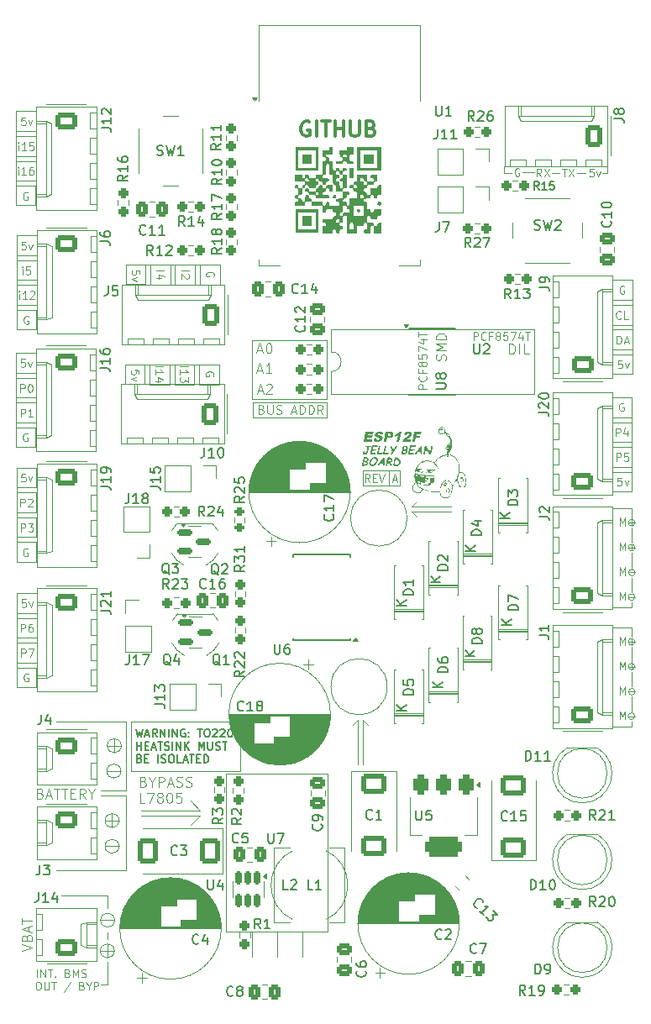
<source format=gto>
G04 #@! TF.GenerationSoftware,KiCad,Pcbnew,8.0.0*
G04 #@! TF.CreationDate,2024-03-12T14:16:29+01:00*
G04 #@! TF.ProjectId,Samochodzik,53616d6f-6368-46f6-947a-696b2e6b6963,rev?*
G04 #@! TF.SameCoordinates,Original*
G04 #@! TF.FileFunction,Legend,Top*
G04 #@! TF.FilePolarity,Positive*
%FSLAX46Y46*%
G04 Gerber Fmt 4.6, Leading zero omitted, Abs format (unit mm)*
G04 Created by KiCad (PCBNEW 8.0.0) date 2024-03-12 14:16:29*
%MOMM*%
%LPD*%
G01*
G04 APERTURE LIST*
G04 Aperture macros list*
%AMRoundRect*
0 Rectangle with rounded corners*
0 $1 Rounding radius*
0 $2 $3 $4 $5 $6 $7 $8 $9 X,Y pos of 4 corners*
0 Add a 4 corners polygon primitive as box body*
4,1,4,$2,$3,$4,$5,$6,$7,$8,$9,$2,$3,0*
0 Add four circle primitives for the rounded corners*
1,1,$1+$1,$2,$3*
1,1,$1+$1,$4,$5*
1,1,$1+$1,$6,$7*
1,1,$1+$1,$8,$9*
0 Add four rect primitives between the rounded corners*
20,1,$1+$1,$2,$3,$4,$5,0*
20,1,$1+$1,$4,$5,$6,$7,0*
20,1,$1+$1,$6,$7,$8,$9,0*
20,1,$1+$1,$8,$9,$2,$3,0*%
G04 Aperture macros list end*
%ADD10C,0.100000*%
%ADD11C,0.200000*%
%ADD12C,0.300000*%
%ADD13C,0.150000*%
%ADD14C,0.120000*%
%ADD15C,0.000000*%
%ADD16RoundRect,0.150000X-0.150000X0.512500X-0.150000X-0.512500X0.150000X-0.512500X0.150000X0.512500X0*%
%ADD17RoundRect,0.250000X-0.337500X-0.475000X0.337500X-0.475000X0.337500X0.475000X-0.337500X0.475000X0*%
%ADD18RoundRect,0.250000X0.845000X-0.620000X0.845000X0.620000X-0.845000X0.620000X-0.845000X-0.620000X0*%
%ADD19O,2.190000X1.740000*%
%ADD20R,1.700000X1.700000*%
%ADD21O,1.700000X1.700000*%
%ADD22R,1.600000X1.600000*%
%ADD23C,1.600000*%
%ADD24RoundRect,0.250000X-0.845000X0.620000X-0.845000X-0.620000X0.845000X-0.620000X0.845000X0.620000X0*%
%ADD25RoundRect,0.237500X-0.250000X-0.237500X0.250000X-0.237500X0.250000X0.237500X-0.250000X0.237500X0*%
%ADD26RoundRect,0.237500X0.250000X0.237500X-0.250000X0.237500X-0.250000X-0.237500X0.250000X-0.237500X0*%
%ADD27RoundRect,0.375000X-0.375000X0.625000X-0.375000X-0.625000X0.375000X-0.625000X0.375000X0.625000X0*%
%ADD28RoundRect,0.500000X-1.400000X0.500000X-1.400000X-0.500000X1.400000X-0.500000X1.400000X0.500000X0*%
%ADD29R,1.500000X1.500000*%
%ADD30C,1.500000*%
%ADD31R,2.200000X2.200000*%
%ADD32O,2.200000X2.200000*%
%ADD33O,3.500000X3.500000*%
%ADD34R,1.905000X2.000000*%
%ADD35O,1.905000X2.000000*%
%ADD36RoundRect,0.237500X0.237500X-0.250000X0.237500X0.250000X-0.237500X0.250000X-0.237500X-0.250000X0*%
%ADD37R,1.800000X1.800000*%
%ADD38C,1.800000*%
%ADD39R,1.000000X0.400000*%
%ADD40RoundRect,0.250000X-0.574524X-0.097227X-0.097227X-0.574524X0.574524X0.097227X0.097227X0.574524X0*%
%ADD41RoundRect,0.250000X0.787500X1.025000X-0.787500X1.025000X-0.787500X-1.025000X0.787500X-1.025000X0*%
%ADD42RoundRect,0.250000X-1.025000X0.787500X-1.025000X-0.787500X1.025000X-0.787500X1.025000X0.787500X0*%
%ADD43RoundRect,0.250000X0.620000X0.845000X-0.620000X0.845000X-0.620000X-0.845000X0.620000X-0.845000X0*%
%ADD44O,1.740000X2.190000*%
%ADD45RoundRect,0.237500X-0.237500X0.250000X-0.237500X-0.250000X0.237500X-0.250000X0.237500X0.250000X0*%
%ADD46RoundRect,0.250000X0.337500X0.475000X-0.337500X0.475000X-0.337500X-0.475000X0.337500X-0.475000X0*%
%ADD47R,1.750000X0.450000*%
%ADD48RoundRect,0.200000X0.275000X-0.200000X0.275000X0.200000X-0.275000X0.200000X-0.275000X-0.200000X0*%
%ADD49C,2.000000*%
%ADD50R,3.500000X2.350000*%
%ADD51RoundRect,0.250000X0.475000X-0.337500X0.475000X0.337500X-0.475000X0.337500X-0.475000X-0.337500X0*%
%ADD52C,3.200000*%
%ADD53R,2.500000X1.000000*%
%ADD54R,1.000000X1.800000*%
%ADD55O,1.600000X1.600000*%
%ADD56RoundRect,0.250000X1.025000X-0.787500X1.025000X0.787500X-1.025000X0.787500X-1.025000X-0.787500X0*%
%ADD57RoundRect,0.150000X-0.587500X-0.150000X0.587500X-0.150000X0.587500X0.150000X-0.587500X0.150000X0*%
%ADD58C,2.600000*%
%ADD59RoundRect,0.250000X-0.475000X0.337500X-0.475000X-0.337500X0.475000X-0.337500X0.475000X0.337500X0*%
G04 APERTURE END LIST*
D10*
X195140806Y-134764261D02*
X195140806Y-137000000D01*
X247999999Y-77841842D02*
X247999999Y-80341842D01*
X186017589Y-61523505D02*
X188017589Y-61523505D01*
X188017589Y-63523505D01*
X186017589Y-63523505D01*
X186017589Y-61523505D01*
X185977300Y-87421394D02*
X187977300Y-87421394D01*
X187977300Y-89421394D01*
X185977300Y-89421394D01*
X185977300Y-87421394D01*
X246044376Y-66016352D02*
X248044376Y-66016352D01*
X248044376Y-68016352D01*
X246044376Y-68016352D01*
X246044376Y-66016352D01*
X220916333Y-114869731D02*
X220916333Y-110369731D01*
X186017589Y-64023505D02*
X188017589Y-64023505D01*
X188017589Y-66023505D01*
X186017589Y-66023505D01*
X186017589Y-64023505D01*
X201967092Y-64466093D02*
X201467092Y-64466093D01*
X208500000Y-111000000D02*
X208500000Y-110500000D01*
X196314635Y-123080825D02*
X194900423Y-123080825D01*
X186015989Y-69031977D02*
X187984012Y-69031977D01*
X187984012Y-71000000D01*
X186015989Y-71000000D01*
X186015989Y-69031977D01*
X248000000Y-95000000D02*
X248000000Y-93500000D01*
X195607529Y-119785654D02*
X195607529Y-121199866D01*
X235156007Y-55192597D02*
X235156007Y-54514886D01*
X248000000Y-109500000D02*
X248000000Y-108000000D01*
X243338345Y-55187711D02*
X242475428Y-55187711D01*
X248000000Y-99000000D02*
X248000000Y-98500000D01*
X195846913Y-133624967D02*
X194432701Y-133624967D01*
X246031976Y-85341842D02*
X247999999Y-85341842D01*
X247999999Y-87309865D01*
X246031976Y-87309865D01*
X246031976Y-85341842D01*
X185945391Y-80363956D02*
X185945391Y-80863956D01*
X195162744Y-129345431D02*
X195162744Y-128000000D01*
X201896296Y-74523733D02*
X203896296Y-74523733D01*
X203896296Y-76523733D01*
X201896296Y-76523733D01*
X201896296Y-74523733D01*
X196539210Y-112944748D02*
X195124998Y-112944748D01*
X223492399Y-85239462D02*
X224633204Y-85239462D01*
X224633204Y-86703762D01*
X223492399Y-86703762D01*
X223492399Y-85239462D01*
X195868852Y-130531627D02*
X194454640Y-130531627D01*
X247999999Y-84841842D02*
X247999999Y-85341842D01*
X229815163Y-89329942D02*
X225815163Y-89329942D01*
X185945391Y-78363956D02*
X187945391Y-78363956D01*
X187945391Y-80363956D01*
X185945391Y-80363956D01*
X185945391Y-78363956D01*
X248044376Y-73016352D02*
X248044376Y-73516352D01*
X248304990Y-90471899D02*
G75*
G02*
X247647408Y-90471899I-328791J0D01*
G01*
X247647408Y-90471899D02*
G75*
G02*
X248304990Y-90471899I328791J0D01*
G01*
X208500000Y-115500000D02*
X197500000Y-115500000D01*
X246544376Y-66016352D02*
X248044376Y-66016352D01*
X248000000Y-89000000D02*
X246000000Y-89000000D01*
X196919801Y-74522133D02*
X198887824Y-74522133D01*
X198887824Y-76490156D01*
X196919801Y-76490156D01*
X196919801Y-74522133D01*
X248044376Y-70516352D02*
X248044376Y-71016352D01*
X185977300Y-84921394D02*
X185977300Y-87421394D01*
X248044376Y-66016352D02*
X248044376Y-68516352D01*
X220416333Y-110369731D02*
X219916333Y-110869731D01*
X248000000Y-107000000D02*
X248000000Y-105500000D01*
X186000910Y-105075955D02*
X187968933Y-105075955D01*
X187968933Y-107043978D01*
X186000910Y-107043978D01*
X186000910Y-105075955D01*
X235893854Y-55187711D02*
X235206445Y-55187711D01*
X245999999Y-82841842D02*
X247999999Y-82841842D01*
X247999999Y-84841842D01*
X245999999Y-84841842D01*
X245999999Y-82841842D01*
X197500000Y-110500000D02*
X208500000Y-110500000D01*
X248000000Y-92500000D02*
X248000000Y-91000000D01*
X194500000Y-118000000D02*
X197000000Y-118000000D01*
X199467092Y-64466093D02*
X201467092Y-64466093D01*
X201467092Y-66466093D01*
X199467092Y-66466093D01*
X199467092Y-64466093D01*
X246044376Y-68516352D02*
X248044376Y-68516352D01*
X248044376Y-70516352D01*
X246044376Y-70516352D01*
X246044376Y-68516352D01*
X195139807Y-132917861D02*
X195139807Y-134332073D01*
X199396296Y-74523733D02*
X198896296Y-74523733D01*
X186002510Y-104567483D02*
X186002510Y-105067483D01*
X248304363Y-92975674D02*
G75*
G02*
X247646781Y-92975674I-328791J0D01*
G01*
X247646781Y-92975674D02*
G75*
G02*
X248304363Y-92975674I328791J0D01*
G01*
X185975700Y-92429866D02*
X187943723Y-92429866D01*
X187943723Y-94397889D01*
X185975700Y-94397889D01*
X185975700Y-92429866D01*
X185930096Y-56002590D02*
X185930096Y-56502590D01*
X186517589Y-61523505D02*
X188017589Y-61523505D01*
X186002510Y-102567483D02*
X188002510Y-102567483D01*
X188002510Y-104567483D01*
X186002510Y-104567483D01*
X186002510Y-102567483D01*
X248304990Y-102471899D02*
G75*
G02*
X247647408Y-102471899I-328791J0D01*
G01*
X247647408Y-102471899D02*
G75*
G02*
X248304990Y-102471899I328791J0D01*
G01*
X185945391Y-77863956D02*
X185945391Y-78363956D01*
X248328791Y-95500000D02*
G75*
G02*
X247671209Y-95500000I-328791J0D01*
G01*
X247671209Y-95500000D02*
G75*
G02*
X248328791Y-95500000I328791J0D01*
G01*
X248304363Y-104975674D02*
G75*
G02*
X247646781Y-104975674I-328791J0D01*
G01*
X247646781Y-104975674D02*
G75*
G02*
X248304363Y-104975674I328791J0D01*
G01*
X206396296Y-75023733D02*
X206396296Y-76523733D01*
X185930096Y-51502590D02*
X187930096Y-51502590D01*
X187930096Y-53502590D01*
X185930096Y-53502590D01*
X185930096Y-51502590D01*
X185928496Y-56511062D02*
X187896519Y-56511062D01*
X187896519Y-58479085D01*
X185928496Y-58479085D01*
X185928496Y-56511062D01*
X220916333Y-110369731D02*
X221416333Y-110869731D01*
X248294122Y-97974557D02*
G75*
G02*
X247636540Y-97974557I-328791J0D01*
G01*
X247636540Y-97974557D02*
G75*
G02*
X248294122Y-97974557I328791J0D01*
G01*
X186002510Y-100067483D02*
X188002510Y-100067483D01*
X188002510Y-102067483D01*
X186002510Y-102067483D01*
X186002510Y-100067483D01*
X185930096Y-49002590D02*
X187930096Y-49002590D01*
X187930096Y-51002590D01*
X185930096Y-51002590D01*
X185930096Y-49002590D01*
X245542160Y-54510000D02*
X245542160Y-55192284D01*
X186017589Y-66523505D02*
X188017589Y-66523505D01*
X188017589Y-68523505D01*
X186017589Y-68523505D01*
X186017589Y-66523505D01*
X185977300Y-89421394D02*
X185977300Y-89921394D01*
X209819674Y-78350064D02*
X217281313Y-78350064D01*
X217281313Y-79842393D01*
X209819674Y-79842393D01*
X209819674Y-78350064D01*
X196314636Y-120492760D02*
G75*
G02*
X194900422Y-120492760I-707107J0D01*
G01*
X194900422Y-120492760D02*
G75*
G02*
X196314636Y-120492760I707107J0D01*
G01*
X185945391Y-75863956D02*
X187945391Y-75863956D01*
X187945391Y-77863956D01*
X185945391Y-77863956D01*
X185945391Y-75863956D01*
X238131589Y-55173085D02*
X236976157Y-55173085D01*
X248000000Y-111000000D02*
X248000000Y-110500000D01*
X246076353Y-73516352D02*
X248044376Y-73516352D01*
X248044376Y-75484375D01*
X246076353Y-75484375D01*
X246076353Y-73516352D01*
X197000000Y-117500000D02*
X197000000Y-110500000D01*
X248000000Y-97500000D02*
X248000000Y-96000000D01*
X194500000Y-117500000D02*
X197000000Y-117500000D01*
X196314635Y-120492760D02*
X194900423Y-120492760D01*
X204396296Y-74523733D02*
X206396296Y-74523733D01*
X206396296Y-76523733D01*
X204396296Y-76523733D01*
X204396296Y-74523733D01*
X197000000Y-118000000D02*
X197000000Y-125000000D01*
X201896296Y-74523733D02*
X201396296Y-74523733D01*
X185930096Y-53502590D02*
X185930096Y-54002590D01*
X248000000Y-90000000D02*
X248000000Y-89000000D01*
X204500000Y-119500000D02*
X203500000Y-118500000D01*
X229815163Y-88829942D02*
X225815163Y-88829942D01*
X186502510Y-97567483D02*
X188002510Y-97567483D01*
X248000000Y-101000000D02*
X246000000Y-101000000D01*
X195162744Y-128000000D02*
X190500000Y-128000000D01*
X240734967Y-55202336D02*
X239945178Y-55202336D01*
X206467092Y-64466093D02*
X203967092Y-64466093D01*
X185943791Y-80872428D02*
X187911814Y-80872428D01*
X187911814Y-82840451D01*
X185943791Y-82840451D01*
X185943791Y-80872428D01*
X198500000Y-120000000D02*
X204500000Y-120000000D01*
X186445391Y-73363956D02*
X187945391Y-73363956D01*
X185945391Y-73363956D02*
X185945391Y-75863956D01*
X197000000Y-125000000D02*
X197000000Y-125500000D01*
X206467092Y-64966093D02*
X206467092Y-66466093D01*
X186017589Y-68523505D02*
X186017589Y-69023505D01*
X247999999Y-82341842D02*
X247999999Y-82841842D01*
X186017589Y-61523505D02*
X186017589Y-64023505D01*
X246499999Y-77841842D02*
X247999999Y-77841842D01*
X223328427Y-107000000D02*
G75*
G02*
X217671573Y-107000000I-2828427J0D01*
G01*
X217671573Y-107000000D02*
G75*
G02*
X223328427Y-107000000I2828427J0D01*
G01*
X196990597Y-64464493D02*
X198958620Y-64464493D01*
X198958620Y-66432516D01*
X196990597Y-66432516D01*
X196990597Y-64464493D01*
X195140806Y-137000000D02*
X194500000Y-137000000D01*
X195846914Y-133624967D02*
G75*
G02*
X194432700Y-133624967I-707107J0D01*
G01*
X194432700Y-133624967D02*
G75*
G02*
X195846914Y-133624967I707107J0D01*
G01*
X225815163Y-89329942D02*
X226315163Y-89829942D01*
X208500000Y-111000000D02*
X208500000Y-115500000D01*
X196500001Y-115500000D02*
G75*
G02*
X195085787Y-115500000I-707107J0D01*
G01*
X195085787Y-115500000D02*
G75*
G02*
X196500001Y-115500000I707107J0D01*
G01*
X248294122Y-109974557D02*
G75*
G02*
X247636540Y-109974557I-328791J0D01*
G01*
X247636540Y-109974557D02*
G75*
G02*
X248294122Y-109974557I328791J0D01*
G01*
X185930096Y-49002590D02*
X185930096Y-51502590D01*
X197000000Y-125500000D02*
X190000000Y-125500000D01*
X198500000Y-119500000D02*
X204500000Y-119500000D01*
X197500000Y-115500000D02*
X197500000Y-110500000D01*
X225328427Y-90000000D02*
G75*
G02*
X219671573Y-90000000I-2828427J0D01*
G01*
X219671573Y-90000000D02*
G75*
G02*
X225328427Y-90000000I2828427J0D01*
G01*
X185977300Y-89921394D02*
X187977300Y-89921394D01*
X187977300Y-91921394D01*
X185977300Y-91921394D01*
X185977300Y-89921394D01*
X248328791Y-107500000D02*
G75*
G02*
X247671209Y-107500000I-328791J0D01*
G01*
X247671209Y-107500000D02*
G75*
G02*
X248328791Y-107500000I328791J0D01*
G01*
X186017589Y-66023505D02*
X186017589Y-66523505D01*
X197000000Y-110500000D02*
X190000000Y-110500000D01*
X246044376Y-71016352D02*
X248044376Y-71016352D01*
X248044376Y-73016352D01*
X246044376Y-73016352D01*
X246044376Y-71016352D01*
X225815163Y-88829942D02*
X226315163Y-88329942D01*
X196539211Y-112944748D02*
G75*
G02*
X195124997Y-112944748I-707107J0D01*
G01*
X195124997Y-112944748D02*
G75*
G02*
X196539211Y-112944748I707107J0D01*
G01*
X199467092Y-64466093D02*
X198967092Y-64466093D01*
X206396296Y-74523733D02*
X203896296Y-74523733D01*
X185930096Y-54002590D02*
X187930096Y-54002590D01*
X187930096Y-56002590D01*
X185930096Y-56002590D01*
X185930096Y-54002590D01*
X204467092Y-64466093D02*
X206467092Y-64466093D01*
X206467092Y-66466093D01*
X204467092Y-66466093D01*
X204467092Y-64466093D01*
X199396296Y-74523733D02*
X201396296Y-74523733D01*
X201396296Y-76523733D01*
X199396296Y-76523733D01*
X199396296Y-74523733D01*
X195832104Y-112237642D02*
X195832104Y-113651854D01*
X195868853Y-130531627D02*
G75*
G02*
X194454639Y-130531627I-707107J0D01*
G01*
X194454639Y-130531627D02*
G75*
G02*
X195868853Y-130531627I707107J0D01*
G01*
X185977300Y-84921394D02*
X187977300Y-84921394D01*
X187977300Y-86921394D01*
X185977300Y-86921394D01*
X185977300Y-84921394D01*
X246000000Y-111000000D02*
X248000000Y-111000000D01*
X220856469Y-85239462D02*
X223497274Y-85239462D01*
X223497274Y-86703762D01*
X220856469Y-86703762D01*
X220856469Y-85239462D01*
X245999999Y-77841842D02*
X247999999Y-77841842D01*
X247999999Y-79841842D01*
X245999999Y-79841842D01*
X245999999Y-77841842D01*
X220416333Y-114869731D02*
X220416333Y-110369731D01*
X248000000Y-104500000D02*
X248000000Y-103000000D01*
X185945391Y-73363956D02*
X187945391Y-73363956D01*
X187945391Y-75363956D01*
X185945391Y-75363956D01*
X185945391Y-73363956D01*
X186430096Y-49002590D02*
X187930096Y-49002590D01*
X196314636Y-123080825D02*
G75*
G02*
X194900422Y-123080825I-707107J0D01*
G01*
X194900422Y-123080825D02*
G75*
G02*
X196314636Y-123080825I707107J0D01*
G01*
X196500000Y-115500000D02*
X195085788Y-115500000D01*
X245999999Y-80341842D02*
X247999999Y-80341842D01*
X247999999Y-82341842D01*
X245999999Y-82341842D01*
X245999999Y-80341842D01*
X186477300Y-84921394D02*
X187977300Y-84921394D01*
X204500000Y-120000000D02*
X203570403Y-120929597D01*
X245542160Y-55192284D02*
X245007024Y-55192284D01*
X186002510Y-97567483D02*
X188002510Y-97567483D01*
X188002510Y-99567483D01*
X186002510Y-99567483D01*
X186002510Y-97567483D01*
X186002510Y-102067483D02*
X186002510Y-102567483D01*
X201967092Y-64466093D02*
X203967092Y-64466093D01*
X203967092Y-66466093D01*
X201967092Y-66466093D01*
X201967092Y-64466093D01*
X186002510Y-97567483D02*
X186002510Y-100067483D01*
X185977300Y-91921394D02*
X185977300Y-92421394D01*
X209753836Y-72073510D02*
X217237420Y-72073510D01*
X217237420Y-77997471D01*
X209753836Y-77997471D01*
X209753836Y-72073510D01*
X248000000Y-102000000D02*
X248000000Y-101000000D01*
X246000000Y-99000000D02*
X248000000Y-99000000D01*
X195162744Y-132438771D02*
X195162744Y-131736737D01*
X187096732Y-81504356D02*
X187020542Y-81466261D01*
X187020542Y-81466261D02*
X186906256Y-81466261D01*
X186906256Y-81466261D02*
X186791970Y-81504356D01*
X186791970Y-81504356D02*
X186715780Y-81580546D01*
X186715780Y-81580546D02*
X186677685Y-81656737D01*
X186677685Y-81656737D02*
X186639589Y-81809118D01*
X186639589Y-81809118D02*
X186639589Y-81923404D01*
X186639589Y-81923404D02*
X186677685Y-82075785D01*
X186677685Y-82075785D02*
X186715780Y-82151975D01*
X186715780Y-82151975D02*
X186791970Y-82228166D01*
X186791970Y-82228166D02*
X186906256Y-82266261D01*
X186906256Y-82266261D02*
X186982447Y-82266261D01*
X186982447Y-82266261D02*
X187096732Y-82228166D01*
X187096732Y-82228166D02*
X187134828Y-82190070D01*
X187134828Y-82190070D02*
X187134828Y-81923404D01*
X187134828Y-81923404D02*
X186982447Y-81923404D01*
D11*
G36*
X221169884Y-81296673D02*
G01*
X221985411Y-81296673D01*
X221936562Y-81531146D01*
X221426095Y-81531146D01*
X221396786Y-81671830D01*
X221870617Y-81671830D01*
X221828363Y-81875040D01*
X221354532Y-81875040D01*
X221315697Y-82062618D01*
X221841063Y-82062618D01*
X221792215Y-82297092D01*
X220961789Y-82297092D01*
X221169884Y-81296673D01*
G37*
G36*
X221990540Y-81956861D02*
G01*
X222283876Y-81937566D01*
X222282960Y-81988639D01*
X222292634Y-82038474D01*
X222298530Y-82051627D01*
X222331366Y-82090176D01*
X222379313Y-82110933D01*
X222419675Y-82114886D01*
X222468750Y-82109807D01*
X222515658Y-82091325D01*
X222526409Y-82084112D01*
X222561410Y-82048588D01*
X222576723Y-82012549D01*
X222571066Y-81963412D01*
X222557428Y-81943672D01*
X222512315Y-81915801D01*
X222460357Y-81898055D01*
X222413569Y-81886031D01*
X222356910Y-81871171D01*
X222306154Y-81854833D01*
X222253040Y-81833274D01*
X222208427Y-81809587D01*
X222167122Y-81779259D01*
X222152961Y-81765375D01*
X222123698Y-81725044D01*
X222104900Y-81673468D01*
X222100744Y-81622109D01*
X222106800Y-81572911D01*
X222120977Y-81525661D01*
X222143360Y-81480080D01*
X222173947Y-81436169D01*
X222181049Y-81427587D01*
X222216781Y-81391437D01*
X222258578Y-81359924D01*
X222306443Y-81333048D01*
X222335655Y-81320120D01*
X222387587Y-81303023D01*
X222438888Y-81292070D01*
X222495659Y-81284858D01*
X222548673Y-81281652D01*
X222586248Y-81281041D01*
X222642766Y-81282771D01*
X222694168Y-81287958D01*
X222749097Y-81298749D01*
X222796659Y-81314520D01*
X222842836Y-81339214D01*
X222859556Y-81351872D01*
X222895597Y-81392508D01*
X222917140Y-81436629D01*
X222929357Y-81488745D01*
X222932405Y-81539778D01*
X222930631Y-81577064D01*
X222640226Y-81593672D01*
X222635765Y-81543223D01*
X222611894Y-81498417D01*
X222567003Y-81474323D01*
X222517128Y-81468620D01*
X222466811Y-81475030D01*
X222432375Y-81491334D01*
X222399827Y-81529034D01*
X222394029Y-81546533D01*
X222407218Y-81589276D01*
X222452479Y-81612651D01*
X222501984Y-81625668D01*
X222558746Y-81639213D01*
X222609962Y-81652830D01*
X222664101Y-81669265D01*
X222710254Y-81685803D01*
X222759370Y-81708014D01*
X222769430Y-81713595D01*
X222812636Y-81743477D01*
X222848536Y-81781195D01*
X222872257Y-81823993D01*
X222885480Y-81875650D01*
X222887041Y-81926865D01*
X222880805Y-81971516D01*
X222865755Y-82024212D01*
X222845792Y-82069107D01*
X222819631Y-82112170D01*
X222791656Y-82148348D01*
X222754898Y-82186327D01*
X222713987Y-82219422D01*
X222668924Y-82247632D01*
X222619710Y-82270958D01*
X222572890Y-82287231D01*
X222522190Y-82299508D01*
X222467610Y-82307788D01*
X222417738Y-82311703D01*
X222374001Y-82312723D01*
X222313910Y-82311155D01*
X222259299Y-82306449D01*
X222210168Y-82298607D01*
X222156460Y-82284392D01*
X222111316Y-82265276D01*
X222068446Y-82235867D01*
X222046716Y-82212339D01*
X222018065Y-82165720D01*
X221998577Y-82113911D01*
X221989166Y-82065374D01*
X221986487Y-82013024D01*
X221990540Y-81956861D01*
G37*
G36*
X223744769Y-81298611D02*
G01*
X223797365Y-81306053D01*
X223849893Y-81321789D01*
X223892908Y-81345122D01*
X223926409Y-81376052D01*
X223953260Y-81419924D01*
X223968113Y-81472161D01*
X223971267Y-81524731D01*
X223966659Y-81574889D01*
X223961824Y-81601732D01*
X223947421Y-81655925D01*
X223927660Y-81705482D01*
X223902542Y-81750402D01*
X223872065Y-81790684D01*
X223836230Y-81826331D01*
X223823094Y-81837182D01*
X223780181Y-81865985D01*
X223731858Y-81888828D01*
X223678125Y-81905712D01*
X223629216Y-81915230D01*
X223576550Y-81920610D01*
X223531712Y-81921934D01*
X223365139Y-81921934D01*
X223287225Y-82297092D01*
X222981433Y-82297092D01*
X223101738Y-81718724D01*
X223407393Y-81718724D01*
X223481887Y-81718724D01*
X223532486Y-81715767D01*
X223581304Y-81704410D01*
X223612068Y-81688438D01*
X223647674Y-81651175D01*
X223664092Y-81610281D01*
X223663435Y-81560457D01*
X223649193Y-81532123D01*
X223606269Y-81506967D01*
X223555218Y-81500166D01*
X223539772Y-81499883D01*
X223453066Y-81499883D01*
X223407393Y-81718724D01*
X223101738Y-81718724D01*
X223189528Y-81296673D01*
X223695599Y-81296673D01*
X223744769Y-81298611D01*
G37*
G36*
X224780037Y-81281041D02*
G01*
X224568767Y-82297092D01*
X224291796Y-82297092D01*
X224430037Y-81631774D01*
X224386849Y-81660121D01*
X224344935Y-81685260D01*
X224299860Y-81709432D01*
X224282271Y-81717992D01*
X224235712Y-81738337D01*
X224188588Y-81756200D01*
X224136519Y-81773637D01*
X224111789Y-81781251D01*
X224160638Y-81546777D01*
X224214447Y-81529189D01*
X224264136Y-81510313D01*
X224309702Y-81490148D01*
X224357654Y-81464995D01*
X224399996Y-81438089D01*
X224443486Y-81404369D01*
X224483588Y-81366954D01*
X224520300Y-81325845D01*
X224553624Y-81281041D01*
X224780037Y-81281041D01*
G37*
G36*
X225682759Y-82297092D02*
G01*
X224861615Y-82297092D01*
X224878550Y-82250446D01*
X224899316Y-82204848D01*
X224923911Y-82160297D01*
X224952336Y-82116794D01*
X224984590Y-82074339D01*
X224996192Y-82060420D01*
X225036392Y-82017501D01*
X225077016Y-81979833D01*
X225124115Y-81940436D01*
X225166456Y-81907673D01*
X225212943Y-81873803D01*
X225263573Y-81838827D01*
X225318349Y-81802744D01*
X225359441Y-81775717D01*
X225402580Y-81746088D01*
X225444401Y-81715383D01*
X225484707Y-81682020D01*
X225500554Y-81666456D01*
X225531910Y-81626572D01*
X225552009Y-81580656D01*
X225552578Y-81578041D01*
X225551146Y-81528829D01*
X225535481Y-81500616D01*
X225492948Y-81473119D01*
X225458544Y-81468620D01*
X225409024Y-81477290D01*
X225365488Y-81503302D01*
X225332282Y-81543534D01*
X225309078Y-81589312D01*
X225295634Y-81624935D01*
X225026234Y-81601732D01*
X225044744Y-81552610D01*
X225067787Y-81502567D01*
X225092844Y-81459027D01*
X225123443Y-81417817D01*
X225161801Y-81379478D01*
X225201096Y-81350152D01*
X225244912Y-81325734D01*
X225265837Y-81316456D01*
X225318232Y-81299337D01*
X225371813Y-81288823D01*
X225424106Y-81283255D01*
X225472947Y-81281180D01*
X225490051Y-81281041D01*
X225541692Y-81282209D01*
X225595644Y-81286523D01*
X225649003Y-81295347D01*
X225698450Y-81310236D01*
X225707916Y-81314258D01*
X225753634Y-81341112D01*
X225789366Y-81376335D01*
X225813185Y-81415619D01*
X225829184Y-81464598D01*
X225833524Y-81517503D01*
X225827351Y-81569004D01*
X225812734Y-81619081D01*
X225790042Y-81667922D01*
X225763091Y-81710298D01*
X225738691Y-81741439D01*
X225703841Y-81778221D01*
X225667141Y-81810976D01*
X225624139Y-81844865D01*
X225583490Y-81873971D01*
X225538463Y-81903865D01*
X225509347Y-81922179D01*
X225465841Y-81948725D01*
X225422364Y-81975854D01*
X225381852Y-82002535D01*
X225341288Y-82032846D01*
X225304183Y-82062618D01*
X225731608Y-82062618D01*
X225682759Y-82297092D01*
G37*
G36*
X226068663Y-81296673D02*
G01*
X226821175Y-81296673D01*
X226772326Y-81531146D01*
X226325362Y-81531146D01*
X226292878Y-81687461D01*
X226674629Y-81687461D01*
X226632375Y-81890671D01*
X226250624Y-81890671D01*
X226166116Y-82297092D01*
X225860568Y-82297092D01*
X226068663Y-81296673D01*
G37*
D10*
X198372922Y-65430526D02*
X198372922Y-65049574D01*
X198372922Y-65049574D02*
X197991970Y-65011478D01*
X197991970Y-65011478D02*
X198030065Y-65049574D01*
X198030065Y-65049574D02*
X198068160Y-65125764D01*
X198068160Y-65125764D02*
X198068160Y-65316240D01*
X198068160Y-65316240D02*
X198030065Y-65392431D01*
X198030065Y-65392431D02*
X197991970Y-65430526D01*
X197991970Y-65430526D02*
X197915779Y-65468621D01*
X197915779Y-65468621D02*
X197725303Y-65468621D01*
X197725303Y-65468621D02*
X197649113Y-65430526D01*
X197649113Y-65430526D02*
X197611018Y-65392431D01*
X197611018Y-65392431D02*
X197572922Y-65316240D01*
X197572922Y-65316240D02*
X197572922Y-65125764D01*
X197572922Y-65125764D02*
X197611018Y-65049574D01*
X197611018Y-65049574D02*
X197649113Y-65011478D01*
X198106256Y-65735288D02*
X197572922Y-65925764D01*
X197572922Y-65925764D02*
X198106256Y-66116241D01*
X187157960Y-105717293D02*
X187081770Y-105679198D01*
X187081770Y-105679198D02*
X186967484Y-105679198D01*
X186967484Y-105679198D02*
X186853198Y-105717293D01*
X186853198Y-105717293D02*
X186777008Y-105793483D01*
X186777008Y-105793483D02*
X186738913Y-105869674D01*
X186738913Y-105869674D02*
X186700817Y-106022055D01*
X186700817Y-106022055D02*
X186700817Y-106136341D01*
X186700817Y-106136341D02*
X186738913Y-106288722D01*
X186738913Y-106288722D02*
X186777008Y-106364912D01*
X186777008Y-106364912D02*
X186853198Y-106441103D01*
X186853198Y-106441103D02*
X186967484Y-106479198D01*
X186967484Y-106479198D02*
X187043675Y-106479198D01*
X187043675Y-106479198D02*
X187157960Y-106441103D01*
X187157960Y-106441103D02*
X187196056Y-106403007D01*
X187196056Y-106403007D02*
X187196056Y-106136341D01*
X187196056Y-106136341D02*
X187043675Y-106136341D01*
X186246514Y-67916395D02*
X186246514Y-67383061D01*
X186246514Y-67116395D02*
X186208418Y-67154490D01*
X186208418Y-67154490D02*
X186246514Y-67192585D01*
X186246514Y-67192585D02*
X186284609Y-67154490D01*
X186284609Y-67154490D02*
X186246514Y-67116395D01*
X186246514Y-67116395D02*
X186246514Y-67192585D01*
X187046513Y-67916395D02*
X186589370Y-67916395D01*
X186817942Y-67916395D02*
X186817942Y-67116395D01*
X186817942Y-67116395D02*
X186741751Y-67230680D01*
X186741751Y-67230680D02*
X186665561Y-67306871D01*
X186665561Y-67306871D02*
X186589370Y-67344966D01*
X187351275Y-67192585D02*
X187389371Y-67154490D01*
X187389371Y-67154490D02*
X187465561Y-67116395D01*
X187465561Y-67116395D02*
X187656037Y-67116395D01*
X187656037Y-67116395D02*
X187732228Y-67154490D01*
X187732228Y-67154490D02*
X187770323Y-67192585D01*
X187770323Y-67192585D02*
X187808418Y-67268776D01*
X187808418Y-67268776D02*
X187808418Y-67344966D01*
X187808418Y-67344966D02*
X187770323Y-67459252D01*
X187770323Y-67459252D02*
X187313180Y-67916395D01*
X187313180Y-67916395D02*
X187808418Y-67916395D01*
X198776026Y-116568741D02*
X198918883Y-116616360D01*
X198918883Y-116616360D02*
X198966502Y-116663979D01*
X198966502Y-116663979D02*
X199014121Y-116759217D01*
X199014121Y-116759217D02*
X199014121Y-116902074D01*
X199014121Y-116902074D02*
X198966502Y-116997312D01*
X198966502Y-116997312D02*
X198918883Y-117044932D01*
X198918883Y-117044932D02*
X198823645Y-117092551D01*
X198823645Y-117092551D02*
X198442693Y-117092551D01*
X198442693Y-117092551D02*
X198442693Y-116092551D01*
X198442693Y-116092551D02*
X198776026Y-116092551D01*
X198776026Y-116092551D02*
X198871264Y-116140170D01*
X198871264Y-116140170D02*
X198918883Y-116187789D01*
X198918883Y-116187789D02*
X198966502Y-116283027D01*
X198966502Y-116283027D02*
X198966502Y-116378265D01*
X198966502Y-116378265D02*
X198918883Y-116473503D01*
X198918883Y-116473503D02*
X198871264Y-116521122D01*
X198871264Y-116521122D02*
X198776026Y-116568741D01*
X198776026Y-116568741D02*
X198442693Y-116568741D01*
X199633169Y-116616360D02*
X199633169Y-117092551D01*
X199299836Y-116092551D02*
X199633169Y-116616360D01*
X199633169Y-116616360D02*
X199966502Y-116092551D01*
X200299836Y-117092551D02*
X200299836Y-116092551D01*
X200299836Y-116092551D02*
X200680788Y-116092551D01*
X200680788Y-116092551D02*
X200776026Y-116140170D01*
X200776026Y-116140170D02*
X200823645Y-116187789D01*
X200823645Y-116187789D02*
X200871264Y-116283027D01*
X200871264Y-116283027D02*
X200871264Y-116425884D01*
X200871264Y-116425884D02*
X200823645Y-116521122D01*
X200823645Y-116521122D02*
X200776026Y-116568741D01*
X200776026Y-116568741D02*
X200680788Y-116616360D01*
X200680788Y-116616360D02*
X200299836Y-116616360D01*
X201252217Y-116806836D02*
X201728407Y-116806836D01*
X201156979Y-117092551D02*
X201490312Y-116092551D01*
X201490312Y-116092551D02*
X201823645Y-117092551D01*
X202109360Y-117044932D02*
X202252217Y-117092551D01*
X202252217Y-117092551D02*
X202490312Y-117092551D01*
X202490312Y-117092551D02*
X202585550Y-117044932D01*
X202585550Y-117044932D02*
X202633169Y-116997312D01*
X202633169Y-116997312D02*
X202680788Y-116902074D01*
X202680788Y-116902074D02*
X202680788Y-116806836D01*
X202680788Y-116806836D02*
X202633169Y-116711598D01*
X202633169Y-116711598D02*
X202585550Y-116663979D01*
X202585550Y-116663979D02*
X202490312Y-116616360D01*
X202490312Y-116616360D02*
X202299836Y-116568741D01*
X202299836Y-116568741D02*
X202204598Y-116521122D01*
X202204598Y-116521122D02*
X202156979Y-116473503D01*
X202156979Y-116473503D02*
X202109360Y-116378265D01*
X202109360Y-116378265D02*
X202109360Y-116283027D01*
X202109360Y-116283027D02*
X202156979Y-116187789D01*
X202156979Y-116187789D02*
X202204598Y-116140170D01*
X202204598Y-116140170D02*
X202299836Y-116092551D01*
X202299836Y-116092551D02*
X202537931Y-116092551D01*
X202537931Y-116092551D02*
X202680788Y-116140170D01*
X203061741Y-117044932D02*
X203204598Y-117092551D01*
X203204598Y-117092551D02*
X203442693Y-117092551D01*
X203442693Y-117092551D02*
X203537931Y-117044932D01*
X203537931Y-117044932D02*
X203585550Y-116997312D01*
X203585550Y-116997312D02*
X203633169Y-116902074D01*
X203633169Y-116902074D02*
X203633169Y-116806836D01*
X203633169Y-116806836D02*
X203585550Y-116711598D01*
X203585550Y-116711598D02*
X203537931Y-116663979D01*
X203537931Y-116663979D02*
X203442693Y-116616360D01*
X203442693Y-116616360D02*
X203252217Y-116568741D01*
X203252217Y-116568741D02*
X203156979Y-116521122D01*
X203156979Y-116521122D02*
X203109360Y-116473503D01*
X203109360Y-116473503D02*
X203061741Y-116378265D01*
X203061741Y-116378265D02*
X203061741Y-116283027D01*
X203061741Y-116283027D02*
X203109360Y-116187789D01*
X203109360Y-116187789D02*
X203156979Y-116140170D01*
X203156979Y-116140170D02*
X203252217Y-116092551D01*
X203252217Y-116092551D02*
X203490312Y-116092551D01*
X203490312Y-116092551D02*
X203633169Y-116140170D01*
X198918883Y-118702495D02*
X198442693Y-118702495D01*
X198442693Y-118702495D02*
X198442693Y-117702495D01*
X199156979Y-117702495D02*
X199823645Y-117702495D01*
X199823645Y-117702495D02*
X199395074Y-118702495D01*
X200347455Y-118131066D02*
X200252217Y-118083447D01*
X200252217Y-118083447D02*
X200204598Y-118035828D01*
X200204598Y-118035828D02*
X200156979Y-117940590D01*
X200156979Y-117940590D02*
X200156979Y-117892971D01*
X200156979Y-117892971D02*
X200204598Y-117797733D01*
X200204598Y-117797733D02*
X200252217Y-117750114D01*
X200252217Y-117750114D02*
X200347455Y-117702495D01*
X200347455Y-117702495D02*
X200537931Y-117702495D01*
X200537931Y-117702495D02*
X200633169Y-117750114D01*
X200633169Y-117750114D02*
X200680788Y-117797733D01*
X200680788Y-117797733D02*
X200728407Y-117892971D01*
X200728407Y-117892971D02*
X200728407Y-117940590D01*
X200728407Y-117940590D02*
X200680788Y-118035828D01*
X200680788Y-118035828D02*
X200633169Y-118083447D01*
X200633169Y-118083447D02*
X200537931Y-118131066D01*
X200537931Y-118131066D02*
X200347455Y-118131066D01*
X200347455Y-118131066D02*
X200252217Y-118178685D01*
X200252217Y-118178685D02*
X200204598Y-118226304D01*
X200204598Y-118226304D02*
X200156979Y-118321542D01*
X200156979Y-118321542D02*
X200156979Y-118512018D01*
X200156979Y-118512018D02*
X200204598Y-118607256D01*
X200204598Y-118607256D02*
X200252217Y-118654876D01*
X200252217Y-118654876D02*
X200347455Y-118702495D01*
X200347455Y-118702495D02*
X200537931Y-118702495D01*
X200537931Y-118702495D02*
X200633169Y-118654876D01*
X200633169Y-118654876D02*
X200680788Y-118607256D01*
X200680788Y-118607256D02*
X200728407Y-118512018D01*
X200728407Y-118512018D02*
X200728407Y-118321542D01*
X200728407Y-118321542D02*
X200680788Y-118226304D01*
X200680788Y-118226304D02*
X200633169Y-118178685D01*
X200633169Y-118178685D02*
X200537931Y-118131066D01*
X201347455Y-117702495D02*
X201442693Y-117702495D01*
X201442693Y-117702495D02*
X201537931Y-117750114D01*
X201537931Y-117750114D02*
X201585550Y-117797733D01*
X201585550Y-117797733D02*
X201633169Y-117892971D01*
X201633169Y-117892971D02*
X201680788Y-118083447D01*
X201680788Y-118083447D02*
X201680788Y-118321542D01*
X201680788Y-118321542D02*
X201633169Y-118512018D01*
X201633169Y-118512018D02*
X201585550Y-118607256D01*
X201585550Y-118607256D02*
X201537931Y-118654876D01*
X201537931Y-118654876D02*
X201442693Y-118702495D01*
X201442693Y-118702495D02*
X201347455Y-118702495D01*
X201347455Y-118702495D02*
X201252217Y-118654876D01*
X201252217Y-118654876D02*
X201204598Y-118607256D01*
X201204598Y-118607256D02*
X201156979Y-118512018D01*
X201156979Y-118512018D02*
X201109360Y-118321542D01*
X201109360Y-118321542D02*
X201109360Y-118083447D01*
X201109360Y-118083447D02*
X201156979Y-117892971D01*
X201156979Y-117892971D02*
X201204598Y-117797733D01*
X201204598Y-117797733D02*
X201252217Y-117750114D01*
X201252217Y-117750114D02*
X201347455Y-117702495D01*
X202585550Y-117702495D02*
X202109360Y-117702495D01*
X202109360Y-117702495D02*
X202061741Y-118178685D01*
X202061741Y-118178685D02*
X202109360Y-118131066D01*
X202109360Y-118131066D02*
X202204598Y-118083447D01*
X202204598Y-118083447D02*
X202442693Y-118083447D01*
X202442693Y-118083447D02*
X202537931Y-118131066D01*
X202537931Y-118131066D02*
X202585550Y-118178685D01*
X202585550Y-118178685D02*
X202633169Y-118273923D01*
X202633169Y-118273923D02*
X202633169Y-118512018D01*
X202633169Y-118512018D02*
X202585550Y-118607256D01*
X202585550Y-118607256D02*
X202537931Y-118654876D01*
X202537931Y-118654876D02*
X202442693Y-118702495D01*
X202442693Y-118702495D02*
X202204598Y-118702495D01*
X202204598Y-118702495D02*
X202109360Y-118654876D01*
X202109360Y-118654876D02*
X202061741Y-118607256D01*
X186515330Y-133594150D02*
X187515330Y-133260817D01*
X187515330Y-133260817D02*
X186515330Y-132927484D01*
X186991520Y-132260817D02*
X187039139Y-132117960D01*
X187039139Y-132117960D02*
X187086758Y-132070341D01*
X187086758Y-132070341D02*
X187181996Y-132022722D01*
X187181996Y-132022722D02*
X187324853Y-132022722D01*
X187324853Y-132022722D02*
X187420091Y-132070341D01*
X187420091Y-132070341D02*
X187467711Y-132117960D01*
X187467711Y-132117960D02*
X187515330Y-132213198D01*
X187515330Y-132213198D02*
X187515330Y-132594150D01*
X187515330Y-132594150D02*
X186515330Y-132594150D01*
X186515330Y-132594150D02*
X186515330Y-132260817D01*
X186515330Y-132260817D02*
X186562949Y-132165579D01*
X186562949Y-132165579D02*
X186610568Y-132117960D01*
X186610568Y-132117960D02*
X186705806Y-132070341D01*
X186705806Y-132070341D02*
X186801044Y-132070341D01*
X186801044Y-132070341D02*
X186896282Y-132117960D01*
X186896282Y-132117960D02*
X186943901Y-132165579D01*
X186943901Y-132165579D02*
X186991520Y-132260817D01*
X186991520Y-132260817D02*
X186991520Y-132594150D01*
X187229615Y-131641769D02*
X187229615Y-131165579D01*
X187515330Y-131737007D02*
X186515330Y-131403674D01*
X186515330Y-131403674D02*
X187515330Y-131070341D01*
X186515330Y-130879864D02*
X186515330Y-130308436D01*
X187515330Y-130594150D02*
X186515330Y-130594150D01*
X246454574Y-84260810D02*
X246454574Y-83460810D01*
X246454574Y-83460810D02*
X246759336Y-83460810D01*
X246759336Y-83460810D02*
X246835526Y-83498905D01*
X246835526Y-83498905D02*
X246873621Y-83537000D01*
X246873621Y-83537000D02*
X246911717Y-83613191D01*
X246911717Y-83613191D02*
X246911717Y-83727476D01*
X246911717Y-83727476D02*
X246873621Y-83803667D01*
X246873621Y-83803667D02*
X246835526Y-83841762D01*
X246835526Y-83841762D02*
X246759336Y-83879857D01*
X246759336Y-83879857D02*
X246454574Y-83879857D01*
X247635526Y-83460810D02*
X247254574Y-83460810D01*
X247254574Y-83460810D02*
X247216478Y-83841762D01*
X247216478Y-83841762D02*
X247254574Y-83803667D01*
X247254574Y-83803667D02*
X247330764Y-83765572D01*
X247330764Y-83765572D02*
X247521240Y-83765572D01*
X247521240Y-83765572D02*
X247597431Y-83803667D01*
X247597431Y-83803667D02*
X247635526Y-83841762D01*
X247635526Y-83841762D02*
X247673621Y-83917953D01*
X247673621Y-83917953D02*
X247673621Y-84108429D01*
X247673621Y-84108429D02*
X247635526Y-84184619D01*
X247635526Y-84184619D02*
X247597431Y-84222715D01*
X247597431Y-84222715D02*
X247521240Y-84260810D01*
X247521240Y-84260810D02*
X247330764Y-84260810D01*
X247330764Y-84260810D02*
X247254574Y-84222715D01*
X247254574Y-84222715D02*
X247216478Y-84184619D01*
X188034882Y-136273439D02*
X188034882Y-135473439D01*
X188415834Y-136273439D02*
X188415834Y-135473439D01*
X188415834Y-135473439D02*
X188872977Y-136273439D01*
X188872977Y-136273439D02*
X188872977Y-135473439D01*
X189139643Y-135473439D02*
X189596786Y-135473439D01*
X189368214Y-136273439D02*
X189368214Y-135473439D01*
X189863453Y-136197248D02*
X189901548Y-136235344D01*
X189901548Y-136235344D02*
X189863453Y-136273439D01*
X189863453Y-136273439D02*
X189825357Y-136235344D01*
X189825357Y-136235344D02*
X189863453Y-136197248D01*
X189863453Y-136197248D02*
X189863453Y-136273439D01*
X191120595Y-135854391D02*
X191234881Y-135892486D01*
X191234881Y-135892486D02*
X191272976Y-135930582D01*
X191272976Y-135930582D02*
X191311072Y-136006772D01*
X191311072Y-136006772D02*
X191311072Y-136121058D01*
X191311072Y-136121058D02*
X191272976Y-136197248D01*
X191272976Y-136197248D02*
X191234881Y-136235344D01*
X191234881Y-136235344D02*
X191158691Y-136273439D01*
X191158691Y-136273439D02*
X190853929Y-136273439D01*
X190853929Y-136273439D02*
X190853929Y-135473439D01*
X190853929Y-135473439D02*
X191120595Y-135473439D01*
X191120595Y-135473439D02*
X191196786Y-135511534D01*
X191196786Y-135511534D02*
X191234881Y-135549629D01*
X191234881Y-135549629D02*
X191272976Y-135625820D01*
X191272976Y-135625820D02*
X191272976Y-135702010D01*
X191272976Y-135702010D02*
X191234881Y-135778201D01*
X191234881Y-135778201D02*
X191196786Y-135816296D01*
X191196786Y-135816296D02*
X191120595Y-135854391D01*
X191120595Y-135854391D02*
X190853929Y-135854391D01*
X191653929Y-136273439D02*
X191653929Y-135473439D01*
X191653929Y-135473439D02*
X191920595Y-136044867D01*
X191920595Y-136044867D02*
X192187262Y-135473439D01*
X192187262Y-135473439D02*
X192187262Y-136273439D01*
X192530119Y-136235344D02*
X192644405Y-136273439D01*
X192644405Y-136273439D02*
X192834881Y-136273439D01*
X192834881Y-136273439D02*
X192911072Y-136235344D01*
X192911072Y-136235344D02*
X192949167Y-136197248D01*
X192949167Y-136197248D02*
X192987262Y-136121058D01*
X192987262Y-136121058D02*
X192987262Y-136044867D01*
X192987262Y-136044867D02*
X192949167Y-135968677D01*
X192949167Y-135968677D02*
X192911072Y-135930582D01*
X192911072Y-135930582D02*
X192834881Y-135892486D01*
X192834881Y-135892486D02*
X192682500Y-135854391D01*
X192682500Y-135854391D02*
X192606310Y-135816296D01*
X192606310Y-135816296D02*
X192568215Y-135778201D01*
X192568215Y-135778201D02*
X192530119Y-135702010D01*
X192530119Y-135702010D02*
X192530119Y-135625820D01*
X192530119Y-135625820D02*
X192568215Y-135549629D01*
X192568215Y-135549629D02*
X192606310Y-135511534D01*
X192606310Y-135511534D02*
X192682500Y-135473439D01*
X192682500Y-135473439D02*
X192872977Y-135473439D01*
X192872977Y-135473439D02*
X192987262Y-135511534D01*
X246773616Y-95777163D02*
X246773616Y-94977163D01*
X246773616Y-94977163D02*
X247040282Y-95548591D01*
X247040282Y-95548591D02*
X247306949Y-94977163D01*
X247306949Y-94977163D02*
X247306949Y-95777163D01*
X247687902Y-95472401D02*
X248297426Y-95472401D01*
X246897591Y-69858130D02*
X246859495Y-69896226D01*
X246859495Y-69896226D02*
X246745210Y-69934321D01*
X246745210Y-69934321D02*
X246669019Y-69934321D01*
X246669019Y-69934321D02*
X246554733Y-69896226D01*
X246554733Y-69896226D02*
X246478543Y-69820035D01*
X246478543Y-69820035D02*
X246440448Y-69743845D01*
X246440448Y-69743845D02*
X246402352Y-69591464D01*
X246402352Y-69591464D02*
X246402352Y-69477178D01*
X246402352Y-69477178D02*
X246440448Y-69324797D01*
X246440448Y-69324797D02*
X246478543Y-69248606D01*
X246478543Y-69248606D02*
X246554733Y-69172416D01*
X246554733Y-69172416D02*
X246669019Y-69134321D01*
X246669019Y-69134321D02*
X246745210Y-69134321D01*
X246745210Y-69134321D02*
X246859495Y-69172416D01*
X246859495Y-69172416D02*
X246897591Y-69210511D01*
X247621400Y-69934321D02*
X247240448Y-69934321D01*
X247240448Y-69934321D02*
X247240448Y-69134321D01*
X187104908Y-93091112D02*
X187028718Y-93053017D01*
X187028718Y-93053017D02*
X186914432Y-93053017D01*
X186914432Y-93053017D02*
X186800146Y-93091112D01*
X186800146Y-93091112D02*
X186723956Y-93167302D01*
X186723956Y-93167302D02*
X186685861Y-93243493D01*
X186685861Y-93243493D02*
X186647765Y-93395874D01*
X186647765Y-93395874D02*
X186647765Y-93510160D01*
X186647765Y-93510160D02*
X186685861Y-93662541D01*
X186685861Y-93662541D02*
X186723956Y-93738731D01*
X186723956Y-93738731D02*
X186800146Y-93814922D01*
X186800146Y-93814922D02*
X186914432Y-93853017D01*
X186914432Y-93853017D02*
X186990623Y-93853017D01*
X186990623Y-93853017D02*
X187104908Y-93814922D01*
X187104908Y-93814922D02*
X187143004Y-93776826D01*
X187143004Y-93776826D02*
X187143004Y-93510160D01*
X187143004Y-93510160D02*
X186990623Y-93510160D01*
X186399966Y-79782924D02*
X186399966Y-78982924D01*
X186399966Y-78982924D02*
X186704728Y-78982924D01*
X186704728Y-78982924D02*
X186780918Y-79021019D01*
X186780918Y-79021019D02*
X186819013Y-79059114D01*
X186819013Y-79059114D02*
X186857109Y-79135305D01*
X186857109Y-79135305D02*
X186857109Y-79249590D01*
X186857109Y-79249590D02*
X186819013Y-79325781D01*
X186819013Y-79325781D02*
X186780918Y-79363876D01*
X186780918Y-79363876D02*
X186704728Y-79401971D01*
X186704728Y-79401971D02*
X186399966Y-79401971D01*
X187619013Y-79782924D02*
X187161870Y-79782924D01*
X187390442Y-79782924D02*
X187390442Y-78982924D01*
X187390442Y-78982924D02*
X187314251Y-79097209D01*
X187314251Y-79097209D02*
X187238061Y-79173400D01*
X187238061Y-79173400D02*
X187161870Y-79211495D01*
X186923282Y-98180925D02*
X186542330Y-98180925D01*
X186542330Y-98180925D02*
X186504234Y-98561877D01*
X186504234Y-98561877D02*
X186542330Y-98523782D01*
X186542330Y-98523782D02*
X186618520Y-98485687D01*
X186618520Y-98485687D02*
X186808996Y-98485687D01*
X186808996Y-98485687D02*
X186885187Y-98523782D01*
X186885187Y-98523782D02*
X186923282Y-98561877D01*
X186923282Y-98561877D02*
X186961377Y-98638068D01*
X186961377Y-98638068D02*
X186961377Y-98828544D01*
X186961377Y-98828544D02*
X186923282Y-98904734D01*
X186923282Y-98904734D02*
X186885187Y-98942830D01*
X186885187Y-98942830D02*
X186808996Y-98980925D01*
X186808996Y-98980925D02*
X186618520Y-98980925D01*
X186618520Y-98980925D02*
X186542330Y-98942830D01*
X186542330Y-98942830D02*
X186504234Y-98904734D01*
X187228044Y-98447591D02*
X187418520Y-98980925D01*
X187418520Y-98980925D02*
X187608997Y-98447591D01*
X186361370Y-77317423D02*
X186361370Y-76517423D01*
X186361370Y-76517423D02*
X186666132Y-76517423D01*
X186666132Y-76517423D02*
X186742322Y-76555518D01*
X186742322Y-76555518D02*
X186780417Y-76593613D01*
X186780417Y-76593613D02*
X186818513Y-76669804D01*
X186818513Y-76669804D02*
X186818513Y-76784089D01*
X186818513Y-76784089D02*
X186780417Y-76860280D01*
X186780417Y-76860280D02*
X186742322Y-76898375D01*
X186742322Y-76898375D02*
X186666132Y-76936470D01*
X186666132Y-76936470D02*
X186361370Y-76936470D01*
X187313751Y-76517423D02*
X187389941Y-76517423D01*
X187389941Y-76517423D02*
X187466132Y-76555518D01*
X187466132Y-76555518D02*
X187504227Y-76593613D01*
X187504227Y-76593613D02*
X187542322Y-76669804D01*
X187542322Y-76669804D02*
X187580417Y-76822185D01*
X187580417Y-76822185D02*
X187580417Y-77012661D01*
X187580417Y-77012661D02*
X187542322Y-77165042D01*
X187542322Y-77165042D02*
X187504227Y-77241232D01*
X187504227Y-77241232D02*
X187466132Y-77279328D01*
X187466132Y-77279328D02*
X187389941Y-77317423D01*
X187389941Y-77317423D02*
X187313751Y-77317423D01*
X187313751Y-77317423D02*
X187237560Y-77279328D01*
X187237560Y-77279328D02*
X187199465Y-77241232D01*
X187199465Y-77241232D02*
X187161370Y-77165042D01*
X187161370Y-77165042D02*
X187123274Y-77012661D01*
X187123274Y-77012661D02*
X187123274Y-76822185D01*
X187123274Y-76822185D02*
X187161370Y-76669804D01*
X187161370Y-76669804D02*
X187199465Y-76593613D01*
X187199465Y-76593613D02*
X187237560Y-76555518D01*
X187237560Y-76555518D02*
X187313751Y-76517423D01*
X246773616Y-110277163D02*
X246773616Y-109477163D01*
X246773616Y-109477163D02*
X247040282Y-110048591D01*
X247040282Y-110048591D02*
X247306949Y-109477163D01*
X247306949Y-109477163D02*
X247306949Y-110277163D01*
X247687902Y-109972401D02*
X248297426Y-109972401D01*
X186865278Y-49601212D02*
X186484326Y-49601212D01*
X186484326Y-49601212D02*
X186446230Y-49982164D01*
X186446230Y-49982164D02*
X186484326Y-49944069D01*
X186484326Y-49944069D02*
X186560516Y-49905974D01*
X186560516Y-49905974D02*
X186750992Y-49905974D01*
X186750992Y-49905974D02*
X186827183Y-49944069D01*
X186827183Y-49944069D02*
X186865278Y-49982164D01*
X186865278Y-49982164D02*
X186903373Y-50058355D01*
X186903373Y-50058355D02*
X186903373Y-50248831D01*
X186903373Y-50248831D02*
X186865278Y-50325021D01*
X186865278Y-50325021D02*
X186827183Y-50363117D01*
X186827183Y-50363117D02*
X186750992Y-50401212D01*
X186750992Y-50401212D02*
X186560516Y-50401212D01*
X186560516Y-50401212D02*
X186484326Y-50363117D01*
X186484326Y-50363117D02*
X186446230Y-50325021D01*
X187170040Y-49867878D02*
X187360516Y-50401212D01*
X187360516Y-50401212D02*
X187550993Y-49867878D01*
X244132629Y-54789754D02*
X243751677Y-54789754D01*
X243751677Y-54789754D02*
X243713581Y-55170706D01*
X243713581Y-55170706D02*
X243751677Y-55132611D01*
X243751677Y-55132611D02*
X243827867Y-55094516D01*
X243827867Y-55094516D02*
X244018343Y-55094516D01*
X244018343Y-55094516D02*
X244094534Y-55132611D01*
X244094534Y-55132611D02*
X244132629Y-55170706D01*
X244132629Y-55170706D02*
X244170724Y-55246897D01*
X244170724Y-55246897D02*
X244170724Y-55437373D01*
X244170724Y-55437373D02*
X244132629Y-55513563D01*
X244132629Y-55513563D02*
X244094534Y-55551659D01*
X244094534Y-55551659D02*
X244018343Y-55589754D01*
X244018343Y-55589754D02*
X243827867Y-55589754D01*
X243827867Y-55589754D02*
X243751677Y-55551659D01*
X243751677Y-55551659D02*
X243713581Y-55513563D01*
X244437391Y-55056420D02*
X244627867Y-55589754D01*
X244627867Y-55589754D02*
X244818344Y-55056420D01*
X186894030Y-62155397D02*
X186513078Y-62155397D01*
X186513078Y-62155397D02*
X186474982Y-62536349D01*
X186474982Y-62536349D02*
X186513078Y-62498254D01*
X186513078Y-62498254D02*
X186589268Y-62460159D01*
X186589268Y-62460159D02*
X186779744Y-62460159D01*
X186779744Y-62460159D02*
X186855935Y-62498254D01*
X186855935Y-62498254D02*
X186894030Y-62536349D01*
X186894030Y-62536349D02*
X186932125Y-62612540D01*
X186932125Y-62612540D02*
X186932125Y-62803016D01*
X186932125Y-62803016D02*
X186894030Y-62879206D01*
X186894030Y-62879206D02*
X186855935Y-62917302D01*
X186855935Y-62917302D02*
X186779744Y-62955397D01*
X186779744Y-62955397D02*
X186589268Y-62955397D01*
X186589268Y-62955397D02*
X186513078Y-62917302D01*
X186513078Y-62917302D02*
X186474982Y-62879206D01*
X187198792Y-62422063D02*
X187389268Y-62955397D01*
X187389268Y-62955397D02*
X187579745Y-62422063D01*
X247219688Y-66632992D02*
X247143498Y-66594897D01*
X247143498Y-66594897D02*
X247029212Y-66594897D01*
X247029212Y-66594897D02*
X246914926Y-66632992D01*
X246914926Y-66632992D02*
X246838736Y-66709182D01*
X246838736Y-66709182D02*
X246800641Y-66785373D01*
X246800641Y-66785373D02*
X246762545Y-66937754D01*
X246762545Y-66937754D02*
X246762545Y-67052040D01*
X246762545Y-67052040D02*
X246800641Y-67204421D01*
X246800641Y-67204421D02*
X246838736Y-67280611D01*
X246838736Y-67280611D02*
X246914926Y-67356802D01*
X246914926Y-67356802D02*
X247029212Y-67394897D01*
X247029212Y-67394897D02*
X247105403Y-67394897D01*
X247105403Y-67394897D02*
X247219688Y-67356802D01*
X247219688Y-67356802D02*
X247257784Y-67318706D01*
X247257784Y-67318706D02*
X247257784Y-67052040D01*
X247257784Y-67052040D02*
X247105403Y-67052040D01*
X232028289Y-72070560D02*
X232028289Y-71270560D01*
X232028289Y-71270560D02*
X232333051Y-71270560D01*
X232333051Y-71270560D02*
X232409241Y-71308655D01*
X232409241Y-71308655D02*
X232447336Y-71346750D01*
X232447336Y-71346750D02*
X232485432Y-71422941D01*
X232485432Y-71422941D02*
X232485432Y-71537226D01*
X232485432Y-71537226D02*
X232447336Y-71613417D01*
X232447336Y-71613417D02*
X232409241Y-71651512D01*
X232409241Y-71651512D02*
X232333051Y-71689607D01*
X232333051Y-71689607D02*
X232028289Y-71689607D01*
X233285432Y-71994369D02*
X233247336Y-72032465D01*
X233247336Y-72032465D02*
X233133051Y-72070560D01*
X233133051Y-72070560D02*
X233056860Y-72070560D01*
X233056860Y-72070560D02*
X232942574Y-72032465D01*
X232942574Y-72032465D02*
X232866384Y-71956274D01*
X232866384Y-71956274D02*
X232828289Y-71880084D01*
X232828289Y-71880084D02*
X232790193Y-71727703D01*
X232790193Y-71727703D02*
X232790193Y-71613417D01*
X232790193Y-71613417D02*
X232828289Y-71461036D01*
X232828289Y-71461036D02*
X232866384Y-71384845D01*
X232866384Y-71384845D02*
X232942574Y-71308655D01*
X232942574Y-71308655D02*
X233056860Y-71270560D01*
X233056860Y-71270560D02*
X233133051Y-71270560D01*
X233133051Y-71270560D02*
X233247336Y-71308655D01*
X233247336Y-71308655D02*
X233285432Y-71346750D01*
X233894955Y-71651512D02*
X233628289Y-71651512D01*
X233628289Y-72070560D02*
X233628289Y-71270560D01*
X233628289Y-71270560D02*
X234009241Y-71270560D01*
X234428288Y-71613417D02*
X234352098Y-71575322D01*
X234352098Y-71575322D02*
X234314003Y-71537226D01*
X234314003Y-71537226D02*
X234275907Y-71461036D01*
X234275907Y-71461036D02*
X234275907Y-71422941D01*
X234275907Y-71422941D02*
X234314003Y-71346750D01*
X234314003Y-71346750D02*
X234352098Y-71308655D01*
X234352098Y-71308655D02*
X234428288Y-71270560D01*
X234428288Y-71270560D02*
X234580669Y-71270560D01*
X234580669Y-71270560D02*
X234656860Y-71308655D01*
X234656860Y-71308655D02*
X234694955Y-71346750D01*
X234694955Y-71346750D02*
X234733050Y-71422941D01*
X234733050Y-71422941D02*
X234733050Y-71461036D01*
X234733050Y-71461036D02*
X234694955Y-71537226D01*
X234694955Y-71537226D02*
X234656860Y-71575322D01*
X234656860Y-71575322D02*
X234580669Y-71613417D01*
X234580669Y-71613417D02*
X234428288Y-71613417D01*
X234428288Y-71613417D02*
X234352098Y-71651512D01*
X234352098Y-71651512D02*
X234314003Y-71689607D01*
X234314003Y-71689607D02*
X234275907Y-71765798D01*
X234275907Y-71765798D02*
X234275907Y-71918179D01*
X234275907Y-71918179D02*
X234314003Y-71994369D01*
X234314003Y-71994369D02*
X234352098Y-72032465D01*
X234352098Y-72032465D02*
X234428288Y-72070560D01*
X234428288Y-72070560D02*
X234580669Y-72070560D01*
X234580669Y-72070560D02*
X234656860Y-72032465D01*
X234656860Y-72032465D02*
X234694955Y-71994369D01*
X234694955Y-71994369D02*
X234733050Y-71918179D01*
X234733050Y-71918179D02*
X234733050Y-71765798D01*
X234733050Y-71765798D02*
X234694955Y-71689607D01*
X234694955Y-71689607D02*
X234656860Y-71651512D01*
X234656860Y-71651512D02*
X234580669Y-71613417D01*
X235456860Y-71270560D02*
X235075908Y-71270560D01*
X235075908Y-71270560D02*
X235037812Y-71651512D01*
X235037812Y-71651512D02*
X235075908Y-71613417D01*
X235075908Y-71613417D02*
X235152098Y-71575322D01*
X235152098Y-71575322D02*
X235342574Y-71575322D01*
X235342574Y-71575322D02*
X235418765Y-71613417D01*
X235418765Y-71613417D02*
X235456860Y-71651512D01*
X235456860Y-71651512D02*
X235494955Y-71727703D01*
X235494955Y-71727703D02*
X235494955Y-71918179D01*
X235494955Y-71918179D02*
X235456860Y-71994369D01*
X235456860Y-71994369D02*
X235418765Y-72032465D01*
X235418765Y-72032465D02*
X235342574Y-72070560D01*
X235342574Y-72070560D02*
X235152098Y-72070560D01*
X235152098Y-72070560D02*
X235075908Y-72032465D01*
X235075908Y-72032465D02*
X235037812Y-71994369D01*
X235761622Y-71270560D02*
X236294956Y-71270560D01*
X236294956Y-71270560D02*
X235952098Y-72070560D01*
X236942575Y-71537226D02*
X236942575Y-72070560D01*
X236752099Y-71232465D02*
X236561622Y-71803893D01*
X236561622Y-71803893D02*
X237056861Y-71803893D01*
X237247337Y-71270560D02*
X237704480Y-71270560D01*
X237475908Y-72070560D02*
X237475908Y-71270560D01*
X186568856Y-65452672D02*
X186568856Y-64919338D01*
X186568856Y-64652672D02*
X186530760Y-64690767D01*
X186530760Y-64690767D02*
X186568856Y-64728862D01*
X186568856Y-64728862D02*
X186606951Y-64690767D01*
X186606951Y-64690767D02*
X186568856Y-64652672D01*
X186568856Y-64652672D02*
X186568856Y-64728862D01*
X187330760Y-64652672D02*
X186949808Y-64652672D01*
X186949808Y-64652672D02*
X186911712Y-65033624D01*
X186911712Y-65033624D02*
X186949808Y-64995529D01*
X186949808Y-64995529D02*
X187025998Y-64957434D01*
X187025998Y-64957434D02*
X187216474Y-64957434D01*
X187216474Y-64957434D02*
X187292665Y-64995529D01*
X187292665Y-64995529D02*
X187330760Y-65033624D01*
X187330760Y-65033624D02*
X187368855Y-65109815D01*
X187368855Y-65109815D02*
X187368855Y-65300291D01*
X187368855Y-65300291D02*
X187330760Y-65376481D01*
X187330760Y-65376481D02*
X187292665Y-65414577D01*
X187292665Y-65414577D02*
X187216474Y-65452672D01*
X187216474Y-65452672D02*
X187025998Y-65452672D01*
X187025998Y-65452672D02*
X186949808Y-65414577D01*
X186949808Y-65414577D02*
X186911712Y-65376481D01*
X247008809Y-74110521D02*
X246627857Y-74110521D01*
X246627857Y-74110521D02*
X246589761Y-74491473D01*
X246589761Y-74491473D02*
X246627857Y-74453378D01*
X246627857Y-74453378D02*
X246704047Y-74415283D01*
X246704047Y-74415283D02*
X246894523Y-74415283D01*
X246894523Y-74415283D02*
X246970714Y-74453378D01*
X246970714Y-74453378D02*
X247008809Y-74491473D01*
X247008809Y-74491473D02*
X247046904Y-74567664D01*
X247046904Y-74567664D02*
X247046904Y-74758140D01*
X247046904Y-74758140D02*
X247008809Y-74834330D01*
X247008809Y-74834330D02*
X246970714Y-74872426D01*
X246970714Y-74872426D02*
X246894523Y-74910521D01*
X246894523Y-74910521D02*
X246704047Y-74910521D01*
X246704047Y-74910521D02*
X246627857Y-74872426D01*
X246627857Y-74872426D02*
X246589761Y-74834330D01*
X247313571Y-74377187D02*
X247504047Y-74910521D01*
X247504047Y-74910521D02*
X247694524Y-74377187D01*
X210256265Y-75086704D02*
X210732455Y-75086704D01*
X210161027Y-75372419D02*
X210494360Y-74372419D01*
X210494360Y-74372419D02*
X210827693Y-75372419D01*
X211684836Y-75372419D02*
X211113408Y-75372419D01*
X211399122Y-75372419D02*
X211399122Y-74372419D01*
X211399122Y-74372419D02*
X211303884Y-74515276D01*
X211303884Y-74515276D02*
X211208646Y-74610514D01*
X211208646Y-74610514D02*
X211113408Y-74658133D01*
X227294480Y-76947849D02*
X226494480Y-76947849D01*
X226494480Y-76947849D02*
X226494480Y-76643087D01*
X226494480Y-76643087D02*
X226532575Y-76566897D01*
X226532575Y-76566897D02*
X226570670Y-76528802D01*
X226570670Y-76528802D02*
X226646861Y-76490706D01*
X226646861Y-76490706D02*
X226761146Y-76490706D01*
X226761146Y-76490706D02*
X226837337Y-76528802D01*
X226837337Y-76528802D02*
X226875432Y-76566897D01*
X226875432Y-76566897D02*
X226913527Y-76643087D01*
X226913527Y-76643087D02*
X226913527Y-76947849D01*
X227218289Y-75690706D02*
X227256385Y-75728802D01*
X227256385Y-75728802D02*
X227294480Y-75843087D01*
X227294480Y-75843087D02*
X227294480Y-75919278D01*
X227294480Y-75919278D02*
X227256385Y-76033564D01*
X227256385Y-76033564D02*
X227180194Y-76109754D01*
X227180194Y-76109754D02*
X227104004Y-76147849D01*
X227104004Y-76147849D02*
X226951623Y-76185945D01*
X226951623Y-76185945D02*
X226837337Y-76185945D01*
X226837337Y-76185945D02*
X226684956Y-76147849D01*
X226684956Y-76147849D02*
X226608765Y-76109754D01*
X226608765Y-76109754D02*
X226532575Y-76033564D01*
X226532575Y-76033564D02*
X226494480Y-75919278D01*
X226494480Y-75919278D02*
X226494480Y-75843087D01*
X226494480Y-75843087D02*
X226532575Y-75728802D01*
X226532575Y-75728802D02*
X226570670Y-75690706D01*
X226875432Y-75081183D02*
X226875432Y-75347849D01*
X227294480Y-75347849D02*
X226494480Y-75347849D01*
X226494480Y-75347849D02*
X226494480Y-74966897D01*
X226837337Y-74547850D02*
X226799242Y-74624040D01*
X226799242Y-74624040D02*
X226761146Y-74662135D01*
X226761146Y-74662135D02*
X226684956Y-74700231D01*
X226684956Y-74700231D02*
X226646861Y-74700231D01*
X226646861Y-74700231D02*
X226570670Y-74662135D01*
X226570670Y-74662135D02*
X226532575Y-74624040D01*
X226532575Y-74624040D02*
X226494480Y-74547850D01*
X226494480Y-74547850D02*
X226494480Y-74395469D01*
X226494480Y-74395469D02*
X226532575Y-74319278D01*
X226532575Y-74319278D02*
X226570670Y-74281183D01*
X226570670Y-74281183D02*
X226646861Y-74243088D01*
X226646861Y-74243088D02*
X226684956Y-74243088D01*
X226684956Y-74243088D02*
X226761146Y-74281183D01*
X226761146Y-74281183D02*
X226799242Y-74319278D01*
X226799242Y-74319278D02*
X226837337Y-74395469D01*
X226837337Y-74395469D02*
X226837337Y-74547850D01*
X226837337Y-74547850D02*
X226875432Y-74624040D01*
X226875432Y-74624040D02*
X226913527Y-74662135D01*
X226913527Y-74662135D02*
X226989718Y-74700231D01*
X226989718Y-74700231D02*
X227142099Y-74700231D01*
X227142099Y-74700231D02*
X227218289Y-74662135D01*
X227218289Y-74662135D02*
X227256385Y-74624040D01*
X227256385Y-74624040D02*
X227294480Y-74547850D01*
X227294480Y-74547850D02*
X227294480Y-74395469D01*
X227294480Y-74395469D02*
X227256385Y-74319278D01*
X227256385Y-74319278D02*
X227218289Y-74281183D01*
X227218289Y-74281183D02*
X227142099Y-74243088D01*
X227142099Y-74243088D02*
X226989718Y-74243088D01*
X226989718Y-74243088D02*
X226913527Y-74281183D01*
X226913527Y-74281183D02*
X226875432Y-74319278D01*
X226875432Y-74319278D02*
X226837337Y-74395469D01*
X226494480Y-73519278D02*
X226494480Y-73900230D01*
X226494480Y-73900230D02*
X226875432Y-73938326D01*
X226875432Y-73938326D02*
X226837337Y-73900230D01*
X226837337Y-73900230D02*
X226799242Y-73824040D01*
X226799242Y-73824040D02*
X226799242Y-73633564D01*
X226799242Y-73633564D02*
X226837337Y-73557373D01*
X226837337Y-73557373D02*
X226875432Y-73519278D01*
X226875432Y-73519278D02*
X226951623Y-73481183D01*
X226951623Y-73481183D02*
X227142099Y-73481183D01*
X227142099Y-73481183D02*
X227218289Y-73519278D01*
X227218289Y-73519278D02*
X227256385Y-73557373D01*
X227256385Y-73557373D02*
X227294480Y-73633564D01*
X227294480Y-73633564D02*
X227294480Y-73824040D01*
X227294480Y-73824040D02*
X227256385Y-73900230D01*
X227256385Y-73900230D02*
X227218289Y-73938326D01*
X226494480Y-73214516D02*
X226494480Y-72681182D01*
X226494480Y-72681182D02*
X227294480Y-73024040D01*
X226761146Y-72033563D02*
X227294480Y-72033563D01*
X226456385Y-72224039D02*
X227027813Y-72414516D01*
X227027813Y-72414516D02*
X227027813Y-71919277D01*
X226494480Y-71728801D02*
X226494480Y-71271658D01*
X227294480Y-71500230D02*
X226494480Y-71500230D01*
X221568302Y-86345417D02*
X221301635Y-85964464D01*
X221111159Y-86345417D02*
X221111159Y-85545417D01*
X221111159Y-85545417D02*
X221415921Y-85545417D01*
X221415921Y-85545417D02*
X221492111Y-85583512D01*
X221492111Y-85583512D02*
X221530206Y-85621607D01*
X221530206Y-85621607D02*
X221568302Y-85697798D01*
X221568302Y-85697798D02*
X221568302Y-85812083D01*
X221568302Y-85812083D02*
X221530206Y-85888274D01*
X221530206Y-85888274D02*
X221492111Y-85926369D01*
X221492111Y-85926369D02*
X221415921Y-85964464D01*
X221415921Y-85964464D02*
X221111159Y-85964464D01*
X221911159Y-85926369D02*
X222177825Y-85926369D01*
X222292111Y-86345417D02*
X221911159Y-86345417D01*
X221911159Y-86345417D02*
X221911159Y-85545417D01*
X221911159Y-85545417D02*
X222292111Y-85545417D01*
X222520683Y-85545417D02*
X222787350Y-86345417D01*
X222787350Y-86345417D02*
X223054016Y-85545417D01*
X223892111Y-86116845D02*
X224273064Y-86116845D01*
X223815921Y-86345417D02*
X224082588Y-85545417D01*
X224082588Y-85545417D02*
X224349254Y-86345417D01*
X246773616Y-102777163D02*
X246773616Y-101977163D01*
X246773616Y-101977163D02*
X247040282Y-102548591D01*
X247040282Y-102548591D02*
X247306949Y-101977163D01*
X247306949Y-101977163D02*
X247306949Y-102777163D01*
X247687902Y-102472401D02*
X248297426Y-102472401D01*
X247992664Y-102777163D02*
X247992664Y-102167639D01*
X200036290Y-65092521D02*
X200836290Y-65092521D01*
X200569624Y-65816330D02*
X200036290Y-65816330D01*
X200874386Y-65625854D02*
X200302957Y-65435377D01*
X200302957Y-65435377D02*
X200302957Y-65930616D01*
X187172721Y-69671688D02*
X187096531Y-69633593D01*
X187096531Y-69633593D02*
X186982245Y-69633593D01*
X186982245Y-69633593D02*
X186867959Y-69671688D01*
X186867959Y-69671688D02*
X186791769Y-69747878D01*
X186791769Y-69747878D02*
X186753674Y-69824069D01*
X186753674Y-69824069D02*
X186715578Y-69976450D01*
X186715578Y-69976450D02*
X186715578Y-70090736D01*
X186715578Y-70090736D02*
X186753674Y-70243117D01*
X186753674Y-70243117D02*
X186791769Y-70319307D01*
X186791769Y-70319307D02*
X186867959Y-70395498D01*
X186867959Y-70395498D02*
X186982245Y-70433593D01*
X186982245Y-70433593D02*
X187058436Y-70433593D01*
X187058436Y-70433593D02*
X187172721Y-70395498D01*
X187172721Y-70395498D02*
X187210817Y-70357402D01*
X187210817Y-70357402D02*
X187210817Y-70090736D01*
X187210817Y-70090736D02*
X187058436Y-70090736D01*
X202581165Y-65070583D02*
X203381165Y-65070583D01*
X203304975Y-65413439D02*
X203343070Y-65451535D01*
X203343070Y-65451535D02*
X203381165Y-65527725D01*
X203381165Y-65527725D02*
X203381165Y-65718201D01*
X203381165Y-65718201D02*
X203343070Y-65794392D01*
X203343070Y-65794392D02*
X203304975Y-65832487D01*
X203304975Y-65832487D02*
X203228784Y-65870582D01*
X203228784Y-65870582D02*
X203152594Y-65870582D01*
X203152594Y-65870582D02*
X203038308Y-65832487D01*
X203038308Y-65832487D02*
X202581165Y-65375344D01*
X202581165Y-65375344D02*
X202581165Y-65870582D01*
X186457085Y-103986451D02*
X186457085Y-103186451D01*
X186457085Y-103186451D02*
X186761847Y-103186451D01*
X186761847Y-103186451D02*
X186838037Y-103224546D01*
X186838037Y-103224546D02*
X186876132Y-103262641D01*
X186876132Y-103262641D02*
X186914228Y-103338832D01*
X186914228Y-103338832D02*
X186914228Y-103453117D01*
X186914228Y-103453117D02*
X186876132Y-103529308D01*
X186876132Y-103529308D02*
X186838037Y-103567403D01*
X186838037Y-103567403D02*
X186761847Y-103605498D01*
X186761847Y-103605498D02*
X186457085Y-103605498D01*
X187180894Y-103186451D02*
X187714228Y-103186451D01*
X187714228Y-103186451D02*
X187371370Y-103986451D01*
X246964432Y-85936011D02*
X246583480Y-85936011D01*
X246583480Y-85936011D02*
X246545384Y-86316963D01*
X246545384Y-86316963D02*
X246583480Y-86278868D01*
X246583480Y-86278868D02*
X246659670Y-86240773D01*
X246659670Y-86240773D02*
X246850146Y-86240773D01*
X246850146Y-86240773D02*
X246926337Y-86278868D01*
X246926337Y-86278868D02*
X246964432Y-86316963D01*
X246964432Y-86316963D02*
X247002527Y-86393154D01*
X247002527Y-86393154D02*
X247002527Y-86583630D01*
X247002527Y-86583630D02*
X246964432Y-86659820D01*
X246964432Y-86659820D02*
X246926337Y-86697916D01*
X246926337Y-86697916D02*
X246850146Y-86736011D01*
X246850146Y-86736011D02*
X246659670Y-86736011D01*
X246659670Y-86736011D02*
X246583480Y-86697916D01*
X246583480Y-86697916D02*
X246545384Y-86659820D01*
X247269194Y-86202677D02*
X247459670Y-86736011D01*
X247459670Y-86736011D02*
X247650147Y-86202677D01*
X187101082Y-57189929D02*
X187024892Y-57151834D01*
X187024892Y-57151834D02*
X186910606Y-57151834D01*
X186910606Y-57151834D02*
X186796320Y-57189929D01*
X186796320Y-57189929D02*
X186720130Y-57266119D01*
X186720130Y-57266119D02*
X186682035Y-57342310D01*
X186682035Y-57342310D02*
X186643939Y-57494691D01*
X186643939Y-57494691D02*
X186643939Y-57608977D01*
X186643939Y-57608977D02*
X186682035Y-57761358D01*
X186682035Y-57761358D02*
X186720130Y-57837548D01*
X186720130Y-57837548D02*
X186796320Y-57913739D01*
X186796320Y-57913739D02*
X186910606Y-57951834D01*
X186910606Y-57951834D02*
X186986797Y-57951834D01*
X186986797Y-57951834D02*
X187101082Y-57913739D01*
X187101082Y-57913739D02*
X187139178Y-57875643D01*
X187139178Y-57875643D02*
X187139178Y-57608977D01*
X187139178Y-57608977D02*
X186986797Y-57608977D01*
X186431875Y-91340362D02*
X186431875Y-90540362D01*
X186431875Y-90540362D02*
X186736637Y-90540362D01*
X186736637Y-90540362D02*
X186812827Y-90578457D01*
X186812827Y-90578457D02*
X186850922Y-90616552D01*
X186850922Y-90616552D02*
X186889018Y-90692743D01*
X186889018Y-90692743D02*
X186889018Y-90807028D01*
X186889018Y-90807028D02*
X186850922Y-90883219D01*
X186850922Y-90883219D02*
X186812827Y-90921314D01*
X186812827Y-90921314D02*
X186736637Y-90959409D01*
X186736637Y-90959409D02*
X186431875Y-90959409D01*
X187155684Y-90540362D02*
X187650922Y-90540362D01*
X187650922Y-90540362D02*
X187384256Y-90845124D01*
X187384256Y-90845124D02*
X187498541Y-90845124D01*
X187498541Y-90845124D02*
X187574732Y-90883219D01*
X187574732Y-90883219D02*
X187612827Y-90921314D01*
X187612827Y-90921314D02*
X187650922Y-90997505D01*
X187650922Y-90997505D02*
X187650922Y-91187981D01*
X187650922Y-91187981D02*
X187612827Y-91264171D01*
X187612827Y-91264171D02*
X187574732Y-91302267D01*
X187574732Y-91302267D02*
X187498541Y-91340362D01*
X187498541Y-91340362D02*
X187269970Y-91340362D01*
X187269970Y-91340362D02*
X187193779Y-91302267D01*
X187193779Y-91302267D02*
X187155684Y-91264171D01*
X246773616Y-105277163D02*
X246773616Y-104477163D01*
X246773616Y-104477163D02*
X247040282Y-105048591D01*
X247040282Y-105048591D02*
X247306949Y-104477163D01*
X247306949Y-104477163D02*
X247306949Y-105277163D01*
X247687902Y-104972401D02*
X248297426Y-104972401D01*
X247992664Y-105277163D02*
X247992664Y-104667639D01*
X205850451Y-65641405D02*
X205888546Y-65565215D01*
X205888546Y-65565215D02*
X205888546Y-65450929D01*
X205888546Y-65450929D02*
X205850451Y-65336643D01*
X205850451Y-65336643D02*
X205774261Y-65260453D01*
X205774261Y-65260453D02*
X205698070Y-65222358D01*
X205698070Y-65222358D02*
X205545689Y-65184262D01*
X205545689Y-65184262D02*
X205431403Y-65184262D01*
X205431403Y-65184262D02*
X205279022Y-65222358D01*
X205279022Y-65222358D02*
X205202832Y-65260453D01*
X205202832Y-65260453D02*
X205126642Y-65336643D01*
X205126642Y-65336643D02*
X205088546Y-65450929D01*
X205088546Y-65450929D02*
X205088546Y-65527120D01*
X205088546Y-65527120D02*
X205126642Y-65641405D01*
X205126642Y-65641405D02*
X205164737Y-65679501D01*
X205164737Y-65679501D02*
X205431403Y-65679501D01*
X205431403Y-65679501D02*
X205431403Y-65527120D01*
D11*
G36*
X221606774Y-82859359D02*
G01*
X221576097Y-82859359D01*
X221542293Y-82859359D01*
X221500479Y-82859359D01*
X221491491Y-82899415D01*
X221481002Y-82948924D01*
X221470443Y-82996725D01*
X221459814Y-83042817D01*
X221449115Y-83087201D01*
X221438345Y-83129877D01*
X221427505Y-83170845D01*
X221416595Y-83210105D01*
X221405615Y-83247657D01*
X221389013Y-83300781D01*
X221372253Y-83350062D01*
X221355335Y-83395500D01*
X221338259Y-83437094D01*
X221321025Y-83474845D01*
X221315245Y-83486575D01*
X221293038Y-83525641D01*
X221269038Y-83558085D01*
X221237869Y-83588278D01*
X221204118Y-83608936D01*
X221161477Y-83620987D01*
X221142126Y-83622179D01*
X221099238Y-83618841D01*
X221057939Y-83608827D01*
X221018230Y-83592137D01*
X220980111Y-83568772D01*
X220959042Y-83552423D01*
X220927672Y-83522299D01*
X220904490Y-83490251D01*
X220887794Y-83450431D01*
X220882242Y-83407993D01*
X220886355Y-83369534D01*
X220898872Y-83332348D01*
X220924720Y-83300806D01*
X220961902Y-83285865D01*
X220979949Y-83284537D01*
X221020946Y-83294350D01*
X221041058Y-83331249D01*
X221038176Y-83367580D01*
X221049230Y-83406985D01*
X221078623Y-83435773D01*
X221114050Y-83457919D01*
X221152678Y-83470377D01*
X221173584Y-83472116D01*
X221199749Y-83442578D01*
X221214320Y-83405655D01*
X221217353Y-83396498D01*
X221228178Y-83358515D01*
X221239029Y-83318829D01*
X221251129Y-83274096D01*
X221263184Y-83229262D01*
X221265811Y-83219471D01*
X221276926Y-83177372D01*
X221288289Y-83132162D01*
X221297558Y-83093755D01*
X221306985Y-83053357D01*
X221316572Y-83010969D01*
X221326317Y-82966590D01*
X221336221Y-82920220D01*
X221341233Y-82896289D01*
X221347095Y-82859359D01*
X221334589Y-82859946D01*
X221294516Y-82860172D01*
X221271477Y-82859359D01*
X221231861Y-82857747D01*
X221208365Y-82857210D01*
X221169928Y-82847116D01*
X221158735Y-82837671D01*
X221144633Y-82800875D01*
X221146425Y-82782960D01*
X221163953Y-82744114D01*
X221197242Y-82719656D01*
X221235222Y-82710448D01*
X221257995Y-82709297D01*
X221297307Y-82710131D01*
X221312119Y-82710664D01*
X221351224Y-82711871D01*
X221365462Y-82712032D01*
X221404720Y-82711732D01*
X221446760Y-82711058D01*
X221467067Y-82710664D01*
X221509663Y-82709886D01*
X221549645Y-82709382D01*
X221568672Y-82709297D01*
X221609818Y-82711200D01*
X221648854Y-82718509D01*
X221686259Y-82739751D01*
X221698056Y-82777818D01*
X221696655Y-82787259D01*
X221679122Y-82823374D01*
X221667150Y-82835912D01*
X221632857Y-82855490D01*
X221606774Y-82859359D01*
G37*
G36*
X222306871Y-82846854D02*
G01*
X222284987Y-82843923D01*
X222243698Y-82834263D01*
X222202482Y-82827364D01*
X222161339Y-82823224D01*
X222120270Y-82821844D01*
X222080805Y-82823218D01*
X222041183Y-82826979D01*
X222032342Y-82828096D01*
X221992665Y-82834209D01*
X221953808Y-82841682D01*
X221930151Y-82846854D01*
X221921053Y-82889352D01*
X221910989Y-82934072D01*
X221900799Y-82977999D01*
X221891206Y-83018551D01*
X221880611Y-83062690D01*
X221878372Y-83071948D01*
X221917471Y-83069192D01*
X221961106Y-83065828D01*
X222001204Y-83062657D01*
X222048743Y-83058848D01*
X222092133Y-83055340D01*
X222134184Y-83052066D01*
X222173220Y-83049309D01*
X222213730Y-83047143D01*
X222224220Y-83046938D01*
X222262757Y-83057638D01*
X222274045Y-83067650D01*
X222287124Y-83106301D01*
X222285183Y-83122556D01*
X222269130Y-83160973D01*
X222236450Y-83187557D01*
X222201554Y-83197001D01*
X222158930Y-83199613D01*
X222116531Y-83202368D01*
X222076594Y-83205040D01*
X222071226Y-83205403D01*
X222027470Y-83209005D01*
X221988257Y-83211948D01*
X221943563Y-83215096D01*
X221902131Y-83217877D01*
X221856891Y-83220801D01*
X221837730Y-83222011D01*
X221827185Y-83262750D01*
X221817746Y-83301524D01*
X221810570Y-83333972D01*
X221802349Y-83376395D01*
X221796257Y-83417943D01*
X221797869Y-83455703D01*
X221836631Y-83462297D01*
X221863912Y-83462737D01*
X221905825Y-83462346D01*
X221948414Y-83461540D01*
X221964736Y-83461174D01*
X222007152Y-83460284D01*
X222046802Y-83459708D01*
X222065559Y-83459611D01*
X222098190Y-83456289D01*
X222130039Y-83452967D01*
X222168138Y-83462254D01*
X222179474Y-83470943D01*
X222195072Y-83507971D01*
X222193152Y-83527022D01*
X222176235Y-83565609D01*
X222144535Y-83590513D01*
X222115190Y-83599513D01*
X222074760Y-83604425D01*
X222030877Y-83607133D01*
X221984600Y-83608681D01*
X221939929Y-83609425D01*
X221900194Y-83609664D01*
X221889705Y-83609673D01*
X221847957Y-83608913D01*
X221801595Y-83605825D01*
X221761701Y-83600361D01*
X221722368Y-83590668D01*
X221684412Y-83572423D01*
X221671644Y-83561020D01*
X221653106Y-83526326D01*
X221645581Y-83483125D01*
X221645590Y-83436555D01*
X221650153Y-83391020D01*
X221656784Y-83350189D01*
X221661093Y-83328306D01*
X221670435Y-83286528D01*
X221681275Y-83242339D01*
X221692545Y-83198792D01*
X221703333Y-83158504D01*
X221715389Y-83114582D01*
X221717953Y-83105361D01*
X221730315Y-83060725D01*
X221741389Y-83019754D01*
X221752977Y-82975424D01*
X221762711Y-82936369D01*
X221771723Y-82897474D01*
X221774813Y-82883002D01*
X221779978Y-82843545D01*
X221781261Y-82825752D01*
X221785046Y-82785619D01*
X221787904Y-82768501D01*
X221802261Y-82727792D01*
X221828945Y-82698185D01*
X221866924Y-82685026D01*
X221880521Y-82684286D01*
X221919012Y-82696307D01*
X221921163Y-82697964D01*
X221961375Y-82689392D01*
X221999947Y-82682729D01*
X222040480Y-82677603D01*
X222044066Y-82677252D01*
X222086015Y-82673918D01*
X222125985Y-82672123D01*
X222151533Y-82671781D01*
X222192393Y-82672392D01*
X222237584Y-82674736D01*
X222278585Y-82678840D01*
X222321123Y-82685849D01*
X222362754Y-82696791D01*
X222392930Y-82722420D01*
X222398463Y-82762302D01*
X222397339Y-82768696D01*
X222381559Y-82804476D01*
X222367248Y-82820867D01*
X222332860Y-82842565D01*
X222306871Y-82846854D01*
G37*
G36*
X222824666Y-83547147D02*
G01*
X222786186Y-83559225D01*
X222745483Y-83569252D01*
X222705370Y-83577445D01*
X222660436Y-83585267D01*
X222619307Y-83591502D01*
X222574068Y-83597677D01*
X222532140Y-83602575D01*
X222487408Y-83606674D01*
X222447183Y-83609035D01*
X222416292Y-83609673D01*
X222372402Y-83605511D01*
X222335087Y-83590131D01*
X222310761Y-83558679D01*
X222305504Y-83519017D01*
X222309216Y-83491265D01*
X222319963Y-83452332D01*
X222330541Y-83412822D01*
X222342086Y-83369518D01*
X222353107Y-83328080D01*
X222356111Y-83316777D01*
X222368030Y-83271462D01*
X222379901Y-83225202D01*
X222391725Y-83177998D01*
X222403500Y-83129849D01*
X222415227Y-83080756D01*
X222426906Y-83030718D01*
X222438537Y-82979735D01*
X222450120Y-82927808D01*
X222461654Y-82874937D01*
X222473141Y-82821121D01*
X222480772Y-82784719D01*
X222497566Y-82747553D01*
X222513012Y-82731376D01*
X222547939Y-82712402D01*
X222571240Y-82709297D01*
X222609610Y-82720703D01*
X222620284Y-82731376D01*
X222632594Y-82769588D01*
X222630835Y-82784719D01*
X222619362Y-82839268D01*
X222607802Y-82893007D01*
X222596157Y-82945935D01*
X222584426Y-82998053D01*
X222572609Y-83049360D01*
X222560706Y-83099856D01*
X222548717Y-83149542D01*
X222536643Y-83198417D01*
X222524482Y-83246482D01*
X222512236Y-83293736D01*
X222504024Y-83324789D01*
X222491925Y-83364356D01*
X222481011Y-83402687D01*
X222469987Y-83442987D01*
X222465531Y-83459611D01*
X222507610Y-83457655D01*
X222553734Y-83453008D01*
X222593545Y-83447354D01*
X222635946Y-83439978D01*
X222680935Y-83430880D01*
X222728514Y-83420060D01*
X222778681Y-83407518D01*
X222804736Y-83400602D01*
X222829160Y-83397084D01*
X222867051Y-83409460D01*
X222878595Y-83423267D01*
X222888194Y-83461626D01*
X222886411Y-83475828D01*
X222869592Y-83513618D01*
X222839775Y-83539533D01*
X222824666Y-83547147D01*
G37*
G36*
X223441330Y-83547147D02*
G01*
X223402850Y-83559225D01*
X223362147Y-83569252D01*
X223322035Y-83577445D01*
X223277100Y-83585267D01*
X223235971Y-83591502D01*
X223190732Y-83597677D01*
X223148804Y-83602575D01*
X223104073Y-83606674D01*
X223063848Y-83609035D01*
X223032956Y-83609673D01*
X222989066Y-83605511D01*
X222951752Y-83590131D01*
X222927425Y-83558679D01*
X222922168Y-83519017D01*
X222925880Y-83491265D01*
X222936627Y-83452332D01*
X222947206Y-83412822D01*
X222958750Y-83369518D01*
X222969772Y-83328080D01*
X222972775Y-83316777D01*
X222984694Y-83271462D01*
X222996566Y-83225202D01*
X223008389Y-83177998D01*
X223020164Y-83129849D01*
X223031891Y-83080756D01*
X223043570Y-83030718D01*
X223055201Y-82979735D01*
X223066784Y-82927808D01*
X223078319Y-82874937D01*
X223089805Y-82821121D01*
X223097437Y-82784719D01*
X223114230Y-82747553D01*
X223129677Y-82731376D01*
X223164603Y-82712402D01*
X223187904Y-82709297D01*
X223226275Y-82720703D01*
X223236948Y-82731376D01*
X223249258Y-82769588D01*
X223247499Y-82784719D01*
X223236026Y-82839268D01*
X223224466Y-82893007D01*
X223212821Y-82945935D01*
X223201090Y-82998053D01*
X223189273Y-83049360D01*
X223177370Y-83099856D01*
X223165382Y-83149542D01*
X223153307Y-83198417D01*
X223141147Y-83246482D01*
X223128900Y-83293736D01*
X223120688Y-83324789D01*
X223108589Y-83364356D01*
X223097676Y-83402687D01*
X223086651Y-83442987D01*
X223082196Y-83459611D01*
X223124274Y-83457655D01*
X223170398Y-83453008D01*
X223210210Y-83447354D01*
X223252610Y-83439978D01*
X223297600Y-83430880D01*
X223345178Y-83420060D01*
X223395346Y-83407518D01*
X223421400Y-83400602D01*
X223445825Y-83397084D01*
X223483715Y-83409460D01*
X223495259Y-83423267D01*
X223504858Y-83461626D01*
X223503075Y-83475828D01*
X223486256Y-83513618D01*
X223456439Y-83539533D01*
X223441330Y-83547147D01*
G37*
G36*
X224287778Y-82869520D02*
G01*
X224262719Y-82907329D01*
X224237065Y-82946841D01*
X224211194Y-82987072D01*
X224187557Y-83024039D01*
X224161307Y-83065255D01*
X224139905Y-83098956D01*
X224124820Y-83122751D01*
X224099678Y-83162392D01*
X224075641Y-83199834D01*
X224052710Y-83235078D01*
X224030884Y-83268124D01*
X224005155Y-83306341D01*
X223981154Y-83341122D01*
X223954631Y-83378327D01*
X223926986Y-83416166D01*
X223902766Y-83449279D01*
X223877309Y-83484025D01*
X223853825Y-83515972D01*
X223829979Y-83547964D01*
X223829384Y-83548710D01*
X223800682Y-83576299D01*
X223764287Y-83594849D01*
X223746146Y-83597168D01*
X223708044Y-83585848D01*
X223698079Y-83577043D01*
X223683258Y-83539471D01*
X223684987Y-83521746D01*
X223706453Y-83482340D01*
X223732973Y-83443368D01*
X223756462Y-83410533D01*
X223784597Y-83372214D01*
X223808748Y-83339877D01*
X223835513Y-83304455D01*
X223845015Y-83291962D01*
X223827191Y-83252036D01*
X223810870Y-83213951D01*
X223795169Y-83176410D01*
X223777888Y-83134349D01*
X223765490Y-83103798D01*
X223749752Y-83065748D01*
X223734759Y-83028972D01*
X223718058Y-82987587D01*
X223703467Y-82951161D01*
X223687784Y-82911786D01*
X223671007Y-82869462D01*
X223653138Y-82824188D01*
X223650793Y-82784719D01*
X223667799Y-82748143D01*
X223686355Y-82730008D01*
X223722920Y-82711744D01*
X223743215Y-82709297D01*
X223780347Y-82722453D01*
X223799879Y-82746617D01*
X223826453Y-82813637D01*
X223840457Y-82852752D01*
X223855074Y-82893515D01*
X223868663Y-82931402D01*
X223884875Y-82976596D01*
X223900057Y-83018278D01*
X223914827Y-83055958D01*
X223931204Y-83094121D01*
X223948985Y-83130807D01*
X223950919Y-83134475D01*
X223974810Y-83099377D01*
X223997637Y-83065427D01*
X224023117Y-83027203D01*
X224045410Y-82993546D01*
X224069401Y-82957154D01*
X224095089Y-82918027D01*
X224122475Y-82876163D01*
X224143935Y-82841716D01*
X224167065Y-82804488D01*
X224189004Y-82769128D01*
X224194966Y-82759513D01*
X224220850Y-82728912D01*
X224257576Y-82711062D01*
X224275469Y-82709297D01*
X224313461Y-82720617D01*
X224323340Y-82729422D01*
X224338341Y-82766454D01*
X224336627Y-82784133D01*
X224319248Y-82820478D01*
X224298373Y-82853653D01*
X224287778Y-82869520D01*
G37*
G36*
X225217082Y-82712448D02*
G01*
X225258337Y-82721900D01*
X225297460Y-82737655D01*
X225334451Y-82759711D01*
X225354631Y-82775144D01*
X225385401Y-82805287D01*
X225407956Y-82838122D01*
X225423885Y-82879834D01*
X225428632Y-82925210D01*
X225423801Y-82967022D01*
X225412653Y-83007431D01*
X225395594Y-83046247D01*
X225379446Y-83071753D01*
X225352326Y-83102950D01*
X225320746Y-83131178D01*
X225302070Y-83145807D01*
X225334823Y-83168513D01*
X225362740Y-83198527D01*
X225378665Y-83222597D01*
X225395327Y-83258444D01*
X225403341Y-83297743D01*
X225400549Y-83336903D01*
X225386058Y-83376747D01*
X225363056Y-83411152D01*
X225335116Y-83440474D01*
X225299883Y-83469068D01*
X225294254Y-83473093D01*
X225259916Y-83495494D01*
X225225486Y-83514556D01*
X225187120Y-83531821D01*
X225171742Y-83537573D01*
X225128175Y-83551139D01*
X225081861Y-83562406D01*
X225042831Y-83569763D01*
X225002042Y-83575650D01*
X224959495Y-83580064D01*
X224915190Y-83583007D01*
X224869125Y-83584479D01*
X224845434Y-83584663D01*
X224806922Y-83571918D01*
X224793263Y-83557699D01*
X224778465Y-83520537D01*
X224779781Y-83499862D01*
X224793349Y-83434600D01*
X224939614Y-83434600D01*
X224981485Y-83431238D01*
X225025377Y-83425427D01*
X225064605Y-83418495D01*
X225105317Y-83409764D01*
X225147513Y-83399234D01*
X225186747Y-83387326D01*
X225223864Y-83371439D01*
X225252409Y-83343518D01*
X225252831Y-83341592D01*
X225244966Y-83302611D01*
X225216635Y-83274248D01*
X225207304Y-83268124D01*
X225171662Y-83249804D01*
X225131570Y-83238849D01*
X225126606Y-83238229D01*
X225087389Y-83237790D01*
X225046922Y-83236779D01*
X225004619Y-83235387D01*
X224981233Y-83234516D01*
X224939614Y-83434600D01*
X224793349Y-83434600D01*
X224866148Y-83084454D01*
X225012496Y-83084454D01*
X225052072Y-83088329D01*
X225084987Y-83088362D01*
X225124536Y-83083663D01*
X225167601Y-83073642D01*
X225209935Y-83055535D01*
X225242074Y-83030791D01*
X225266685Y-82993537D01*
X225274520Y-82968194D01*
X225269190Y-82928690D01*
X225244015Y-82897317D01*
X225241498Y-82895117D01*
X225207719Y-82872732D01*
X225169984Y-82860678D01*
X225142628Y-82858382D01*
X225101474Y-82858498D01*
X225062319Y-82859185D01*
X225059195Y-82859359D01*
X225036334Y-82972493D01*
X225012496Y-83084454D01*
X224866148Y-83084454D01*
X224898972Y-82926575D01*
X224905573Y-82887545D01*
X224911672Y-82853107D01*
X224919390Y-82814712D01*
X224928867Y-82782765D01*
X224952415Y-82750296D01*
X224987193Y-82731844D01*
X225030272Y-82721926D01*
X225035748Y-82721216D01*
X225075480Y-82713952D01*
X225114728Y-82710705D01*
X225156414Y-82709401D01*
X225173696Y-82709297D01*
X225217082Y-82712448D01*
G37*
G36*
X226142070Y-82846854D02*
G01*
X226120186Y-82843923D01*
X226078897Y-82834263D01*
X226037681Y-82827364D01*
X225996538Y-82823224D01*
X225955469Y-82821844D01*
X225916004Y-82823218D01*
X225876382Y-82826979D01*
X225867541Y-82828096D01*
X225827864Y-82834209D01*
X225789007Y-82841682D01*
X225765350Y-82846854D01*
X225756252Y-82889352D01*
X225746187Y-82934072D01*
X225735998Y-82977999D01*
X225726405Y-83018551D01*
X225715810Y-83062690D01*
X225713571Y-83071948D01*
X225752670Y-83069192D01*
X225796305Y-83065828D01*
X225836403Y-83062657D01*
X225883942Y-83058848D01*
X225927332Y-83055340D01*
X225969382Y-83052066D01*
X226008419Y-83049309D01*
X226048929Y-83047143D01*
X226059418Y-83046938D01*
X226097956Y-83057638D01*
X226109244Y-83067650D01*
X226122323Y-83106301D01*
X226120381Y-83122556D01*
X226104329Y-83160973D01*
X226071649Y-83187557D01*
X226036753Y-83197001D01*
X225994129Y-83199613D01*
X225951730Y-83202368D01*
X225911793Y-83205040D01*
X225906425Y-83205403D01*
X225862669Y-83209005D01*
X225823456Y-83211948D01*
X225778762Y-83215096D01*
X225737329Y-83217877D01*
X225692090Y-83220801D01*
X225672929Y-83222011D01*
X225662384Y-83262750D01*
X225652945Y-83301524D01*
X225645769Y-83333972D01*
X225637547Y-83376395D01*
X225631456Y-83417943D01*
X225633068Y-83455703D01*
X225671829Y-83462297D01*
X225699111Y-83462737D01*
X225741023Y-83462346D01*
X225783613Y-83461540D01*
X225799935Y-83461174D01*
X225842351Y-83460284D01*
X225882000Y-83459708D01*
X225900758Y-83459611D01*
X225933389Y-83456289D01*
X225965238Y-83452967D01*
X226003337Y-83462254D01*
X226014673Y-83470943D01*
X226030271Y-83507971D01*
X226028351Y-83527022D01*
X226011434Y-83565609D01*
X225979734Y-83590513D01*
X225950388Y-83599513D01*
X225909959Y-83604425D01*
X225866076Y-83607133D01*
X225819799Y-83608681D01*
X225775128Y-83609425D01*
X225735392Y-83609664D01*
X225724903Y-83609673D01*
X225683156Y-83608913D01*
X225636794Y-83605825D01*
X225596900Y-83600361D01*
X225557567Y-83590668D01*
X225519611Y-83572423D01*
X225506843Y-83561020D01*
X225488305Y-83526326D01*
X225480780Y-83483125D01*
X225480789Y-83436555D01*
X225485352Y-83391020D01*
X225491983Y-83350189D01*
X225496292Y-83328306D01*
X225505634Y-83286528D01*
X225516474Y-83242339D01*
X225527744Y-83198792D01*
X225538532Y-83158504D01*
X225550588Y-83114582D01*
X225553152Y-83105361D01*
X225565514Y-83060725D01*
X225576588Y-83019754D01*
X225588176Y-82975424D01*
X225597910Y-82936369D01*
X225606922Y-82897474D01*
X225610012Y-82883002D01*
X225615177Y-82843545D01*
X225616460Y-82825752D01*
X225620245Y-82785619D01*
X225623103Y-82768501D01*
X225637460Y-82727792D01*
X225664143Y-82698185D01*
X225702123Y-82685026D01*
X225715720Y-82684286D01*
X225754211Y-82696307D01*
X225756362Y-82697964D01*
X225796574Y-82689392D01*
X225835145Y-82682729D01*
X225875679Y-82677603D01*
X225879265Y-82677252D01*
X225921214Y-82673918D01*
X225961184Y-82672123D01*
X225986732Y-82671781D01*
X226027592Y-82672392D01*
X226072783Y-82674736D01*
X226113784Y-82678840D01*
X226156322Y-82685849D01*
X226197953Y-82696791D01*
X226228129Y-82722420D01*
X226233662Y-82762302D01*
X226232538Y-82768696D01*
X226216758Y-82804476D01*
X226202447Y-82820867D01*
X226168059Y-82842565D01*
X226142070Y-82846854D01*
G37*
G36*
X226813932Y-82758841D02*
G01*
X226834983Y-82794926D01*
X226838651Y-82819694D01*
X226837796Y-82861952D01*
X226837112Y-82904029D01*
X226836514Y-82946877D01*
X226836001Y-82988084D01*
X226835915Y-82995354D01*
X226836040Y-83035440D01*
X226836318Y-83076955D01*
X226836749Y-83119899D01*
X226837332Y-83164272D01*
X226838068Y-83210074D01*
X226838956Y-83257304D01*
X226839997Y-83305964D01*
X226841191Y-83356052D01*
X226847269Y-83396679D01*
X226853696Y-83428152D01*
X226859355Y-83467147D01*
X226858190Y-83498885D01*
X226841566Y-83534483D01*
X226823605Y-83552032D01*
X226788312Y-83569877D01*
X226766550Y-83572158D01*
X226731405Y-83549054D01*
X226712888Y-83509609D01*
X226702266Y-83470553D01*
X226693961Y-83428344D01*
X226688576Y-83387094D01*
X226685449Y-83347832D01*
X226684289Y-83322053D01*
X226642248Y-83329038D01*
X226603320Y-83333874D01*
X226561969Y-83338173D01*
X226550640Y-83339248D01*
X226509705Y-83343742D01*
X226469491Y-83349265D01*
X226428738Y-83356687D01*
X226416208Y-83359569D01*
X226391681Y-83396849D01*
X226367262Y-83432255D01*
X226342610Y-83467069D01*
X226319444Y-83499229D01*
X226293892Y-83534251D01*
X226264383Y-83560164D01*
X226225805Y-83572010D01*
X226220619Y-83572158D01*
X226181894Y-83560617D01*
X226171575Y-83551641D01*
X226157067Y-83514309D01*
X226158679Y-83499080D01*
X226178050Y-83459128D01*
X226198967Y-83425015D01*
X226222118Y-83389388D01*
X226244382Y-83356174D01*
X226269974Y-83318771D01*
X226276892Y-83308766D01*
X226277088Y-83276917D01*
X226304397Y-83248447D01*
X226337855Y-83235689D01*
X226358177Y-83209506D01*
X226526020Y-83209506D01*
X226565251Y-83204626D01*
X226602810Y-83202081D01*
X226642185Y-83199810D01*
X226679600Y-83197001D01*
X226680637Y-83153484D01*
X226681455Y-83109092D01*
X226682091Y-83065842D01*
X226682577Y-83025496D01*
X226682726Y-83011376D01*
X226655726Y-83045701D01*
X226629339Y-83079141D01*
X226605061Y-83109841D01*
X226578704Y-83143117D01*
X226550267Y-83178969D01*
X226526020Y-83209506D01*
X226358177Y-83209506D01*
X226364246Y-83201687D01*
X226391247Y-83167386D01*
X226418858Y-83132786D01*
X226447081Y-83097887D01*
X226475914Y-83062689D01*
X226505357Y-83027191D01*
X226535411Y-82991394D01*
X226566076Y-82955298D01*
X226598092Y-82918039D01*
X226627536Y-82884445D01*
X226654407Y-82854516D01*
X226686233Y-82820312D01*
X226719585Y-82786718D01*
X226750174Y-82759843D01*
X226774952Y-82746812D01*
X226813932Y-82758841D01*
G37*
G36*
X227794129Y-83425612D02*
G01*
X227783434Y-83464136D01*
X227770506Y-83502220D01*
X227766578Y-83513149D01*
X227746478Y-83550861D01*
X227714890Y-83576213D01*
X227673375Y-83584663D01*
X227635615Y-83573819D01*
X227604863Y-83549037D01*
X227597758Y-83541285D01*
X227566175Y-83504145D01*
X227534221Y-83464312D01*
X227501896Y-83421787D01*
X227469200Y-83376568D01*
X227436134Y-83328657D01*
X227413883Y-83295220D01*
X227391468Y-83260586D01*
X227368887Y-83224756D01*
X227346142Y-83187729D01*
X227323232Y-83149505D01*
X227300158Y-83110084D01*
X227276918Y-83069466D01*
X227253513Y-83027652D01*
X227241749Y-83006296D01*
X227232013Y-83048579D01*
X227222029Y-83092139D01*
X227212726Y-83133063D01*
X227203815Y-83173034D01*
X227201693Y-83182932D01*
X227193789Y-83221968D01*
X227185649Y-83263986D01*
X227178120Y-83303810D01*
X227176097Y-83314628D01*
X227168440Y-83355832D01*
X227160906Y-83395588D01*
X227153251Y-83434692D01*
X227150891Y-83446324D01*
X227141713Y-83484609D01*
X227128335Y-83525287D01*
X227109486Y-83563572D01*
X227083640Y-83593721D01*
X227044310Y-83609514D01*
X227039516Y-83609673D01*
X227000180Y-83600925D01*
X226981679Y-83584858D01*
X226969919Y-83546463D01*
X226971714Y-83531320D01*
X226981403Y-83492491D01*
X226989300Y-83464495D01*
X227000144Y-83425368D01*
X227006885Y-83397475D01*
X227015776Y-83356833D01*
X227025393Y-83315581D01*
X227029160Y-83299778D01*
X227038845Y-83258790D01*
X227047552Y-83220350D01*
X227051435Y-83202081D01*
X227059458Y-83161704D01*
X227066924Y-83122216D01*
X227071561Y-83097154D01*
X227079170Y-83056747D01*
X227086791Y-83017327D01*
X227091882Y-82992032D01*
X227098818Y-82950853D01*
X227104149Y-82909261D01*
X227105950Y-82893358D01*
X227110874Y-82851943D01*
X227116575Y-82812941D01*
X227120019Y-82794293D01*
X227137439Y-82757560D01*
X227160074Y-82735284D01*
X227195974Y-82715007D01*
X227228658Y-82709297D01*
X227264653Y-82724753D01*
X227289303Y-82755733D01*
X227302126Y-82779639D01*
X227323456Y-82823675D01*
X227344948Y-82866684D01*
X227366602Y-82908665D01*
X227388417Y-82949619D01*
X227410394Y-82989546D01*
X227432533Y-83028446D01*
X227454834Y-83066318D01*
X227477297Y-83103163D01*
X227499921Y-83138980D01*
X227522708Y-83173770D01*
X227545656Y-83207533D01*
X227568766Y-83240268D01*
X227592038Y-83271976D01*
X227627249Y-83317612D01*
X227662824Y-83360937D01*
X227671304Y-83322601D01*
X227680138Y-83280643D01*
X227680996Y-83276526D01*
X227691319Y-83226730D01*
X227700894Y-83180069D01*
X227709720Y-83136545D01*
X227717797Y-83096156D01*
X227727402Y-83047182D01*
X227735675Y-83003783D01*
X227744146Y-82957374D01*
X227751565Y-82913182D01*
X227752510Y-82907036D01*
X227756393Y-82867285D01*
X227757981Y-82847050D01*
X227761849Y-82806731D01*
X227765210Y-82785891D01*
X227779153Y-82748865D01*
X227809586Y-82720068D01*
X227850035Y-82709596D01*
X227859586Y-82709297D01*
X227897405Y-82731337D01*
X227909806Y-82770520D01*
X227912312Y-82818137D01*
X227909192Y-82866027D01*
X227903862Y-82907659D01*
X227895970Y-82954188D01*
X227889286Y-82987929D01*
X227880426Y-83028361D01*
X227871061Y-83070447D01*
X227869942Y-83075465D01*
X227858817Y-83126387D01*
X227848523Y-83173564D01*
X227839061Y-83216998D01*
X227830429Y-83256688D01*
X227820214Y-83303784D01*
X227811476Y-83344224D01*
X227802632Y-83385415D01*
X227794129Y-83425612D01*
G37*
D10*
X188390306Y-117743714D02*
X188533163Y-117791333D01*
X188533163Y-117791333D02*
X188580782Y-117838952D01*
X188580782Y-117838952D02*
X188628401Y-117934190D01*
X188628401Y-117934190D02*
X188628401Y-118077047D01*
X188628401Y-118077047D02*
X188580782Y-118172285D01*
X188580782Y-118172285D02*
X188533163Y-118219905D01*
X188533163Y-118219905D02*
X188437925Y-118267524D01*
X188437925Y-118267524D02*
X188056973Y-118267524D01*
X188056973Y-118267524D02*
X188056973Y-117267524D01*
X188056973Y-117267524D02*
X188390306Y-117267524D01*
X188390306Y-117267524D02*
X188485544Y-117315143D01*
X188485544Y-117315143D02*
X188533163Y-117362762D01*
X188533163Y-117362762D02*
X188580782Y-117458000D01*
X188580782Y-117458000D02*
X188580782Y-117553238D01*
X188580782Y-117553238D02*
X188533163Y-117648476D01*
X188533163Y-117648476D02*
X188485544Y-117696095D01*
X188485544Y-117696095D02*
X188390306Y-117743714D01*
X188390306Y-117743714D02*
X188056973Y-117743714D01*
X189009354Y-117981809D02*
X189485544Y-117981809D01*
X188914116Y-118267524D02*
X189247449Y-117267524D01*
X189247449Y-117267524D02*
X189580782Y-118267524D01*
X189771259Y-117267524D02*
X190342687Y-117267524D01*
X190056973Y-118267524D02*
X190056973Y-117267524D01*
X190533164Y-117267524D02*
X191104592Y-117267524D01*
X190818878Y-118267524D02*
X190818878Y-117267524D01*
X191437926Y-117743714D02*
X191771259Y-117743714D01*
X191914116Y-118267524D02*
X191437926Y-118267524D01*
X191437926Y-118267524D02*
X191437926Y-117267524D01*
X191437926Y-117267524D02*
X191914116Y-117267524D01*
X192914116Y-118267524D02*
X192580783Y-117791333D01*
X192342688Y-118267524D02*
X192342688Y-117267524D01*
X192342688Y-117267524D02*
X192723640Y-117267524D01*
X192723640Y-117267524D02*
X192818878Y-117315143D01*
X192818878Y-117315143D02*
X192866497Y-117362762D01*
X192866497Y-117362762D02*
X192914116Y-117458000D01*
X192914116Y-117458000D02*
X192914116Y-117600857D01*
X192914116Y-117600857D02*
X192866497Y-117696095D01*
X192866497Y-117696095D02*
X192818878Y-117743714D01*
X192818878Y-117743714D02*
X192723640Y-117791333D01*
X192723640Y-117791333D02*
X192342688Y-117791333D01*
X193533164Y-117791333D02*
X193533164Y-118267524D01*
X193199831Y-117267524D02*
X193533164Y-117791333D01*
X193533164Y-117791333D02*
X193866497Y-117267524D01*
X240982823Y-54787164D02*
X241439966Y-54787164D01*
X241211394Y-55587164D02*
X241211394Y-54787164D01*
X241630442Y-54787164D02*
X242163776Y-55587164D01*
X242163776Y-54787164D02*
X241630442Y-55587164D01*
X229213226Y-74107300D02*
X229260845Y-73964443D01*
X229260845Y-73964443D02*
X229260845Y-73726348D01*
X229260845Y-73726348D02*
X229213226Y-73631110D01*
X229213226Y-73631110D02*
X229165606Y-73583491D01*
X229165606Y-73583491D02*
X229070368Y-73535872D01*
X229070368Y-73535872D02*
X228975130Y-73535872D01*
X228975130Y-73535872D02*
X228879892Y-73583491D01*
X228879892Y-73583491D02*
X228832273Y-73631110D01*
X228832273Y-73631110D02*
X228784654Y-73726348D01*
X228784654Y-73726348D02*
X228737035Y-73916824D01*
X228737035Y-73916824D02*
X228689416Y-74012062D01*
X228689416Y-74012062D02*
X228641797Y-74059681D01*
X228641797Y-74059681D02*
X228546559Y-74107300D01*
X228546559Y-74107300D02*
X228451321Y-74107300D01*
X228451321Y-74107300D02*
X228356083Y-74059681D01*
X228356083Y-74059681D02*
X228308464Y-74012062D01*
X228308464Y-74012062D02*
X228260845Y-73916824D01*
X228260845Y-73916824D02*
X228260845Y-73678729D01*
X228260845Y-73678729D02*
X228308464Y-73535872D01*
X229260845Y-73107300D02*
X228260845Y-73107300D01*
X228260845Y-73107300D02*
X228975130Y-72773967D01*
X228975130Y-72773967D02*
X228260845Y-72440634D01*
X228260845Y-72440634D02*
X229260845Y-72440634D01*
X229260845Y-71964443D02*
X228260845Y-71964443D01*
X228260845Y-71964443D02*
X228260845Y-71726348D01*
X228260845Y-71726348D02*
X228308464Y-71583491D01*
X228308464Y-71583491D02*
X228403702Y-71488253D01*
X228403702Y-71488253D02*
X228498940Y-71440634D01*
X228498940Y-71440634D02*
X228689416Y-71393015D01*
X228689416Y-71393015D02*
X228832273Y-71393015D01*
X228832273Y-71393015D02*
X229022749Y-71440634D01*
X229022749Y-71440634D02*
X229117987Y-71488253D01*
X229117987Y-71488253D02*
X229213226Y-71583491D01*
X229213226Y-71583491D02*
X229260845Y-71726348D01*
X229260845Y-71726348D02*
X229260845Y-71964443D01*
X246396071Y-81759811D02*
X246396071Y-80959811D01*
X246396071Y-80959811D02*
X246700833Y-80959811D01*
X246700833Y-80959811D02*
X246777023Y-80997906D01*
X246777023Y-80997906D02*
X246815118Y-81036001D01*
X246815118Y-81036001D02*
X246853214Y-81112192D01*
X246853214Y-81112192D02*
X246853214Y-81226477D01*
X246853214Y-81226477D02*
X246815118Y-81302668D01*
X246815118Y-81302668D02*
X246777023Y-81340763D01*
X246777023Y-81340763D02*
X246700833Y-81378858D01*
X246700833Y-81378858D02*
X246396071Y-81378858D01*
X247538928Y-81226477D02*
X247538928Y-81759811D01*
X247348452Y-80921716D02*
X247157975Y-81493144D01*
X247157975Y-81493144D02*
X247653214Y-81493144D01*
D11*
X198015728Y-111276322D02*
X198206204Y-112076322D01*
X198206204Y-112076322D02*
X198358585Y-111504893D01*
X198358585Y-111504893D02*
X198510966Y-112076322D01*
X198510966Y-112076322D02*
X198701443Y-111276322D01*
X198968109Y-111847750D02*
X199349062Y-111847750D01*
X198891919Y-112076322D02*
X199158586Y-111276322D01*
X199158586Y-111276322D02*
X199425252Y-112076322D01*
X200149062Y-112076322D02*
X199882395Y-111695369D01*
X199691919Y-112076322D02*
X199691919Y-111276322D01*
X199691919Y-111276322D02*
X199996681Y-111276322D01*
X199996681Y-111276322D02*
X200072871Y-111314417D01*
X200072871Y-111314417D02*
X200110966Y-111352512D01*
X200110966Y-111352512D02*
X200149062Y-111428703D01*
X200149062Y-111428703D02*
X200149062Y-111542988D01*
X200149062Y-111542988D02*
X200110966Y-111619179D01*
X200110966Y-111619179D02*
X200072871Y-111657274D01*
X200072871Y-111657274D02*
X199996681Y-111695369D01*
X199996681Y-111695369D02*
X199691919Y-111695369D01*
X200491919Y-112076322D02*
X200491919Y-111276322D01*
X200491919Y-111276322D02*
X200949062Y-112076322D01*
X200949062Y-112076322D02*
X200949062Y-111276322D01*
X201330014Y-112076322D02*
X201330014Y-111276322D01*
X201710966Y-112076322D02*
X201710966Y-111276322D01*
X201710966Y-111276322D02*
X202168109Y-112076322D01*
X202168109Y-112076322D02*
X202168109Y-111276322D01*
X202968108Y-111314417D02*
X202891918Y-111276322D01*
X202891918Y-111276322D02*
X202777632Y-111276322D01*
X202777632Y-111276322D02*
X202663346Y-111314417D01*
X202663346Y-111314417D02*
X202587156Y-111390607D01*
X202587156Y-111390607D02*
X202549061Y-111466798D01*
X202549061Y-111466798D02*
X202510965Y-111619179D01*
X202510965Y-111619179D02*
X202510965Y-111733465D01*
X202510965Y-111733465D02*
X202549061Y-111885846D01*
X202549061Y-111885846D02*
X202587156Y-111962036D01*
X202587156Y-111962036D02*
X202663346Y-112038227D01*
X202663346Y-112038227D02*
X202777632Y-112076322D01*
X202777632Y-112076322D02*
X202853823Y-112076322D01*
X202853823Y-112076322D02*
X202968108Y-112038227D01*
X202968108Y-112038227D02*
X203006204Y-112000131D01*
X203006204Y-112000131D02*
X203006204Y-111733465D01*
X203006204Y-111733465D02*
X202853823Y-111733465D01*
X203349061Y-112000131D02*
X203387156Y-112038227D01*
X203387156Y-112038227D02*
X203349061Y-112076322D01*
X203349061Y-112076322D02*
X203310965Y-112038227D01*
X203310965Y-112038227D02*
X203349061Y-112000131D01*
X203349061Y-112000131D02*
X203349061Y-112076322D01*
X203349061Y-111581084D02*
X203387156Y-111619179D01*
X203387156Y-111619179D02*
X203349061Y-111657274D01*
X203349061Y-111657274D02*
X203310965Y-111619179D01*
X203310965Y-111619179D02*
X203349061Y-111581084D01*
X203349061Y-111581084D02*
X203349061Y-111657274D01*
X204225251Y-111276322D02*
X204682394Y-111276322D01*
X204453822Y-112076322D02*
X204453822Y-111276322D01*
X205101442Y-111276322D02*
X205253823Y-111276322D01*
X205253823Y-111276322D02*
X205330013Y-111314417D01*
X205330013Y-111314417D02*
X205406204Y-111390607D01*
X205406204Y-111390607D02*
X205444299Y-111542988D01*
X205444299Y-111542988D02*
X205444299Y-111809655D01*
X205444299Y-111809655D02*
X205406204Y-111962036D01*
X205406204Y-111962036D02*
X205330013Y-112038227D01*
X205330013Y-112038227D02*
X205253823Y-112076322D01*
X205253823Y-112076322D02*
X205101442Y-112076322D01*
X205101442Y-112076322D02*
X205025251Y-112038227D01*
X205025251Y-112038227D02*
X204949061Y-111962036D01*
X204949061Y-111962036D02*
X204910965Y-111809655D01*
X204910965Y-111809655D02*
X204910965Y-111542988D01*
X204910965Y-111542988D02*
X204949061Y-111390607D01*
X204949061Y-111390607D02*
X205025251Y-111314417D01*
X205025251Y-111314417D02*
X205101442Y-111276322D01*
X205749060Y-111352512D02*
X205787156Y-111314417D01*
X205787156Y-111314417D02*
X205863346Y-111276322D01*
X205863346Y-111276322D02*
X206053822Y-111276322D01*
X206053822Y-111276322D02*
X206130013Y-111314417D01*
X206130013Y-111314417D02*
X206168108Y-111352512D01*
X206168108Y-111352512D02*
X206206203Y-111428703D01*
X206206203Y-111428703D02*
X206206203Y-111504893D01*
X206206203Y-111504893D02*
X206168108Y-111619179D01*
X206168108Y-111619179D02*
X205710965Y-112076322D01*
X205710965Y-112076322D02*
X206206203Y-112076322D01*
X206510965Y-111352512D02*
X206549061Y-111314417D01*
X206549061Y-111314417D02*
X206625251Y-111276322D01*
X206625251Y-111276322D02*
X206815727Y-111276322D01*
X206815727Y-111276322D02*
X206891918Y-111314417D01*
X206891918Y-111314417D02*
X206930013Y-111352512D01*
X206930013Y-111352512D02*
X206968108Y-111428703D01*
X206968108Y-111428703D02*
X206968108Y-111504893D01*
X206968108Y-111504893D02*
X206930013Y-111619179D01*
X206930013Y-111619179D02*
X206472870Y-112076322D01*
X206472870Y-112076322D02*
X206968108Y-112076322D01*
X207463347Y-111276322D02*
X207539537Y-111276322D01*
X207539537Y-111276322D02*
X207615728Y-111314417D01*
X207615728Y-111314417D02*
X207653823Y-111352512D01*
X207653823Y-111352512D02*
X207691918Y-111428703D01*
X207691918Y-111428703D02*
X207730013Y-111581084D01*
X207730013Y-111581084D02*
X207730013Y-111771560D01*
X207730013Y-111771560D02*
X207691918Y-111923941D01*
X207691918Y-111923941D02*
X207653823Y-112000131D01*
X207653823Y-112000131D02*
X207615728Y-112038227D01*
X207615728Y-112038227D02*
X207539537Y-112076322D01*
X207539537Y-112076322D02*
X207463347Y-112076322D01*
X207463347Y-112076322D02*
X207387156Y-112038227D01*
X207387156Y-112038227D02*
X207349061Y-112000131D01*
X207349061Y-112000131D02*
X207310966Y-111923941D01*
X207310966Y-111923941D02*
X207272870Y-111771560D01*
X207272870Y-111771560D02*
X207272870Y-111581084D01*
X207272870Y-111581084D02*
X207310966Y-111428703D01*
X207310966Y-111428703D02*
X207349061Y-111352512D01*
X207349061Y-111352512D02*
X207387156Y-111314417D01*
X207387156Y-111314417D02*
X207463347Y-111276322D01*
X198091919Y-113364277D02*
X198091919Y-112564277D01*
X198091919Y-112945229D02*
X198549062Y-112945229D01*
X198549062Y-113364277D02*
X198549062Y-112564277D01*
X198930014Y-112945229D02*
X199196680Y-112945229D01*
X199310966Y-113364277D02*
X198930014Y-113364277D01*
X198930014Y-113364277D02*
X198930014Y-112564277D01*
X198930014Y-112564277D02*
X199310966Y-112564277D01*
X199615728Y-113135705D02*
X199996681Y-113135705D01*
X199539538Y-113364277D02*
X199806205Y-112564277D01*
X199806205Y-112564277D02*
X200072871Y-113364277D01*
X200225252Y-112564277D02*
X200682395Y-112564277D01*
X200453823Y-113364277D02*
X200453823Y-112564277D01*
X200910966Y-113326182D02*
X201025252Y-113364277D01*
X201025252Y-113364277D02*
X201215728Y-113364277D01*
X201215728Y-113364277D02*
X201291919Y-113326182D01*
X201291919Y-113326182D02*
X201330014Y-113288086D01*
X201330014Y-113288086D02*
X201368109Y-113211896D01*
X201368109Y-113211896D02*
X201368109Y-113135705D01*
X201368109Y-113135705D02*
X201330014Y-113059515D01*
X201330014Y-113059515D02*
X201291919Y-113021420D01*
X201291919Y-113021420D02*
X201215728Y-112983324D01*
X201215728Y-112983324D02*
X201063347Y-112945229D01*
X201063347Y-112945229D02*
X200987157Y-112907134D01*
X200987157Y-112907134D02*
X200949062Y-112869039D01*
X200949062Y-112869039D02*
X200910966Y-112792848D01*
X200910966Y-112792848D02*
X200910966Y-112716658D01*
X200910966Y-112716658D02*
X200949062Y-112640467D01*
X200949062Y-112640467D02*
X200987157Y-112602372D01*
X200987157Y-112602372D02*
X201063347Y-112564277D01*
X201063347Y-112564277D02*
X201253824Y-112564277D01*
X201253824Y-112564277D02*
X201368109Y-112602372D01*
X201710967Y-113364277D02*
X201710967Y-112564277D01*
X202091919Y-113364277D02*
X202091919Y-112564277D01*
X202091919Y-112564277D02*
X202549062Y-113364277D01*
X202549062Y-113364277D02*
X202549062Y-112564277D01*
X202930014Y-113364277D02*
X202930014Y-112564277D01*
X203387157Y-113364277D02*
X203044299Y-112907134D01*
X203387157Y-112564277D02*
X202930014Y-113021420D01*
X204339538Y-113364277D02*
X204339538Y-112564277D01*
X204339538Y-112564277D02*
X204606204Y-113135705D01*
X204606204Y-113135705D02*
X204872871Y-112564277D01*
X204872871Y-112564277D02*
X204872871Y-113364277D01*
X205253824Y-112564277D02*
X205253824Y-113211896D01*
X205253824Y-113211896D02*
X205291919Y-113288086D01*
X205291919Y-113288086D02*
X205330014Y-113326182D01*
X205330014Y-113326182D02*
X205406205Y-113364277D01*
X205406205Y-113364277D02*
X205558586Y-113364277D01*
X205558586Y-113364277D02*
X205634776Y-113326182D01*
X205634776Y-113326182D02*
X205672871Y-113288086D01*
X205672871Y-113288086D02*
X205710967Y-113211896D01*
X205710967Y-113211896D02*
X205710967Y-112564277D01*
X206053823Y-113326182D02*
X206168109Y-113364277D01*
X206168109Y-113364277D02*
X206358585Y-113364277D01*
X206358585Y-113364277D02*
X206434776Y-113326182D01*
X206434776Y-113326182D02*
X206472871Y-113288086D01*
X206472871Y-113288086D02*
X206510966Y-113211896D01*
X206510966Y-113211896D02*
X206510966Y-113135705D01*
X206510966Y-113135705D02*
X206472871Y-113059515D01*
X206472871Y-113059515D02*
X206434776Y-113021420D01*
X206434776Y-113021420D02*
X206358585Y-112983324D01*
X206358585Y-112983324D02*
X206206204Y-112945229D01*
X206206204Y-112945229D02*
X206130014Y-112907134D01*
X206130014Y-112907134D02*
X206091919Y-112869039D01*
X206091919Y-112869039D02*
X206053823Y-112792848D01*
X206053823Y-112792848D02*
X206053823Y-112716658D01*
X206053823Y-112716658D02*
X206091919Y-112640467D01*
X206091919Y-112640467D02*
X206130014Y-112602372D01*
X206130014Y-112602372D02*
X206206204Y-112564277D01*
X206206204Y-112564277D02*
X206396681Y-112564277D01*
X206396681Y-112564277D02*
X206510966Y-112602372D01*
X206739538Y-112564277D02*
X207196681Y-112564277D01*
X206968109Y-113364277D02*
X206968109Y-112564277D01*
X198358585Y-114233184D02*
X198472871Y-114271279D01*
X198472871Y-114271279D02*
X198510966Y-114309375D01*
X198510966Y-114309375D02*
X198549062Y-114385565D01*
X198549062Y-114385565D02*
X198549062Y-114499851D01*
X198549062Y-114499851D02*
X198510966Y-114576041D01*
X198510966Y-114576041D02*
X198472871Y-114614137D01*
X198472871Y-114614137D02*
X198396681Y-114652232D01*
X198396681Y-114652232D02*
X198091919Y-114652232D01*
X198091919Y-114652232D02*
X198091919Y-113852232D01*
X198091919Y-113852232D02*
X198358585Y-113852232D01*
X198358585Y-113852232D02*
X198434776Y-113890327D01*
X198434776Y-113890327D02*
X198472871Y-113928422D01*
X198472871Y-113928422D02*
X198510966Y-114004613D01*
X198510966Y-114004613D02*
X198510966Y-114080803D01*
X198510966Y-114080803D02*
X198472871Y-114156994D01*
X198472871Y-114156994D02*
X198434776Y-114195089D01*
X198434776Y-114195089D02*
X198358585Y-114233184D01*
X198358585Y-114233184D02*
X198091919Y-114233184D01*
X198891919Y-114233184D02*
X199158585Y-114233184D01*
X199272871Y-114652232D02*
X198891919Y-114652232D01*
X198891919Y-114652232D02*
X198891919Y-113852232D01*
X198891919Y-113852232D02*
X199272871Y-113852232D01*
X200225253Y-114652232D02*
X200225253Y-113852232D01*
X200568109Y-114614137D02*
X200682395Y-114652232D01*
X200682395Y-114652232D02*
X200872871Y-114652232D01*
X200872871Y-114652232D02*
X200949062Y-114614137D01*
X200949062Y-114614137D02*
X200987157Y-114576041D01*
X200987157Y-114576041D02*
X201025252Y-114499851D01*
X201025252Y-114499851D02*
X201025252Y-114423660D01*
X201025252Y-114423660D02*
X200987157Y-114347470D01*
X200987157Y-114347470D02*
X200949062Y-114309375D01*
X200949062Y-114309375D02*
X200872871Y-114271279D01*
X200872871Y-114271279D02*
X200720490Y-114233184D01*
X200720490Y-114233184D02*
X200644300Y-114195089D01*
X200644300Y-114195089D02*
X200606205Y-114156994D01*
X200606205Y-114156994D02*
X200568109Y-114080803D01*
X200568109Y-114080803D02*
X200568109Y-114004613D01*
X200568109Y-114004613D02*
X200606205Y-113928422D01*
X200606205Y-113928422D02*
X200644300Y-113890327D01*
X200644300Y-113890327D02*
X200720490Y-113852232D01*
X200720490Y-113852232D02*
X200910967Y-113852232D01*
X200910967Y-113852232D02*
X201025252Y-113890327D01*
X201520491Y-113852232D02*
X201672872Y-113852232D01*
X201672872Y-113852232D02*
X201749062Y-113890327D01*
X201749062Y-113890327D02*
X201825253Y-113966517D01*
X201825253Y-113966517D02*
X201863348Y-114118898D01*
X201863348Y-114118898D02*
X201863348Y-114385565D01*
X201863348Y-114385565D02*
X201825253Y-114537946D01*
X201825253Y-114537946D02*
X201749062Y-114614137D01*
X201749062Y-114614137D02*
X201672872Y-114652232D01*
X201672872Y-114652232D02*
X201520491Y-114652232D01*
X201520491Y-114652232D02*
X201444300Y-114614137D01*
X201444300Y-114614137D02*
X201368110Y-114537946D01*
X201368110Y-114537946D02*
X201330014Y-114385565D01*
X201330014Y-114385565D02*
X201330014Y-114118898D01*
X201330014Y-114118898D02*
X201368110Y-113966517D01*
X201368110Y-113966517D02*
X201444300Y-113890327D01*
X201444300Y-113890327D02*
X201520491Y-113852232D01*
X202587157Y-114652232D02*
X202206205Y-114652232D01*
X202206205Y-114652232D02*
X202206205Y-113852232D01*
X202815728Y-114423660D02*
X203196681Y-114423660D01*
X202739538Y-114652232D02*
X203006205Y-113852232D01*
X203006205Y-113852232D02*
X203272871Y-114652232D01*
X203425252Y-113852232D02*
X203882395Y-113852232D01*
X203653823Y-114652232D02*
X203653823Y-113852232D01*
X204149062Y-114233184D02*
X204415728Y-114233184D01*
X204530014Y-114652232D02*
X204149062Y-114652232D01*
X204149062Y-114652232D02*
X204149062Y-113852232D01*
X204149062Y-113852232D02*
X204530014Y-113852232D01*
X204872872Y-114652232D02*
X204872872Y-113852232D01*
X204872872Y-113852232D02*
X205063348Y-113852232D01*
X205063348Y-113852232D02*
X205177634Y-113890327D01*
X205177634Y-113890327D02*
X205253824Y-113966517D01*
X205253824Y-113966517D02*
X205291919Y-114042708D01*
X205291919Y-114042708D02*
X205330015Y-114195089D01*
X205330015Y-114195089D02*
X205330015Y-114309375D01*
X205330015Y-114309375D02*
X205291919Y-114461756D01*
X205291919Y-114461756D02*
X205253824Y-114537946D01*
X205253824Y-114537946D02*
X205177634Y-114614137D01*
X205177634Y-114614137D02*
X205063348Y-114652232D01*
X205063348Y-114652232D02*
X204872872Y-114652232D01*
D10*
X236642294Y-54776098D02*
X236566104Y-54738003D01*
X236566104Y-54738003D02*
X236451818Y-54738003D01*
X236451818Y-54738003D02*
X236337532Y-54776098D01*
X236337532Y-54776098D02*
X236261342Y-54852288D01*
X236261342Y-54852288D02*
X236223247Y-54928479D01*
X236223247Y-54928479D02*
X236185151Y-55080860D01*
X236185151Y-55080860D02*
X236185151Y-55195146D01*
X236185151Y-55195146D02*
X236223247Y-55347527D01*
X236223247Y-55347527D02*
X236261342Y-55423717D01*
X236261342Y-55423717D02*
X236337532Y-55499908D01*
X236337532Y-55499908D02*
X236451818Y-55538003D01*
X236451818Y-55538003D02*
X236528009Y-55538003D01*
X236528009Y-55538003D02*
X236642294Y-55499908D01*
X236642294Y-55499908D02*
X236680390Y-55461812D01*
X236680390Y-55461812D02*
X236680390Y-55195146D01*
X236680390Y-55195146D02*
X236528009Y-55195146D01*
X210295399Y-77190605D02*
X210771589Y-77190605D01*
X210200161Y-77476320D02*
X210533494Y-76476320D01*
X210533494Y-76476320D02*
X210866827Y-77476320D01*
X211152542Y-76571558D02*
X211200161Y-76523939D01*
X211200161Y-76523939D02*
X211295399Y-76476320D01*
X211295399Y-76476320D02*
X211533494Y-76476320D01*
X211533494Y-76476320D02*
X211628732Y-76523939D01*
X211628732Y-76523939D02*
X211676351Y-76571558D01*
X211676351Y-76571558D02*
X211723970Y-76666796D01*
X211723970Y-76666796D02*
X211723970Y-76762034D01*
X211723970Y-76762034D02*
X211676351Y-76904891D01*
X211676351Y-76904891D02*
X211104923Y-77476320D01*
X211104923Y-77476320D02*
X211723970Y-77476320D01*
X235661621Y-73445929D02*
X235661621Y-72445929D01*
X235661621Y-72445929D02*
X235899716Y-72445929D01*
X235899716Y-72445929D02*
X236042573Y-72493548D01*
X236042573Y-72493548D02*
X236137811Y-72588786D01*
X236137811Y-72588786D02*
X236185430Y-72684024D01*
X236185430Y-72684024D02*
X236233049Y-72874500D01*
X236233049Y-72874500D02*
X236233049Y-73017357D01*
X236233049Y-73017357D02*
X236185430Y-73207833D01*
X236185430Y-73207833D02*
X236137811Y-73303071D01*
X236137811Y-73303071D02*
X236042573Y-73398310D01*
X236042573Y-73398310D02*
X235899716Y-73445929D01*
X235899716Y-73445929D02*
X235661621Y-73445929D01*
X236661621Y-73445929D02*
X236661621Y-72445929D01*
X237614001Y-73445929D02*
X237137811Y-73445929D01*
X237137811Y-73445929D02*
X237137811Y-72445929D01*
X246773616Y-90777163D02*
X246773616Y-89977163D01*
X246773616Y-89977163D02*
X247040282Y-90548591D01*
X247040282Y-90548591D02*
X247306949Y-89977163D01*
X247306949Y-89977163D02*
X247306949Y-90777163D01*
X247687902Y-90472401D02*
X248297426Y-90472401D01*
X247992664Y-90777163D02*
X247992664Y-90167639D01*
X246773616Y-98277163D02*
X246773616Y-97477163D01*
X246773616Y-97477163D02*
X247040282Y-98048591D01*
X247040282Y-98048591D02*
X247306949Y-97477163D01*
X247306949Y-97477163D02*
X247306949Y-98277163D01*
X247687902Y-97972401D02*
X248297426Y-97972401D01*
X238877745Y-55587164D02*
X238611078Y-55206211D01*
X238420602Y-55587164D02*
X238420602Y-54787164D01*
X238420602Y-54787164D02*
X238725364Y-54787164D01*
X238725364Y-54787164D02*
X238801554Y-54825259D01*
X238801554Y-54825259D02*
X238839649Y-54863354D01*
X238839649Y-54863354D02*
X238877745Y-54939545D01*
X238877745Y-54939545D02*
X238877745Y-55053830D01*
X238877745Y-55053830D02*
X238839649Y-55130021D01*
X238839649Y-55130021D02*
X238801554Y-55168116D01*
X238801554Y-55168116D02*
X238725364Y-55206211D01*
X238725364Y-55206211D02*
X238420602Y-55206211D01*
X239144411Y-54787164D02*
X239677745Y-55587164D01*
X239677745Y-54787164D02*
X239144411Y-55587164D01*
X186838253Y-73977163D02*
X186457301Y-73977163D01*
X186457301Y-73977163D02*
X186419205Y-74358115D01*
X186419205Y-74358115D02*
X186457301Y-74320020D01*
X186457301Y-74320020D02*
X186533491Y-74281925D01*
X186533491Y-74281925D02*
X186723967Y-74281925D01*
X186723967Y-74281925D02*
X186800158Y-74320020D01*
X186800158Y-74320020D02*
X186838253Y-74358115D01*
X186838253Y-74358115D02*
X186876348Y-74434306D01*
X186876348Y-74434306D02*
X186876348Y-74624782D01*
X186876348Y-74624782D02*
X186838253Y-74700972D01*
X186838253Y-74700972D02*
X186800158Y-74739068D01*
X186800158Y-74739068D02*
X186723967Y-74777163D01*
X186723967Y-74777163D02*
X186533491Y-74777163D01*
X186533491Y-74777163D02*
X186457301Y-74739068D01*
X186457301Y-74739068D02*
X186419205Y-74700972D01*
X187143015Y-74243829D02*
X187333491Y-74777163D01*
X187333491Y-74777163D02*
X187523968Y-74243829D01*
X205779655Y-75699045D02*
X205817750Y-75622855D01*
X205817750Y-75622855D02*
X205817750Y-75508569D01*
X205817750Y-75508569D02*
X205779655Y-75394283D01*
X205779655Y-75394283D02*
X205703465Y-75318093D01*
X205703465Y-75318093D02*
X205627274Y-75279998D01*
X205627274Y-75279998D02*
X205474893Y-75241902D01*
X205474893Y-75241902D02*
X205360607Y-75241902D01*
X205360607Y-75241902D02*
X205208226Y-75279998D01*
X205208226Y-75279998D02*
X205132036Y-75318093D01*
X205132036Y-75318093D02*
X205055846Y-75394283D01*
X205055846Y-75394283D02*
X205017750Y-75508569D01*
X205017750Y-75508569D02*
X205017750Y-75584760D01*
X205017750Y-75584760D02*
X205055846Y-75699045D01*
X205055846Y-75699045D02*
X205093941Y-75737141D01*
X205093941Y-75737141D02*
X205360607Y-75737141D01*
X205360607Y-75737141D02*
X205360607Y-75584760D01*
X186886852Y-85538392D02*
X186505900Y-85538392D01*
X186505900Y-85538392D02*
X186467804Y-85919344D01*
X186467804Y-85919344D02*
X186505900Y-85881249D01*
X186505900Y-85881249D02*
X186582090Y-85843154D01*
X186582090Y-85843154D02*
X186772566Y-85843154D01*
X186772566Y-85843154D02*
X186848757Y-85881249D01*
X186848757Y-85881249D02*
X186886852Y-85919344D01*
X186886852Y-85919344D02*
X186924947Y-85995535D01*
X186924947Y-85995535D02*
X186924947Y-86186011D01*
X186924947Y-86186011D02*
X186886852Y-86262201D01*
X186886852Y-86262201D02*
X186848757Y-86300297D01*
X186848757Y-86300297D02*
X186772566Y-86338392D01*
X186772566Y-86338392D02*
X186582090Y-86338392D01*
X186582090Y-86338392D02*
X186505900Y-86300297D01*
X186505900Y-86300297D02*
X186467804Y-86262201D01*
X187191614Y-85805058D02*
X187382090Y-86338392D01*
X187382090Y-86338392D02*
X187572567Y-85805058D01*
X186138260Y-55417969D02*
X186138260Y-54884635D01*
X186138260Y-54617969D02*
X186100164Y-54656064D01*
X186100164Y-54656064D02*
X186138260Y-54694159D01*
X186138260Y-54694159D02*
X186176355Y-54656064D01*
X186176355Y-54656064D02*
X186138260Y-54617969D01*
X186138260Y-54617969D02*
X186138260Y-54694159D01*
X186938259Y-55417969D02*
X186481116Y-55417969D01*
X186709688Y-55417969D02*
X186709688Y-54617969D01*
X186709688Y-54617969D02*
X186633497Y-54732254D01*
X186633497Y-54732254D02*
X186557307Y-54808445D01*
X186557307Y-54808445D02*
X186481116Y-54846540D01*
X187623974Y-54617969D02*
X187471593Y-54617969D01*
X187471593Y-54617969D02*
X187395402Y-54656064D01*
X187395402Y-54656064D02*
X187357307Y-54694159D01*
X187357307Y-54694159D02*
X187281117Y-54808445D01*
X187281117Y-54808445D02*
X187243021Y-54960826D01*
X187243021Y-54960826D02*
X187243021Y-55265588D01*
X187243021Y-55265588D02*
X187281117Y-55341778D01*
X187281117Y-55341778D02*
X187319212Y-55379874D01*
X187319212Y-55379874D02*
X187395402Y-55417969D01*
X187395402Y-55417969D02*
X187547783Y-55417969D01*
X187547783Y-55417969D02*
X187623974Y-55379874D01*
X187623974Y-55379874D02*
X187662069Y-55341778D01*
X187662069Y-55341778D02*
X187700164Y-55265588D01*
X187700164Y-55265588D02*
X187700164Y-55075112D01*
X187700164Y-55075112D02*
X187662069Y-54998921D01*
X187662069Y-54998921D02*
X187623974Y-54960826D01*
X187623974Y-54960826D02*
X187547783Y-54922731D01*
X187547783Y-54922731D02*
X187395402Y-54922731D01*
X187395402Y-54922731D02*
X187319212Y-54960826D01*
X187319212Y-54960826D02*
X187281117Y-54998921D01*
X187281117Y-54998921D02*
X187243021Y-55075112D01*
X186373372Y-88839363D02*
X186373372Y-88039363D01*
X186373372Y-88039363D02*
X186678134Y-88039363D01*
X186678134Y-88039363D02*
X186754324Y-88077458D01*
X186754324Y-88077458D02*
X186792419Y-88115553D01*
X186792419Y-88115553D02*
X186830515Y-88191744D01*
X186830515Y-88191744D02*
X186830515Y-88306029D01*
X186830515Y-88306029D02*
X186792419Y-88382220D01*
X186792419Y-88382220D02*
X186754324Y-88420315D01*
X186754324Y-88420315D02*
X186678134Y-88458410D01*
X186678134Y-88458410D02*
X186373372Y-88458410D01*
X187135276Y-88115553D02*
X187173372Y-88077458D01*
X187173372Y-88077458D02*
X187249562Y-88039363D01*
X187249562Y-88039363D02*
X187440038Y-88039363D01*
X187440038Y-88039363D02*
X187516229Y-88077458D01*
X187516229Y-88077458D02*
X187554324Y-88115553D01*
X187554324Y-88115553D02*
X187592419Y-88191744D01*
X187592419Y-88191744D02*
X187592419Y-88267934D01*
X187592419Y-88267934D02*
X187554324Y-88382220D01*
X187554324Y-88382220D02*
X187097181Y-88839363D01*
X187097181Y-88839363D02*
X187592419Y-88839363D01*
D11*
G36*
X221247144Y-83867812D02*
G01*
X221288398Y-83877264D01*
X221327521Y-83893019D01*
X221364512Y-83915075D01*
X221384692Y-83930508D01*
X221415463Y-83960651D01*
X221438017Y-83993486D01*
X221453946Y-84035198D01*
X221458693Y-84080574D01*
X221453862Y-84122386D01*
X221442714Y-84162795D01*
X221425656Y-84201611D01*
X221409508Y-84227117D01*
X221382387Y-84258314D01*
X221350807Y-84286542D01*
X221332131Y-84301171D01*
X221364884Y-84323877D01*
X221392801Y-84353891D01*
X221408726Y-84377961D01*
X221425388Y-84413808D01*
X221433402Y-84453107D01*
X221430610Y-84492267D01*
X221416119Y-84532111D01*
X221393118Y-84566516D01*
X221365177Y-84595838D01*
X221329944Y-84624432D01*
X221324316Y-84628457D01*
X221289978Y-84650858D01*
X221255547Y-84669920D01*
X221217182Y-84687185D01*
X221201803Y-84692937D01*
X221158237Y-84706503D01*
X221111922Y-84717770D01*
X221072892Y-84725127D01*
X221032104Y-84731014D01*
X220989556Y-84735428D01*
X220945251Y-84738371D01*
X220899187Y-84739843D01*
X220875495Y-84740027D01*
X220836983Y-84727282D01*
X220823325Y-84713063D01*
X220808526Y-84675901D01*
X220809843Y-84655226D01*
X220823411Y-84589964D01*
X220969675Y-84589964D01*
X221011547Y-84586602D01*
X221055438Y-84580791D01*
X221094666Y-84573859D01*
X221135379Y-84565128D01*
X221177575Y-84554598D01*
X221216808Y-84542690D01*
X221253925Y-84526803D01*
X221282470Y-84498882D01*
X221282892Y-84496956D01*
X221275027Y-84457975D01*
X221246697Y-84429612D01*
X221237365Y-84423488D01*
X221201723Y-84405168D01*
X221161631Y-84394213D01*
X221156667Y-84393593D01*
X221117450Y-84393154D01*
X221076983Y-84392143D01*
X221034680Y-84390751D01*
X221011294Y-84389880D01*
X220969675Y-84589964D01*
X220823411Y-84589964D01*
X220896209Y-84239818D01*
X221042557Y-84239818D01*
X221082133Y-84243693D01*
X221115048Y-84243726D01*
X221154597Y-84239027D01*
X221197662Y-84229006D01*
X221239996Y-84210899D01*
X221272135Y-84186155D01*
X221296747Y-84148901D01*
X221304581Y-84123558D01*
X221299251Y-84084054D01*
X221274076Y-84052681D01*
X221271559Y-84050481D01*
X221237780Y-84028096D01*
X221200045Y-84016042D01*
X221172690Y-84013746D01*
X221131535Y-84013862D01*
X221092380Y-84014549D01*
X221089256Y-84014723D01*
X221066395Y-84127857D01*
X221042557Y-84239818D01*
X220896209Y-84239818D01*
X220929033Y-84081939D01*
X220935634Y-84042909D01*
X220941734Y-84008471D01*
X220949452Y-83970076D01*
X220958928Y-83938129D01*
X220982476Y-83905660D01*
X221017254Y-83887208D01*
X221060334Y-83877290D01*
X221065809Y-83876580D01*
X221105541Y-83869316D01*
X221144789Y-83866069D01*
X221186475Y-83864765D01*
X221203757Y-83864661D01*
X221247144Y-83867812D01*
G37*
G36*
X222120150Y-83866071D02*
G01*
X222161751Y-83870303D01*
X222208789Y-83879559D01*
X222250312Y-83893223D01*
X222286321Y-83911295D01*
X222322252Y-83938800D01*
X222337240Y-83954933D01*
X222361353Y-83991899D01*
X222377567Y-84035240D01*
X222385044Y-84076227D01*
X222387035Y-84121641D01*
X222384678Y-84161159D01*
X222378810Y-84203511D01*
X222374560Y-84225749D01*
X222363065Y-84273059D01*
X222348511Y-84319245D01*
X222330898Y-84364308D01*
X222310226Y-84408247D01*
X222286495Y-84451063D01*
X222259705Y-84492756D01*
X222229855Y-84533324D01*
X222196947Y-84572769D01*
X222166840Y-84604895D01*
X222136091Y-84633861D01*
X222104700Y-84659666D01*
X222072667Y-84682312D01*
X222028956Y-84707592D01*
X221984104Y-84727253D01*
X221938110Y-84741297D01*
X221890974Y-84749723D01*
X221842697Y-84752532D01*
X221794578Y-84750195D01*
X221749751Y-84743182D01*
X221708215Y-84731495D01*
X221669971Y-84715133D01*
X221635019Y-84694095D01*
X221603358Y-84668383D01*
X221591615Y-84656789D01*
X221564183Y-84623263D01*
X221543190Y-84586798D01*
X221528638Y-84547395D01*
X221520525Y-84505053D01*
X221518853Y-84459773D01*
X221521616Y-84431822D01*
X221675050Y-84431822D01*
X221678445Y-84472931D01*
X221693709Y-84513895D01*
X221717449Y-84545610D01*
X221747821Y-84570486D01*
X221784030Y-84588254D01*
X221826076Y-84598916D01*
X221867655Y-84602414D01*
X221873960Y-84602469D01*
X221917802Y-84598155D01*
X221960669Y-84585214D01*
X222002560Y-84563644D01*
X222036725Y-84539078D01*
X222070212Y-84508521D01*
X222096514Y-84479762D01*
X222124878Y-84444020D01*
X222150007Y-84406771D01*
X222171902Y-84368015D01*
X222190563Y-84327751D01*
X222205989Y-84285980D01*
X222218181Y-84242701D01*
X222222152Y-84224968D01*
X222229157Y-84182760D01*
X222231512Y-84139995D01*
X222226532Y-84099661D01*
X222208802Y-84062056D01*
X222206325Y-84059078D01*
X222173574Y-84035688D01*
X222135558Y-84023213D01*
X222093678Y-84016846D01*
X222051381Y-84014767D01*
X222043757Y-84014723D01*
X221999157Y-84019037D01*
X221955189Y-84031979D01*
X221919031Y-84049355D01*
X221883313Y-84072722D01*
X221848033Y-84102081D01*
X221820125Y-84129882D01*
X221813192Y-84137431D01*
X221782479Y-84173945D01*
X221755429Y-84211681D01*
X221732042Y-84250638D01*
X221712320Y-84290816D01*
X221696261Y-84332215D01*
X221683866Y-84374835D01*
X221679933Y-84392225D01*
X221675050Y-84431822D01*
X221521616Y-84431822D01*
X221523620Y-84411554D01*
X221527330Y-84391444D01*
X221538975Y-84344097D01*
X221553977Y-84297801D01*
X221572338Y-84252555D01*
X221594057Y-84208359D01*
X221619135Y-84165214D01*
X221647571Y-84123118D01*
X221679365Y-84082073D01*
X221705415Y-84051979D01*
X221714518Y-84042079D01*
X221745808Y-84010372D01*
X221777617Y-83981784D01*
X221809945Y-83956315D01*
X221842791Y-83933965D01*
X221887393Y-83909015D01*
X221932917Y-83889610D01*
X221979363Y-83875749D01*
X222026731Y-83867433D01*
X222075020Y-83864661D01*
X222120150Y-83866071D01*
G37*
G36*
X223038606Y-83914205D02*
G01*
X223059657Y-83950290D01*
X223063325Y-83975058D01*
X223062470Y-84017316D01*
X223061786Y-84059393D01*
X223061188Y-84102241D01*
X223060675Y-84143448D01*
X223060589Y-84150718D01*
X223060714Y-84190804D01*
X223060992Y-84232319D01*
X223061423Y-84275263D01*
X223062006Y-84319636D01*
X223062742Y-84365438D01*
X223063630Y-84412668D01*
X223064671Y-84461328D01*
X223065865Y-84511416D01*
X223071943Y-84552043D01*
X223078370Y-84583516D01*
X223084029Y-84622511D01*
X223082864Y-84654249D01*
X223066240Y-84689847D01*
X223048279Y-84707396D01*
X223012986Y-84725241D01*
X222991224Y-84727522D01*
X222956079Y-84704418D01*
X222937562Y-84664973D01*
X222926940Y-84625917D01*
X222918635Y-84583708D01*
X222913250Y-84542458D01*
X222910123Y-84503196D01*
X222908963Y-84477417D01*
X222866922Y-84484402D01*
X222827994Y-84489238D01*
X222786643Y-84493537D01*
X222775314Y-84494612D01*
X222734378Y-84499106D01*
X222694165Y-84504629D01*
X222653412Y-84512051D01*
X222640882Y-84514933D01*
X222616355Y-84552213D01*
X222591936Y-84587619D01*
X222567284Y-84622433D01*
X222544117Y-84654593D01*
X222518565Y-84689615D01*
X222489057Y-84715528D01*
X222450479Y-84727374D01*
X222445293Y-84727522D01*
X222406568Y-84715981D01*
X222396249Y-84707005D01*
X222381741Y-84669673D01*
X222383353Y-84654444D01*
X222402724Y-84614492D01*
X222423641Y-84580379D01*
X222446792Y-84544752D01*
X222469056Y-84511538D01*
X222494648Y-84474135D01*
X222501566Y-84464130D01*
X222501762Y-84432281D01*
X222529071Y-84403811D01*
X222562529Y-84391053D01*
X222582851Y-84364870D01*
X222750694Y-84364870D01*
X222789925Y-84359990D01*
X222827484Y-84357445D01*
X222866859Y-84355174D01*
X222904274Y-84352365D01*
X222905311Y-84308848D01*
X222906129Y-84264456D01*
X222906765Y-84221206D01*
X222907251Y-84180860D01*
X222907400Y-84166740D01*
X222880400Y-84201065D01*
X222854013Y-84234505D01*
X222829735Y-84265205D01*
X222803378Y-84298481D01*
X222774941Y-84334333D01*
X222750694Y-84364870D01*
X222582851Y-84364870D01*
X222588920Y-84357051D01*
X222615921Y-84322750D01*
X222643532Y-84288150D01*
X222671755Y-84253251D01*
X222700587Y-84218053D01*
X222730031Y-84182555D01*
X222760085Y-84146758D01*
X222790750Y-84110662D01*
X222822766Y-84073403D01*
X222852210Y-84039809D01*
X222879081Y-84009880D01*
X222910907Y-83975676D01*
X222944259Y-83942082D01*
X222974848Y-83915207D01*
X222999626Y-83902176D01*
X223038606Y-83914205D01*
G37*
G36*
X223467400Y-83864661D02*
G01*
X223511210Y-83868001D01*
X223551192Y-83871083D01*
X223591845Y-83874321D01*
X223599291Y-83875017D01*
X223638342Y-83881604D01*
X223676909Y-83892259D01*
X223713471Y-83908035D01*
X223719459Y-83911360D01*
X223755843Y-83933760D01*
X223787985Y-83957142D01*
X223824243Y-83989846D01*
X223852960Y-84024296D01*
X223874135Y-84060493D01*
X223887770Y-84098436D01*
X223893864Y-84138126D01*
X223892417Y-84179561D01*
X223888866Y-84200934D01*
X223876973Y-84239643D01*
X223858002Y-84275755D01*
X223831951Y-84309270D01*
X223814420Y-84326768D01*
X223781936Y-84352963D01*
X223748944Y-84374141D01*
X223711689Y-84393691D01*
X223670170Y-84411615D01*
X223651071Y-84418799D01*
X223688174Y-84445935D01*
X223721813Y-84473242D01*
X223751990Y-84500721D01*
X223783630Y-84533923D01*
X223810283Y-84567372D01*
X223828684Y-84595435D01*
X223838393Y-84633391D01*
X223836695Y-84647410D01*
X223820056Y-84684856D01*
X223802306Y-84703879D01*
X223768513Y-84723620D01*
X223743883Y-84727522D01*
X223705928Y-84713343D01*
X223695816Y-84702316D01*
X223671455Y-84671145D01*
X223637499Y-84632452D01*
X223601858Y-84597038D01*
X223564532Y-84564904D01*
X223525520Y-84536048D01*
X223484823Y-84510471D01*
X223442441Y-84488173D01*
X223398373Y-84469154D01*
X223387093Y-84464912D01*
X223379888Y-84506106D01*
X223372049Y-84550773D01*
X223364356Y-84594361D01*
X223357004Y-84635489D01*
X223352704Y-84658548D01*
X223337462Y-84695433D01*
X223319096Y-84716384D01*
X223283910Y-84736702D01*
X223260673Y-84740027D01*
X223222021Y-84728621D01*
X223211238Y-84717947D01*
X223199221Y-84679516D01*
X223201078Y-84664214D01*
X223209802Y-84623403D01*
X223218663Y-84582706D01*
X223227099Y-84544324D01*
X223228238Y-84539162D01*
X223236810Y-84500132D01*
X223245809Y-84458626D01*
X223254089Y-84419498D01*
X223255202Y-84414109D01*
X223276115Y-84314849D01*
X223422069Y-84314849D01*
X223445711Y-84315240D01*
X223485373Y-84314400D01*
X223529025Y-84311176D01*
X223568378Y-84305534D01*
X223608853Y-84295896D01*
X223647944Y-84280850D01*
X223683177Y-84260073D01*
X223706172Y-84241967D01*
X223733215Y-84213115D01*
X223736653Y-84205233D01*
X223737401Y-84166104D01*
X223723037Y-84127854D01*
X223697188Y-84094178D01*
X223685851Y-84083111D01*
X223654197Y-84058382D01*
X223616017Y-84037539D01*
X223575117Y-84024083D01*
X223546339Y-84019217D01*
X223507199Y-84016274D01*
X223484399Y-84014723D01*
X223422069Y-84314849D01*
X223276115Y-84314849D01*
X223349968Y-83964312D01*
X223364627Y-83925747D01*
X223384748Y-83898659D01*
X223417783Y-83873495D01*
X223458572Y-83864295D01*
X223467400Y-83864661D01*
G37*
G36*
X224243569Y-83876578D02*
G01*
X224280374Y-83894370D01*
X224288251Y-83898464D01*
X224325681Y-83918308D01*
X224360728Y-83936063D01*
X224377937Y-83943600D01*
X224422377Y-83961103D01*
X224463983Y-83981374D01*
X224502756Y-84004411D01*
X224538695Y-84030215D01*
X224571800Y-84058785D01*
X224602072Y-84090123D01*
X224613388Y-84103432D01*
X224637745Y-84136097D01*
X224662095Y-84178121D01*
X224679670Y-84221471D01*
X224690472Y-84266148D01*
X224694501Y-84312150D01*
X224691755Y-84359479D01*
X224686856Y-84388513D01*
X224676213Y-84429268D01*
X224661381Y-84469125D01*
X224642361Y-84508085D01*
X224619152Y-84546147D01*
X224604009Y-84567494D01*
X224579174Y-84598745D01*
X224552443Y-84627578D01*
X224518861Y-84658160D01*
X224482698Y-84685451D01*
X224449647Y-84706224D01*
X224409562Y-84726211D01*
X224365218Y-84742063D01*
X224325012Y-84752115D01*
X224281848Y-84759294D01*
X224235726Y-84763602D01*
X224186646Y-84765037D01*
X224145027Y-84762204D01*
X224104764Y-84755077D01*
X224098719Y-84753705D01*
X224058538Y-84741798D01*
X224021592Y-84724850D01*
X224009033Y-84716580D01*
X223971101Y-84704936D01*
X223960380Y-84694500D01*
X223947960Y-84657314D01*
X223949633Y-84642721D01*
X223958319Y-84603344D01*
X223961946Y-84588010D01*
X224114351Y-84588010D01*
X224150301Y-84606032D01*
X224158119Y-84608331D01*
X224197092Y-84614326D01*
X224217128Y-84614975D01*
X224258591Y-84613834D01*
X224301756Y-84609622D01*
X224344217Y-84601006D01*
X224383228Y-84586467D01*
X224390638Y-84582539D01*
X224426182Y-84558705D01*
X224455369Y-84532510D01*
X224481579Y-84502003D01*
X224484037Y-84498715D01*
X224505912Y-84465097D01*
X224523803Y-84427192D01*
X224535230Y-84388317D01*
X224539922Y-84347256D01*
X224536657Y-84307969D01*
X224525435Y-84270457D01*
X224506257Y-84234719D01*
X224479121Y-84200756D01*
X224444028Y-84168567D01*
X224427763Y-84156189D01*
X224393454Y-84134616D01*
X224354588Y-84113691D01*
X224312790Y-84092867D01*
X224271977Y-84073479D01*
X224235411Y-84056635D01*
X224225725Y-84052239D01*
X224114351Y-84588010D01*
X223961946Y-84588010D01*
X223967576Y-84564204D01*
X223977359Y-84524387D01*
X223986994Y-84486120D01*
X223988712Y-84479371D01*
X223998599Y-84440475D01*
X224008641Y-84399940D01*
X224018148Y-84360003D01*
X224027078Y-84319665D01*
X224027791Y-84316217D01*
X224035723Y-84277479D01*
X224044098Y-84235026D01*
X224052447Y-84191690D01*
X224060363Y-84149945D01*
X224063157Y-84135086D01*
X224071300Y-84091926D01*
X224078728Y-84053012D01*
X224086491Y-84012976D01*
X224094172Y-83974298D01*
X224098328Y-83953956D01*
X224115741Y-83918430D01*
X224139166Y-83894361D01*
X224173164Y-83872086D01*
X224205990Y-83864661D01*
X224243569Y-83876578D01*
G37*
D10*
X246773616Y-93277163D02*
X246773616Y-92477163D01*
X246773616Y-92477163D02*
X247040282Y-93048591D01*
X247040282Y-93048591D02*
X247306949Y-92477163D01*
X247306949Y-92477163D02*
X247306949Y-93277163D01*
X247687902Y-92972401D02*
X248297426Y-92972401D01*
X247992664Y-93277163D02*
X247992664Y-92667639D01*
X186167512Y-52931597D02*
X186167512Y-52398263D01*
X186167512Y-52131597D02*
X186129416Y-52169692D01*
X186129416Y-52169692D02*
X186167512Y-52207787D01*
X186167512Y-52207787D02*
X186205607Y-52169692D01*
X186205607Y-52169692D02*
X186167512Y-52131597D01*
X186167512Y-52131597D02*
X186167512Y-52207787D01*
X186967511Y-52931597D02*
X186510368Y-52931597D01*
X186738940Y-52931597D02*
X186738940Y-52131597D01*
X186738940Y-52131597D02*
X186662749Y-52245882D01*
X186662749Y-52245882D02*
X186586559Y-52322073D01*
X186586559Y-52322073D02*
X186510368Y-52360168D01*
X187691321Y-52131597D02*
X187310369Y-52131597D01*
X187310369Y-52131597D02*
X187272273Y-52512549D01*
X187272273Y-52512549D02*
X187310369Y-52474454D01*
X187310369Y-52474454D02*
X187386559Y-52436359D01*
X187386559Y-52436359D02*
X187577035Y-52436359D01*
X187577035Y-52436359D02*
X187653226Y-52474454D01*
X187653226Y-52474454D02*
X187691321Y-52512549D01*
X187691321Y-52512549D02*
X187729416Y-52588740D01*
X187729416Y-52588740D02*
X187729416Y-52779216D01*
X187729416Y-52779216D02*
X187691321Y-52855406D01*
X187691321Y-52855406D02*
X187653226Y-52893502D01*
X187653226Y-52893502D02*
X187577035Y-52931597D01*
X187577035Y-52931597D02*
X187386559Y-52931597D01*
X187386559Y-52931597D02*
X187310369Y-52893502D01*
X187310369Y-52893502D02*
X187272273Y-52855406D01*
X210256265Y-73086704D02*
X210732455Y-73086704D01*
X210161027Y-73372419D02*
X210494360Y-72372419D01*
X210494360Y-72372419D02*
X210827693Y-73372419D01*
X211351503Y-72372419D02*
X211446741Y-72372419D01*
X211446741Y-72372419D02*
X211541979Y-72420038D01*
X211541979Y-72420038D02*
X211589598Y-72467657D01*
X211589598Y-72467657D02*
X211637217Y-72562895D01*
X211637217Y-72562895D02*
X211684836Y-72753371D01*
X211684836Y-72753371D02*
X211684836Y-72991466D01*
X211684836Y-72991466D02*
X211637217Y-73181942D01*
X211637217Y-73181942D02*
X211589598Y-73277180D01*
X211589598Y-73277180D02*
X211541979Y-73324800D01*
X211541979Y-73324800D02*
X211446741Y-73372419D01*
X211446741Y-73372419D02*
X211351503Y-73372419D01*
X211351503Y-73372419D02*
X211256265Y-73324800D01*
X211256265Y-73324800D02*
X211208646Y-73277180D01*
X211208646Y-73277180D02*
X211161027Y-73181942D01*
X211161027Y-73181942D02*
X211113408Y-72991466D01*
X211113408Y-72991466D02*
X211113408Y-72753371D01*
X211113408Y-72753371D02*
X211161027Y-72562895D01*
X211161027Y-72562895D02*
X211208646Y-72467657D01*
X211208646Y-72467657D02*
X211256265Y-72420038D01*
X211256265Y-72420038D02*
X211351503Y-72372419D01*
X246773616Y-107777163D02*
X246773616Y-106977163D01*
X246773616Y-106977163D02*
X247040282Y-107548591D01*
X247040282Y-107548591D02*
X247306949Y-106977163D01*
X247306949Y-106977163D02*
X247306949Y-107777163D01*
X247687902Y-107472401D02*
X248297426Y-107472401D01*
X247175311Y-78458482D02*
X247099121Y-78420387D01*
X247099121Y-78420387D02*
X246984835Y-78420387D01*
X246984835Y-78420387D02*
X246870549Y-78458482D01*
X246870549Y-78458482D02*
X246794359Y-78534672D01*
X246794359Y-78534672D02*
X246756264Y-78610863D01*
X246756264Y-78610863D02*
X246718168Y-78763244D01*
X246718168Y-78763244D02*
X246718168Y-78877530D01*
X246718168Y-78877530D02*
X246756264Y-79029911D01*
X246756264Y-79029911D02*
X246794359Y-79106101D01*
X246794359Y-79106101D02*
X246870549Y-79182292D01*
X246870549Y-79182292D02*
X246984835Y-79220387D01*
X246984835Y-79220387D02*
X247061026Y-79220387D01*
X247061026Y-79220387D02*
X247175311Y-79182292D01*
X247175311Y-79182292D02*
X247213407Y-79144196D01*
X247213407Y-79144196D02*
X247213407Y-78877530D01*
X247213407Y-78877530D02*
X247061026Y-78877530D01*
X246498951Y-72435320D02*
X246498951Y-71635320D01*
X246498951Y-71635320D02*
X246689427Y-71635320D01*
X246689427Y-71635320D02*
X246803713Y-71673415D01*
X246803713Y-71673415D02*
X246879903Y-71749605D01*
X246879903Y-71749605D02*
X246917998Y-71825796D01*
X246917998Y-71825796D02*
X246956094Y-71978177D01*
X246956094Y-71978177D02*
X246956094Y-72092463D01*
X246956094Y-72092463D02*
X246917998Y-72244844D01*
X246917998Y-72244844D02*
X246879903Y-72321034D01*
X246879903Y-72321034D02*
X246803713Y-72397225D01*
X246803713Y-72397225D02*
X246689427Y-72435320D01*
X246689427Y-72435320D02*
X246498951Y-72435320D01*
X247260855Y-72206748D02*
X247641808Y-72206748D01*
X247184665Y-72435320D02*
X247451332Y-71635320D01*
X247451332Y-71635320D02*
X247717998Y-72435320D01*
D12*
X215510450Y-50091844D02*
X215367593Y-50020415D01*
X215367593Y-50020415D02*
X215153307Y-50020415D01*
X215153307Y-50020415D02*
X214939021Y-50091844D01*
X214939021Y-50091844D02*
X214796164Y-50234701D01*
X214796164Y-50234701D02*
X214724735Y-50377558D01*
X214724735Y-50377558D02*
X214653307Y-50663272D01*
X214653307Y-50663272D02*
X214653307Y-50877558D01*
X214653307Y-50877558D02*
X214724735Y-51163272D01*
X214724735Y-51163272D02*
X214796164Y-51306129D01*
X214796164Y-51306129D02*
X214939021Y-51448987D01*
X214939021Y-51448987D02*
X215153307Y-51520415D01*
X215153307Y-51520415D02*
X215296164Y-51520415D01*
X215296164Y-51520415D02*
X215510450Y-51448987D01*
X215510450Y-51448987D02*
X215581878Y-51377558D01*
X215581878Y-51377558D02*
X215581878Y-50877558D01*
X215581878Y-50877558D02*
X215296164Y-50877558D01*
X216224735Y-51520415D02*
X216224735Y-50020415D01*
X216724736Y-50020415D02*
X217581879Y-50020415D01*
X217153307Y-51520415D02*
X217153307Y-50020415D01*
X218081878Y-51520415D02*
X218081878Y-50020415D01*
X218081878Y-50734701D02*
X218939021Y-50734701D01*
X218939021Y-51520415D02*
X218939021Y-50020415D01*
X219653307Y-50020415D02*
X219653307Y-51234701D01*
X219653307Y-51234701D02*
X219724736Y-51377558D01*
X219724736Y-51377558D02*
X219796165Y-51448987D01*
X219796165Y-51448987D02*
X219939022Y-51520415D01*
X219939022Y-51520415D02*
X220224736Y-51520415D01*
X220224736Y-51520415D02*
X220367593Y-51448987D01*
X220367593Y-51448987D02*
X220439022Y-51377558D01*
X220439022Y-51377558D02*
X220510450Y-51234701D01*
X220510450Y-51234701D02*
X220510450Y-50020415D01*
X221724736Y-50734701D02*
X221939022Y-50806129D01*
X221939022Y-50806129D02*
X222010451Y-50877558D01*
X222010451Y-50877558D02*
X222081879Y-51020415D01*
X222081879Y-51020415D02*
X222081879Y-51234701D01*
X222081879Y-51234701D02*
X222010451Y-51377558D01*
X222010451Y-51377558D02*
X221939022Y-51448987D01*
X221939022Y-51448987D02*
X221796165Y-51520415D01*
X221796165Y-51520415D02*
X221224736Y-51520415D01*
X221224736Y-51520415D02*
X221224736Y-50020415D01*
X221224736Y-50020415D02*
X221724736Y-50020415D01*
X221724736Y-50020415D02*
X221867594Y-50091844D01*
X221867594Y-50091844D02*
X221939022Y-50163272D01*
X221939022Y-50163272D02*
X222010451Y-50306129D01*
X222010451Y-50306129D02*
X222010451Y-50448987D01*
X222010451Y-50448987D02*
X221939022Y-50591844D01*
X221939022Y-50591844D02*
X221867594Y-50663272D01*
X221867594Y-50663272D02*
X221724736Y-50734701D01*
X221724736Y-50734701D02*
X221224736Y-50734701D01*
D10*
X198302126Y-75488166D02*
X198302126Y-75107214D01*
X198302126Y-75107214D02*
X197921174Y-75069118D01*
X197921174Y-75069118D02*
X197959269Y-75107214D01*
X197959269Y-75107214D02*
X197997364Y-75183404D01*
X197997364Y-75183404D02*
X197997364Y-75373880D01*
X197997364Y-75373880D02*
X197959269Y-75450071D01*
X197959269Y-75450071D02*
X197921174Y-75488166D01*
X197921174Y-75488166D02*
X197844983Y-75526261D01*
X197844983Y-75526261D02*
X197654507Y-75526261D01*
X197654507Y-75526261D02*
X197578317Y-75488166D01*
X197578317Y-75488166D02*
X197540222Y-75450071D01*
X197540222Y-75450071D02*
X197502126Y-75373880D01*
X197502126Y-75373880D02*
X197502126Y-75183404D01*
X197502126Y-75183404D02*
X197540222Y-75107214D01*
X197540222Y-75107214D02*
X197578317Y-75069118D01*
X198035460Y-75792928D02*
X197502126Y-75983404D01*
X197502126Y-75983404D02*
X198035460Y-76173881D01*
X199940071Y-74732464D02*
X200740071Y-74732464D01*
X199940071Y-75532463D02*
X199940071Y-75075320D01*
X199940071Y-75303892D02*
X200740071Y-75303892D01*
X200740071Y-75303892D02*
X200625786Y-75227701D01*
X200625786Y-75227701D02*
X200549595Y-75151511D01*
X200549595Y-75151511D02*
X200511500Y-75075320D01*
X200473405Y-76218178D02*
X199940071Y-76218178D01*
X200778167Y-76027702D02*
X200206738Y-75837225D01*
X200206738Y-75837225D02*
X200206738Y-76332464D01*
X202443219Y-74729739D02*
X203243219Y-74729739D01*
X202443219Y-75529738D02*
X202443219Y-75072595D01*
X202443219Y-75301167D02*
X203243219Y-75301167D01*
X203243219Y-75301167D02*
X203128934Y-75224976D01*
X203128934Y-75224976D02*
X203052743Y-75148786D01*
X203052743Y-75148786D02*
X203014648Y-75072595D01*
X203243219Y-75796405D02*
X203243219Y-76291643D01*
X203243219Y-76291643D02*
X202938457Y-76024977D01*
X202938457Y-76024977D02*
X202938457Y-76139262D01*
X202938457Y-76139262D02*
X202900362Y-76215453D01*
X202900362Y-76215453D02*
X202862267Y-76253548D01*
X202862267Y-76253548D02*
X202786076Y-76291643D01*
X202786076Y-76291643D02*
X202595600Y-76291643D01*
X202595600Y-76291643D02*
X202519410Y-76253548D01*
X202519410Y-76253548D02*
X202481315Y-76215453D01*
X202481315Y-76215453D02*
X202443219Y-76139262D01*
X202443219Y-76139262D02*
X202443219Y-75910691D01*
X202443219Y-75910691D02*
X202481315Y-75834500D01*
X202481315Y-75834500D02*
X202519410Y-75796405D01*
X210680645Y-79040027D02*
X210809217Y-79082884D01*
X210809217Y-79082884D02*
X210852074Y-79125741D01*
X210852074Y-79125741D02*
X210894931Y-79211456D01*
X210894931Y-79211456D02*
X210894931Y-79340027D01*
X210894931Y-79340027D02*
X210852074Y-79425741D01*
X210852074Y-79425741D02*
X210809217Y-79468599D01*
X210809217Y-79468599D02*
X210723502Y-79511456D01*
X210723502Y-79511456D02*
X210380645Y-79511456D01*
X210380645Y-79511456D02*
X210380645Y-78611456D01*
X210380645Y-78611456D02*
X210680645Y-78611456D01*
X210680645Y-78611456D02*
X210766360Y-78654313D01*
X210766360Y-78654313D02*
X210809217Y-78697170D01*
X210809217Y-78697170D02*
X210852074Y-78782884D01*
X210852074Y-78782884D02*
X210852074Y-78868599D01*
X210852074Y-78868599D02*
X210809217Y-78954313D01*
X210809217Y-78954313D02*
X210766360Y-78997170D01*
X210766360Y-78997170D02*
X210680645Y-79040027D01*
X210680645Y-79040027D02*
X210380645Y-79040027D01*
X211280645Y-78611456D02*
X211280645Y-79340027D01*
X211280645Y-79340027D02*
X211323502Y-79425741D01*
X211323502Y-79425741D02*
X211366360Y-79468599D01*
X211366360Y-79468599D02*
X211452074Y-79511456D01*
X211452074Y-79511456D02*
X211623502Y-79511456D01*
X211623502Y-79511456D02*
X211709217Y-79468599D01*
X211709217Y-79468599D02*
X211752074Y-79425741D01*
X211752074Y-79425741D02*
X211794931Y-79340027D01*
X211794931Y-79340027D02*
X211794931Y-78611456D01*
X212180645Y-79468599D02*
X212309217Y-79511456D01*
X212309217Y-79511456D02*
X212523502Y-79511456D01*
X212523502Y-79511456D02*
X212609217Y-79468599D01*
X212609217Y-79468599D02*
X212652074Y-79425741D01*
X212652074Y-79425741D02*
X212694931Y-79340027D01*
X212694931Y-79340027D02*
X212694931Y-79254313D01*
X212694931Y-79254313D02*
X212652074Y-79168599D01*
X212652074Y-79168599D02*
X212609217Y-79125741D01*
X212609217Y-79125741D02*
X212523502Y-79082884D01*
X212523502Y-79082884D02*
X212352074Y-79040027D01*
X212352074Y-79040027D02*
X212266359Y-78997170D01*
X212266359Y-78997170D02*
X212223502Y-78954313D01*
X212223502Y-78954313D02*
X212180645Y-78868599D01*
X212180645Y-78868599D02*
X212180645Y-78782884D01*
X212180645Y-78782884D02*
X212223502Y-78697170D01*
X212223502Y-78697170D02*
X212266359Y-78654313D01*
X212266359Y-78654313D02*
X212352074Y-78611456D01*
X212352074Y-78611456D02*
X212566359Y-78611456D01*
X212566359Y-78611456D02*
X212694931Y-78654313D01*
X213723502Y-79254313D02*
X214152074Y-79254313D01*
X213637788Y-79511456D02*
X213937788Y-78611456D01*
X213937788Y-78611456D02*
X214237788Y-79511456D01*
X214537788Y-79511456D02*
X214537788Y-78611456D01*
X214537788Y-78611456D02*
X214752074Y-78611456D01*
X214752074Y-78611456D02*
X214880645Y-78654313D01*
X214880645Y-78654313D02*
X214966360Y-78740027D01*
X214966360Y-78740027D02*
X215009217Y-78825741D01*
X215009217Y-78825741D02*
X215052074Y-78997170D01*
X215052074Y-78997170D02*
X215052074Y-79125741D01*
X215052074Y-79125741D02*
X215009217Y-79297170D01*
X215009217Y-79297170D02*
X214966360Y-79382884D01*
X214966360Y-79382884D02*
X214880645Y-79468599D01*
X214880645Y-79468599D02*
X214752074Y-79511456D01*
X214752074Y-79511456D02*
X214537788Y-79511456D01*
X215437788Y-79511456D02*
X215437788Y-78611456D01*
X215437788Y-78611456D02*
X215652074Y-78611456D01*
X215652074Y-78611456D02*
X215780645Y-78654313D01*
X215780645Y-78654313D02*
X215866360Y-78740027D01*
X215866360Y-78740027D02*
X215909217Y-78825741D01*
X215909217Y-78825741D02*
X215952074Y-78997170D01*
X215952074Y-78997170D02*
X215952074Y-79125741D01*
X215952074Y-79125741D02*
X215909217Y-79297170D01*
X215909217Y-79297170D02*
X215866360Y-79382884D01*
X215866360Y-79382884D02*
X215780645Y-79468599D01*
X215780645Y-79468599D02*
X215652074Y-79511456D01*
X215652074Y-79511456D02*
X215437788Y-79511456D01*
X216852074Y-79511456D02*
X216552074Y-79082884D01*
X216337788Y-79511456D02*
X216337788Y-78611456D01*
X216337788Y-78611456D02*
X216680645Y-78611456D01*
X216680645Y-78611456D02*
X216766360Y-78654313D01*
X216766360Y-78654313D02*
X216809217Y-78697170D01*
X216809217Y-78697170D02*
X216852074Y-78782884D01*
X216852074Y-78782884D02*
X216852074Y-78911456D01*
X216852074Y-78911456D02*
X216809217Y-78997170D01*
X216809217Y-78997170D02*
X216766360Y-79040027D01*
X216766360Y-79040027D02*
X216680645Y-79082884D01*
X216680645Y-79082884D02*
X216337788Y-79082884D01*
X188104960Y-136760503D02*
X188257341Y-136760503D01*
X188257341Y-136760503D02*
X188333531Y-136798598D01*
X188333531Y-136798598D02*
X188409722Y-136874788D01*
X188409722Y-136874788D02*
X188447817Y-137027169D01*
X188447817Y-137027169D02*
X188447817Y-137293836D01*
X188447817Y-137293836D02*
X188409722Y-137446217D01*
X188409722Y-137446217D02*
X188333531Y-137522408D01*
X188333531Y-137522408D02*
X188257341Y-137560503D01*
X188257341Y-137560503D02*
X188104960Y-137560503D01*
X188104960Y-137560503D02*
X188028769Y-137522408D01*
X188028769Y-137522408D02*
X187952579Y-137446217D01*
X187952579Y-137446217D02*
X187914483Y-137293836D01*
X187914483Y-137293836D02*
X187914483Y-137027169D01*
X187914483Y-137027169D02*
X187952579Y-136874788D01*
X187952579Y-136874788D02*
X188028769Y-136798598D01*
X188028769Y-136798598D02*
X188104960Y-136760503D01*
X188790674Y-136760503D02*
X188790674Y-137408122D01*
X188790674Y-137408122D02*
X188828769Y-137484312D01*
X188828769Y-137484312D02*
X188866864Y-137522408D01*
X188866864Y-137522408D02*
X188943055Y-137560503D01*
X188943055Y-137560503D02*
X189095436Y-137560503D01*
X189095436Y-137560503D02*
X189171626Y-137522408D01*
X189171626Y-137522408D02*
X189209721Y-137484312D01*
X189209721Y-137484312D02*
X189247817Y-137408122D01*
X189247817Y-137408122D02*
X189247817Y-136760503D01*
X189514483Y-136760503D02*
X189971626Y-136760503D01*
X189743054Y-137560503D02*
X189743054Y-136760503D01*
X191419245Y-136722408D02*
X190733531Y-137750979D01*
X192562102Y-137141455D02*
X192676388Y-137179550D01*
X192676388Y-137179550D02*
X192714483Y-137217646D01*
X192714483Y-137217646D02*
X192752579Y-137293836D01*
X192752579Y-137293836D02*
X192752579Y-137408122D01*
X192752579Y-137408122D02*
X192714483Y-137484312D01*
X192714483Y-137484312D02*
X192676388Y-137522408D01*
X192676388Y-137522408D02*
X192600198Y-137560503D01*
X192600198Y-137560503D02*
X192295436Y-137560503D01*
X192295436Y-137560503D02*
X192295436Y-136760503D01*
X192295436Y-136760503D02*
X192562102Y-136760503D01*
X192562102Y-136760503D02*
X192638293Y-136798598D01*
X192638293Y-136798598D02*
X192676388Y-136836693D01*
X192676388Y-136836693D02*
X192714483Y-136912884D01*
X192714483Y-136912884D02*
X192714483Y-136989074D01*
X192714483Y-136989074D02*
X192676388Y-137065265D01*
X192676388Y-137065265D02*
X192638293Y-137103360D01*
X192638293Y-137103360D02*
X192562102Y-137141455D01*
X192562102Y-137141455D02*
X192295436Y-137141455D01*
X193247817Y-137179550D02*
X193247817Y-137560503D01*
X192981150Y-136760503D02*
X193247817Y-137179550D01*
X193247817Y-137179550D02*
X193514483Y-136760503D01*
X193781150Y-137560503D02*
X193781150Y-136760503D01*
X193781150Y-136760503D02*
X194085912Y-136760503D01*
X194085912Y-136760503D02*
X194162102Y-136798598D01*
X194162102Y-136798598D02*
X194200197Y-136836693D01*
X194200197Y-136836693D02*
X194238293Y-136912884D01*
X194238293Y-136912884D02*
X194238293Y-137027169D01*
X194238293Y-137027169D02*
X194200197Y-137103360D01*
X194200197Y-137103360D02*
X194162102Y-137141455D01*
X194162102Y-137141455D02*
X194085912Y-137179550D01*
X194085912Y-137179550D02*
X193781150Y-137179550D01*
X186398582Y-101485452D02*
X186398582Y-100685452D01*
X186398582Y-100685452D02*
X186703344Y-100685452D01*
X186703344Y-100685452D02*
X186779534Y-100723547D01*
X186779534Y-100723547D02*
X186817629Y-100761642D01*
X186817629Y-100761642D02*
X186855725Y-100837833D01*
X186855725Y-100837833D02*
X186855725Y-100952118D01*
X186855725Y-100952118D02*
X186817629Y-101028309D01*
X186817629Y-101028309D02*
X186779534Y-101066404D01*
X186779534Y-101066404D02*
X186703344Y-101104499D01*
X186703344Y-101104499D02*
X186398582Y-101104499D01*
X187541439Y-100685452D02*
X187389058Y-100685452D01*
X187389058Y-100685452D02*
X187312867Y-100723547D01*
X187312867Y-100723547D02*
X187274772Y-100761642D01*
X187274772Y-100761642D02*
X187198582Y-100875928D01*
X187198582Y-100875928D02*
X187160486Y-101028309D01*
X187160486Y-101028309D02*
X187160486Y-101333071D01*
X187160486Y-101333071D02*
X187198582Y-101409261D01*
X187198582Y-101409261D02*
X187236677Y-101447357D01*
X187236677Y-101447357D02*
X187312867Y-101485452D01*
X187312867Y-101485452D02*
X187465248Y-101485452D01*
X187465248Y-101485452D02*
X187541439Y-101447357D01*
X187541439Y-101447357D02*
X187579534Y-101409261D01*
X187579534Y-101409261D02*
X187617629Y-101333071D01*
X187617629Y-101333071D02*
X187617629Y-101142595D01*
X187617629Y-101142595D02*
X187579534Y-101066404D01*
X187579534Y-101066404D02*
X187541439Y-101028309D01*
X187541439Y-101028309D02*
X187465248Y-100990214D01*
X187465248Y-100990214D02*
X187312867Y-100990214D01*
X187312867Y-100990214D02*
X187236677Y-101028309D01*
X187236677Y-101028309D02*
X187198582Y-101066404D01*
X187198582Y-101066404D02*
X187160486Y-101142595D01*
D13*
X205238095Y-126454819D02*
X205238095Y-127264342D01*
X205238095Y-127264342D02*
X205285714Y-127359580D01*
X205285714Y-127359580D02*
X205333333Y-127407200D01*
X205333333Y-127407200D02*
X205428571Y-127454819D01*
X205428571Y-127454819D02*
X205619047Y-127454819D01*
X205619047Y-127454819D02*
X205714285Y-127407200D01*
X205714285Y-127407200D02*
X205761904Y-127359580D01*
X205761904Y-127359580D02*
X205809523Y-127264342D01*
X205809523Y-127264342D02*
X205809523Y-126454819D01*
X206714285Y-126788152D02*
X206714285Y-127454819D01*
X206476190Y-126407200D02*
X206238095Y-127121485D01*
X206238095Y-127121485D02*
X206857142Y-127121485D01*
X207800004Y-138102524D02*
X207752385Y-138150144D01*
X207752385Y-138150144D02*
X207609528Y-138197763D01*
X207609528Y-138197763D02*
X207514290Y-138197763D01*
X207514290Y-138197763D02*
X207371433Y-138150144D01*
X207371433Y-138150144D02*
X207276195Y-138054905D01*
X207276195Y-138054905D02*
X207228576Y-137959667D01*
X207228576Y-137959667D02*
X207180957Y-137769191D01*
X207180957Y-137769191D02*
X207180957Y-137626334D01*
X207180957Y-137626334D02*
X207228576Y-137435858D01*
X207228576Y-137435858D02*
X207276195Y-137340620D01*
X207276195Y-137340620D02*
X207371433Y-137245382D01*
X207371433Y-137245382D02*
X207514290Y-137197763D01*
X207514290Y-137197763D02*
X207609528Y-137197763D01*
X207609528Y-137197763D02*
X207752385Y-137245382D01*
X207752385Y-137245382D02*
X207800004Y-137293001D01*
X208371433Y-137626334D02*
X208276195Y-137578715D01*
X208276195Y-137578715D02*
X208228576Y-137531096D01*
X208228576Y-137531096D02*
X208180957Y-137435858D01*
X208180957Y-137435858D02*
X208180957Y-137388239D01*
X208180957Y-137388239D02*
X208228576Y-137293001D01*
X208228576Y-137293001D02*
X208276195Y-137245382D01*
X208276195Y-137245382D02*
X208371433Y-137197763D01*
X208371433Y-137197763D02*
X208561909Y-137197763D01*
X208561909Y-137197763D02*
X208657147Y-137245382D01*
X208657147Y-137245382D02*
X208704766Y-137293001D01*
X208704766Y-137293001D02*
X208752385Y-137388239D01*
X208752385Y-137388239D02*
X208752385Y-137435858D01*
X208752385Y-137435858D02*
X208704766Y-137531096D01*
X208704766Y-137531096D02*
X208657147Y-137578715D01*
X208657147Y-137578715D02*
X208561909Y-137626334D01*
X208561909Y-137626334D02*
X208371433Y-137626334D01*
X208371433Y-137626334D02*
X208276195Y-137673953D01*
X208276195Y-137673953D02*
X208228576Y-137721572D01*
X208228576Y-137721572D02*
X208180957Y-137816810D01*
X208180957Y-137816810D02*
X208180957Y-138007286D01*
X208180957Y-138007286D02*
X208228576Y-138102524D01*
X208228576Y-138102524D02*
X208276195Y-138150144D01*
X208276195Y-138150144D02*
X208371433Y-138197763D01*
X208371433Y-138197763D02*
X208561909Y-138197763D01*
X208561909Y-138197763D02*
X208657147Y-138150144D01*
X208657147Y-138150144D02*
X208704766Y-138102524D01*
X208704766Y-138102524D02*
X208752385Y-138007286D01*
X208752385Y-138007286D02*
X208752385Y-137816810D01*
X208752385Y-137816810D02*
X208704766Y-137721572D01*
X208704766Y-137721572D02*
X208657147Y-137673953D01*
X208657147Y-137673953D02*
X208561909Y-137626334D01*
X238622626Y-79343126D02*
X239336911Y-79343126D01*
X239336911Y-79343126D02*
X239479768Y-79390745D01*
X239479768Y-79390745D02*
X239575007Y-79485983D01*
X239575007Y-79485983D02*
X239622626Y-79628840D01*
X239622626Y-79628840D02*
X239622626Y-79724078D01*
X238717864Y-78914554D02*
X238670245Y-78866935D01*
X238670245Y-78866935D02*
X238622626Y-78771697D01*
X238622626Y-78771697D02*
X238622626Y-78533602D01*
X238622626Y-78533602D02*
X238670245Y-78438364D01*
X238670245Y-78438364D02*
X238717864Y-78390745D01*
X238717864Y-78390745D02*
X238813102Y-78343126D01*
X238813102Y-78343126D02*
X238908340Y-78343126D01*
X238908340Y-78343126D02*
X239051197Y-78390745D01*
X239051197Y-78390745D02*
X239622626Y-78962173D01*
X239622626Y-78962173D02*
X239622626Y-78343126D01*
X238622626Y-77724078D02*
X238622626Y-77628840D01*
X238622626Y-77628840D02*
X238670245Y-77533602D01*
X238670245Y-77533602D02*
X238717864Y-77485983D01*
X238717864Y-77485983D02*
X238813102Y-77438364D01*
X238813102Y-77438364D02*
X239003578Y-77390745D01*
X239003578Y-77390745D02*
X239241673Y-77390745D01*
X239241673Y-77390745D02*
X239432149Y-77438364D01*
X239432149Y-77438364D02*
X239527387Y-77485983D01*
X239527387Y-77485983D02*
X239575007Y-77533602D01*
X239575007Y-77533602D02*
X239622626Y-77628840D01*
X239622626Y-77628840D02*
X239622626Y-77724078D01*
X239622626Y-77724078D02*
X239575007Y-77819316D01*
X239575007Y-77819316D02*
X239527387Y-77866935D01*
X239527387Y-77866935D02*
X239432149Y-77914554D01*
X239432149Y-77914554D02*
X239241673Y-77962173D01*
X239241673Y-77962173D02*
X239003578Y-77962173D01*
X239003578Y-77962173D02*
X238813102Y-77914554D01*
X238813102Y-77914554D02*
X238717864Y-77866935D01*
X238717864Y-77866935D02*
X238670245Y-77819316D01*
X238670245Y-77819316D02*
X238622626Y-77724078D01*
X232320084Y-133772080D02*
X232272465Y-133819700D01*
X232272465Y-133819700D02*
X232129608Y-133867319D01*
X232129608Y-133867319D02*
X232034370Y-133867319D01*
X232034370Y-133867319D02*
X231891513Y-133819700D01*
X231891513Y-133819700D02*
X231796275Y-133724461D01*
X231796275Y-133724461D02*
X231748656Y-133629223D01*
X231748656Y-133629223D02*
X231701037Y-133438747D01*
X231701037Y-133438747D02*
X231701037Y-133295890D01*
X231701037Y-133295890D02*
X231748656Y-133105414D01*
X231748656Y-133105414D02*
X231796275Y-133010176D01*
X231796275Y-133010176D02*
X231891513Y-132914938D01*
X231891513Y-132914938D02*
X232034370Y-132867319D01*
X232034370Y-132867319D02*
X232129608Y-132867319D01*
X232129608Y-132867319D02*
X232272465Y-132914938D01*
X232272465Y-132914938D02*
X232320084Y-132962557D01*
X232653418Y-132867319D02*
X233320084Y-132867319D01*
X233320084Y-132867319D02*
X232891513Y-133867319D01*
X238630386Y-101814301D02*
X239344671Y-101814301D01*
X239344671Y-101814301D02*
X239487528Y-101861920D01*
X239487528Y-101861920D02*
X239582767Y-101957158D01*
X239582767Y-101957158D02*
X239630386Y-102100015D01*
X239630386Y-102100015D02*
X239630386Y-102195253D01*
X239630386Y-100814301D02*
X239630386Y-101385729D01*
X239630386Y-101100015D02*
X238630386Y-101100015D01*
X238630386Y-101100015D02*
X238773243Y-101195253D01*
X238773243Y-101195253D02*
X238868481Y-101290491D01*
X238868481Y-101290491D02*
X238916100Y-101385729D01*
X228390904Y-50789050D02*
X228390904Y-51503335D01*
X228390904Y-51503335D02*
X228343285Y-51646192D01*
X228343285Y-51646192D02*
X228248047Y-51741431D01*
X228248047Y-51741431D02*
X228105190Y-51789050D01*
X228105190Y-51789050D02*
X228009952Y-51789050D01*
X229390904Y-51789050D02*
X228819476Y-51789050D01*
X229105190Y-51789050D02*
X229105190Y-50789050D01*
X229105190Y-50789050D02*
X229009952Y-50931907D01*
X229009952Y-50931907D02*
X228914714Y-51027145D01*
X228914714Y-51027145D02*
X228819476Y-51074764D01*
X230343285Y-51789050D02*
X229771857Y-51789050D01*
X230057571Y-51789050D02*
X230057571Y-50789050D01*
X230057571Y-50789050D02*
X229962333Y-50931907D01*
X229962333Y-50931907D02*
X229867095Y-51027145D01*
X229867095Y-51027145D02*
X229771857Y-51074764D01*
X228833333Y-132359580D02*
X228785714Y-132407200D01*
X228785714Y-132407200D02*
X228642857Y-132454819D01*
X228642857Y-132454819D02*
X228547619Y-132454819D01*
X228547619Y-132454819D02*
X228404762Y-132407200D01*
X228404762Y-132407200D02*
X228309524Y-132311961D01*
X228309524Y-132311961D02*
X228261905Y-132216723D01*
X228261905Y-132216723D02*
X228214286Y-132026247D01*
X228214286Y-132026247D02*
X228214286Y-131883390D01*
X228214286Y-131883390D02*
X228261905Y-131692914D01*
X228261905Y-131692914D02*
X228309524Y-131597676D01*
X228309524Y-131597676D02*
X228404762Y-131502438D01*
X228404762Y-131502438D02*
X228547619Y-131454819D01*
X228547619Y-131454819D02*
X228642857Y-131454819D01*
X228642857Y-131454819D02*
X228785714Y-131502438D01*
X228785714Y-131502438D02*
X228833333Y-131550057D01*
X229214286Y-131550057D02*
X229261905Y-131502438D01*
X229261905Y-131502438D02*
X229357143Y-131454819D01*
X229357143Y-131454819D02*
X229595238Y-131454819D01*
X229595238Y-131454819D02*
X229690476Y-131502438D01*
X229690476Y-131502438D02*
X229738095Y-131550057D01*
X229738095Y-131550057D02*
X229785714Y-131645295D01*
X229785714Y-131645295D02*
X229785714Y-131740533D01*
X229785714Y-131740533D02*
X229738095Y-131883390D01*
X229738095Y-131883390D02*
X229166667Y-132454819D01*
X229166667Y-132454819D02*
X229785714Y-132454819D01*
X188469218Y-109801248D02*
X188469218Y-110515533D01*
X188469218Y-110515533D02*
X188421599Y-110658390D01*
X188421599Y-110658390D02*
X188326361Y-110753629D01*
X188326361Y-110753629D02*
X188183504Y-110801248D01*
X188183504Y-110801248D02*
X188088266Y-110801248D01*
X189373980Y-110134581D02*
X189373980Y-110801248D01*
X189135885Y-109753629D02*
X188897790Y-110467914D01*
X188897790Y-110467914D02*
X189516837Y-110467914D01*
X202922025Y-60582886D02*
X202588692Y-60106695D01*
X202350597Y-60582886D02*
X202350597Y-59582886D01*
X202350597Y-59582886D02*
X202731549Y-59582886D01*
X202731549Y-59582886D02*
X202826787Y-59630505D01*
X202826787Y-59630505D02*
X202874406Y-59678124D01*
X202874406Y-59678124D02*
X202922025Y-59773362D01*
X202922025Y-59773362D02*
X202922025Y-59916219D01*
X202922025Y-59916219D02*
X202874406Y-60011457D01*
X202874406Y-60011457D02*
X202826787Y-60059076D01*
X202826787Y-60059076D02*
X202731549Y-60106695D01*
X202731549Y-60106695D02*
X202350597Y-60106695D01*
X203874406Y-60582886D02*
X203302978Y-60582886D01*
X203588692Y-60582886D02*
X203588692Y-59582886D01*
X203588692Y-59582886D02*
X203493454Y-59725743D01*
X203493454Y-59725743D02*
X203398216Y-59820981D01*
X203398216Y-59820981D02*
X203302978Y-59868600D01*
X204731549Y-59916219D02*
X204731549Y-60582886D01*
X204493454Y-59535267D02*
X204255359Y-60249552D01*
X204255359Y-60249552D02*
X204874406Y-60249552D01*
X244357142Y-129144819D02*
X244023809Y-128668628D01*
X243785714Y-129144819D02*
X243785714Y-128144819D01*
X243785714Y-128144819D02*
X244166666Y-128144819D01*
X244166666Y-128144819D02*
X244261904Y-128192438D01*
X244261904Y-128192438D02*
X244309523Y-128240057D01*
X244309523Y-128240057D02*
X244357142Y-128335295D01*
X244357142Y-128335295D02*
X244357142Y-128478152D01*
X244357142Y-128478152D02*
X244309523Y-128573390D01*
X244309523Y-128573390D02*
X244261904Y-128621009D01*
X244261904Y-128621009D02*
X244166666Y-128668628D01*
X244166666Y-128668628D02*
X243785714Y-128668628D01*
X244738095Y-128240057D02*
X244785714Y-128192438D01*
X244785714Y-128192438D02*
X244880952Y-128144819D01*
X244880952Y-128144819D02*
X245119047Y-128144819D01*
X245119047Y-128144819D02*
X245214285Y-128192438D01*
X245214285Y-128192438D02*
X245261904Y-128240057D01*
X245261904Y-128240057D02*
X245309523Y-128335295D01*
X245309523Y-128335295D02*
X245309523Y-128430533D01*
X245309523Y-128430533D02*
X245261904Y-128573390D01*
X245261904Y-128573390D02*
X244690476Y-129144819D01*
X244690476Y-129144819D02*
X245309523Y-129144819D01*
X245928571Y-128144819D02*
X246023809Y-128144819D01*
X246023809Y-128144819D02*
X246119047Y-128192438D01*
X246119047Y-128192438D02*
X246166666Y-128240057D01*
X246166666Y-128240057D02*
X246214285Y-128335295D01*
X246214285Y-128335295D02*
X246261904Y-128525771D01*
X246261904Y-128525771D02*
X246261904Y-128763866D01*
X246261904Y-128763866D02*
X246214285Y-128954342D01*
X246214285Y-128954342D02*
X246166666Y-129049580D01*
X246166666Y-129049580D02*
X246119047Y-129097200D01*
X246119047Y-129097200D02*
X246023809Y-129144819D01*
X246023809Y-129144819D02*
X245928571Y-129144819D01*
X245928571Y-129144819D02*
X245833333Y-129097200D01*
X245833333Y-129097200D02*
X245785714Y-129049580D01*
X245785714Y-129049580D02*
X245738095Y-128954342D01*
X245738095Y-128954342D02*
X245690476Y-128763866D01*
X245690476Y-128763866D02*
X245690476Y-128525771D01*
X245690476Y-128525771D02*
X245738095Y-128335295D01*
X245738095Y-128335295D02*
X245785714Y-128240057D01*
X245785714Y-128240057D02*
X245833333Y-128192438D01*
X245833333Y-128192438D02*
X245928571Y-128144819D01*
X244357142Y-120414819D02*
X244023809Y-119938628D01*
X243785714Y-120414819D02*
X243785714Y-119414819D01*
X243785714Y-119414819D02*
X244166666Y-119414819D01*
X244166666Y-119414819D02*
X244261904Y-119462438D01*
X244261904Y-119462438D02*
X244309523Y-119510057D01*
X244309523Y-119510057D02*
X244357142Y-119605295D01*
X244357142Y-119605295D02*
X244357142Y-119748152D01*
X244357142Y-119748152D02*
X244309523Y-119843390D01*
X244309523Y-119843390D02*
X244261904Y-119891009D01*
X244261904Y-119891009D02*
X244166666Y-119938628D01*
X244166666Y-119938628D02*
X243785714Y-119938628D01*
X244738095Y-119510057D02*
X244785714Y-119462438D01*
X244785714Y-119462438D02*
X244880952Y-119414819D01*
X244880952Y-119414819D02*
X245119047Y-119414819D01*
X245119047Y-119414819D02*
X245214285Y-119462438D01*
X245214285Y-119462438D02*
X245261904Y-119510057D01*
X245261904Y-119510057D02*
X245309523Y-119605295D01*
X245309523Y-119605295D02*
X245309523Y-119700533D01*
X245309523Y-119700533D02*
X245261904Y-119843390D01*
X245261904Y-119843390D02*
X244690476Y-120414819D01*
X244690476Y-120414819D02*
X245309523Y-120414819D01*
X246261904Y-120414819D02*
X245690476Y-120414819D01*
X245976190Y-120414819D02*
X245976190Y-119414819D01*
X245976190Y-119414819D02*
X245880952Y-119557676D01*
X245880952Y-119557676D02*
X245785714Y-119652914D01*
X245785714Y-119652914D02*
X245690476Y-119700533D01*
X194454819Y-86809523D02*
X195169104Y-86809523D01*
X195169104Y-86809523D02*
X195311961Y-86857142D01*
X195311961Y-86857142D02*
X195407200Y-86952380D01*
X195407200Y-86952380D02*
X195454819Y-87095237D01*
X195454819Y-87095237D02*
X195454819Y-87190475D01*
X195454819Y-85809523D02*
X195454819Y-86380951D01*
X195454819Y-86095237D02*
X194454819Y-86095237D01*
X194454819Y-86095237D02*
X194597676Y-86190475D01*
X194597676Y-86190475D02*
X194692914Y-86285713D01*
X194692914Y-86285713D02*
X194740533Y-86380951D01*
X195454819Y-85333332D02*
X195454819Y-85142856D01*
X195454819Y-85142856D02*
X195407200Y-85047618D01*
X195407200Y-85047618D02*
X195359580Y-84999999D01*
X195359580Y-84999999D02*
X195216723Y-84904761D01*
X195216723Y-84904761D02*
X195026247Y-84857142D01*
X195026247Y-84857142D02*
X194645295Y-84857142D01*
X194645295Y-84857142D02*
X194550057Y-84904761D01*
X194550057Y-84904761D02*
X194502438Y-84952380D01*
X194502438Y-84952380D02*
X194454819Y-85047618D01*
X194454819Y-85047618D02*
X194454819Y-85238094D01*
X194454819Y-85238094D02*
X194502438Y-85333332D01*
X194502438Y-85333332D02*
X194550057Y-85380951D01*
X194550057Y-85380951D02*
X194645295Y-85428570D01*
X194645295Y-85428570D02*
X194883390Y-85428570D01*
X194883390Y-85428570D02*
X194978628Y-85380951D01*
X194978628Y-85380951D02*
X195026247Y-85333332D01*
X195026247Y-85333332D02*
X195073866Y-85238094D01*
X195073866Y-85238094D02*
X195073866Y-85047618D01*
X195073866Y-85047618D02*
X195026247Y-84952380D01*
X195026247Y-84952380D02*
X194978628Y-84904761D01*
X194978628Y-84904761D02*
X194883390Y-84857142D01*
X231752169Y-62709535D02*
X231418836Y-62233344D01*
X231180741Y-62709535D02*
X231180741Y-61709535D01*
X231180741Y-61709535D02*
X231561693Y-61709535D01*
X231561693Y-61709535D02*
X231656931Y-61757154D01*
X231656931Y-61757154D02*
X231704550Y-61804773D01*
X231704550Y-61804773D02*
X231752169Y-61900011D01*
X231752169Y-61900011D02*
X231752169Y-62042868D01*
X231752169Y-62042868D02*
X231704550Y-62138106D01*
X231704550Y-62138106D02*
X231656931Y-62185725D01*
X231656931Y-62185725D02*
X231561693Y-62233344D01*
X231561693Y-62233344D02*
X231180741Y-62233344D01*
X232133122Y-61804773D02*
X232180741Y-61757154D01*
X232180741Y-61757154D02*
X232275979Y-61709535D01*
X232275979Y-61709535D02*
X232514074Y-61709535D01*
X232514074Y-61709535D02*
X232609312Y-61757154D01*
X232609312Y-61757154D02*
X232656931Y-61804773D01*
X232656931Y-61804773D02*
X232704550Y-61900011D01*
X232704550Y-61900011D02*
X232704550Y-61995249D01*
X232704550Y-61995249D02*
X232656931Y-62138106D01*
X232656931Y-62138106D02*
X232085503Y-62709535D01*
X232085503Y-62709535D02*
X232704550Y-62709535D01*
X233037884Y-61709535D02*
X233704550Y-61709535D01*
X233704550Y-61709535D02*
X233275979Y-62709535D01*
X199454819Y-86809523D02*
X200169104Y-86809523D01*
X200169104Y-86809523D02*
X200311961Y-86857142D01*
X200311961Y-86857142D02*
X200407200Y-86952380D01*
X200407200Y-86952380D02*
X200454819Y-87095237D01*
X200454819Y-87095237D02*
X200454819Y-87190475D01*
X200454819Y-85809523D02*
X200454819Y-86380951D01*
X200454819Y-86095237D02*
X199454819Y-86095237D01*
X199454819Y-86095237D02*
X199597676Y-86190475D01*
X199597676Y-86190475D02*
X199692914Y-86285713D01*
X199692914Y-86285713D02*
X199740533Y-86380951D01*
X199454819Y-84904761D02*
X199454819Y-85380951D01*
X199454819Y-85380951D02*
X199931009Y-85428570D01*
X199931009Y-85428570D02*
X199883390Y-85380951D01*
X199883390Y-85380951D02*
X199835771Y-85285713D01*
X199835771Y-85285713D02*
X199835771Y-85047618D01*
X199835771Y-85047618D02*
X199883390Y-84952380D01*
X199883390Y-84952380D02*
X199931009Y-84904761D01*
X199931009Y-84904761D02*
X200026247Y-84857142D01*
X200026247Y-84857142D02*
X200264342Y-84857142D01*
X200264342Y-84857142D02*
X200359580Y-84904761D01*
X200359580Y-84904761D02*
X200407200Y-84952380D01*
X200407200Y-84952380D02*
X200454819Y-85047618D01*
X200454819Y-85047618D02*
X200454819Y-85285713D01*
X200454819Y-85285713D02*
X200407200Y-85380951D01*
X200407200Y-85380951D02*
X200359580Y-85428570D01*
X226238095Y-119454819D02*
X226238095Y-120264342D01*
X226238095Y-120264342D02*
X226285714Y-120359580D01*
X226285714Y-120359580D02*
X226333333Y-120407200D01*
X226333333Y-120407200D02*
X226428571Y-120454819D01*
X226428571Y-120454819D02*
X226619047Y-120454819D01*
X226619047Y-120454819D02*
X226714285Y-120407200D01*
X226714285Y-120407200D02*
X226761904Y-120359580D01*
X226761904Y-120359580D02*
X226809523Y-120264342D01*
X226809523Y-120264342D02*
X226809523Y-119454819D01*
X227761904Y-119454819D02*
X227285714Y-119454819D01*
X227285714Y-119454819D02*
X227238095Y-119931009D01*
X227238095Y-119931009D02*
X227285714Y-119883390D01*
X227285714Y-119883390D02*
X227380952Y-119835771D01*
X227380952Y-119835771D02*
X227619047Y-119835771D01*
X227619047Y-119835771D02*
X227714285Y-119883390D01*
X227714285Y-119883390D02*
X227761904Y-119931009D01*
X227761904Y-119931009D02*
X227809523Y-120026247D01*
X227809523Y-120026247D02*
X227809523Y-120264342D01*
X227809523Y-120264342D02*
X227761904Y-120359580D01*
X227761904Y-120359580D02*
X227714285Y-120407200D01*
X227714285Y-120407200D02*
X227619047Y-120454819D01*
X227619047Y-120454819D02*
X227380952Y-120454819D01*
X227380952Y-120454819D02*
X227285714Y-120407200D01*
X227285714Y-120407200D02*
X227238095Y-120359580D01*
X206496676Y-104830229D02*
X206401438Y-104782610D01*
X206401438Y-104782610D02*
X206306200Y-104687372D01*
X206306200Y-104687372D02*
X206163343Y-104544514D01*
X206163343Y-104544514D02*
X206068105Y-104496895D01*
X206068105Y-104496895D02*
X205972867Y-104496895D01*
X206020486Y-104734991D02*
X205925248Y-104687372D01*
X205925248Y-104687372D02*
X205830010Y-104592133D01*
X205830010Y-104592133D02*
X205782391Y-104401657D01*
X205782391Y-104401657D02*
X205782391Y-104068324D01*
X205782391Y-104068324D02*
X205830010Y-103877848D01*
X205830010Y-103877848D02*
X205925248Y-103782610D01*
X205925248Y-103782610D02*
X206020486Y-103734991D01*
X206020486Y-103734991D02*
X206210962Y-103734991D01*
X206210962Y-103734991D02*
X206306200Y-103782610D01*
X206306200Y-103782610D02*
X206401438Y-103877848D01*
X206401438Y-103877848D02*
X206449057Y-104068324D01*
X206449057Y-104068324D02*
X206449057Y-104401657D01*
X206449057Y-104401657D02*
X206401438Y-104592133D01*
X206401438Y-104592133D02*
X206306200Y-104687372D01*
X206306200Y-104687372D02*
X206210962Y-104734991D01*
X206210962Y-104734991D02*
X206020486Y-104734991D01*
X207401438Y-104734991D02*
X206830010Y-104734991D01*
X207115724Y-104734991D02*
X207115724Y-103734991D01*
X207115724Y-103734991D02*
X207020486Y-103877848D01*
X207020486Y-103877848D02*
X206925248Y-103973086D01*
X206925248Y-103973086D02*
X206830010Y-104020705D01*
X225954819Y-97738094D02*
X224954819Y-97738094D01*
X224954819Y-97738094D02*
X224954819Y-97499999D01*
X224954819Y-97499999D02*
X225002438Y-97357142D01*
X225002438Y-97357142D02*
X225097676Y-97261904D01*
X225097676Y-97261904D02*
X225192914Y-97214285D01*
X225192914Y-97214285D02*
X225383390Y-97166666D01*
X225383390Y-97166666D02*
X225526247Y-97166666D01*
X225526247Y-97166666D02*
X225716723Y-97214285D01*
X225716723Y-97214285D02*
X225811961Y-97261904D01*
X225811961Y-97261904D02*
X225907200Y-97357142D01*
X225907200Y-97357142D02*
X225954819Y-97499999D01*
X225954819Y-97499999D02*
X225954819Y-97738094D01*
X225954819Y-96214285D02*
X225954819Y-96785713D01*
X225954819Y-96499999D02*
X224954819Y-96499999D01*
X224954819Y-96499999D02*
X225097676Y-96595237D01*
X225097676Y-96595237D02*
X225192914Y-96690475D01*
X225192914Y-96690475D02*
X225240533Y-96785713D01*
X225255793Y-98814066D02*
X224255793Y-98814066D01*
X225255793Y-98242638D02*
X224684364Y-98671209D01*
X224255793Y-98242638D02*
X224827221Y-98814066D01*
X211336851Y-121759148D02*
X211336851Y-122568671D01*
X211336851Y-122568671D02*
X211384470Y-122663909D01*
X211384470Y-122663909D02*
X211432089Y-122711529D01*
X211432089Y-122711529D02*
X211527327Y-122759148D01*
X211527327Y-122759148D02*
X211717803Y-122759148D01*
X211717803Y-122759148D02*
X211813041Y-122711529D01*
X211813041Y-122711529D02*
X211860660Y-122663909D01*
X211860660Y-122663909D02*
X211908279Y-122568671D01*
X211908279Y-122568671D02*
X211908279Y-121759148D01*
X212289232Y-121759148D02*
X212955898Y-121759148D01*
X212955898Y-121759148D02*
X212527327Y-122759148D01*
X206662710Y-62783527D02*
X206186519Y-63116860D01*
X206662710Y-63354955D02*
X205662710Y-63354955D01*
X205662710Y-63354955D02*
X205662710Y-62974003D01*
X205662710Y-62974003D02*
X205710329Y-62878765D01*
X205710329Y-62878765D02*
X205757948Y-62831146D01*
X205757948Y-62831146D02*
X205853186Y-62783527D01*
X205853186Y-62783527D02*
X205996043Y-62783527D01*
X205996043Y-62783527D02*
X206091281Y-62831146D01*
X206091281Y-62831146D02*
X206138900Y-62878765D01*
X206138900Y-62878765D02*
X206186519Y-62974003D01*
X206186519Y-62974003D02*
X206186519Y-63354955D01*
X206662710Y-61831146D02*
X206662710Y-62402574D01*
X206662710Y-62116860D02*
X205662710Y-62116860D01*
X205662710Y-62116860D02*
X205805567Y-62212098D01*
X205805567Y-62212098D02*
X205900805Y-62307336D01*
X205900805Y-62307336D02*
X205948424Y-62402574D01*
X206091281Y-61259717D02*
X206043662Y-61354955D01*
X206043662Y-61354955D02*
X205996043Y-61402574D01*
X205996043Y-61402574D02*
X205900805Y-61450193D01*
X205900805Y-61450193D02*
X205853186Y-61450193D01*
X205853186Y-61450193D02*
X205757948Y-61402574D01*
X205757948Y-61402574D02*
X205710329Y-61354955D01*
X205710329Y-61354955D02*
X205662710Y-61259717D01*
X205662710Y-61259717D02*
X205662710Y-61069241D01*
X205662710Y-61069241D02*
X205710329Y-60974003D01*
X205710329Y-60974003D02*
X205757948Y-60926384D01*
X205757948Y-60926384D02*
X205853186Y-60878765D01*
X205853186Y-60878765D02*
X205900805Y-60878765D01*
X205900805Y-60878765D02*
X205996043Y-60926384D01*
X205996043Y-60926384D02*
X206043662Y-60974003D01*
X206043662Y-60974003D02*
X206091281Y-61069241D01*
X206091281Y-61069241D02*
X206091281Y-61259717D01*
X206091281Y-61259717D02*
X206138900Y-61354955D01*
X206138900Y-61354955D02*
X206186519Y-61402574D01*
X206186519Y-61402574D02*
X206281757Y-61450193D01*
X206281757Y-61450193D02*
X206472233Y-61450193D01*
X206472233Y-61450193D02*
X206567471Y-61402574D01*
X206567471Y-61402574D02*
X206615091Y-61354955D01*
X206615091Y-61354955D02*
X206662710Y-61259717D01*
X206662710Y-61259717D02*
X206662710Y-61069241D01*
X206662710Y-61069241D02*
X206615091Y-60974003D01*
X206615091Y-60974003D02*
X206567471Y-60926384D01*
X206567471Y-60926384D02*
X206472233Y-60878765D01*
X206472233Y-60878765D02*
X206281757Y-60878765D01*
X206281757Y-60878765D02*
X206186519Y-60926384D01*
X206186519Y-60926384D02*
X206138900Y-60974003D01*
X206138900Y-60974003D02*
X206091281Y-61069241D01*
X228574124Y-60157374D02*
X228574124Y-60871659D01*
X228574124Y-60871659D02*
X228526505Y-61014516D01*
X228526505Y-61014516D02*
X228431267Y-61109755D01*
X228431267Y-61109755D02*
X228288410Y-61157374D01*
X228288410Y-61157374D02*
X228193172Y-61157374D01*
X228955077Y-60157374D02*
X229621743Y-60157374D01*
X229621743Y-60157374D02*
X229193172Y-61157374D01*
X217859580Y-89642857D02*
X217907200Y-89690476D01*
X217907200Y-89690476D02*
X217954819Y-89833333D01*
X217954819Y-89833333D02*
X217954819Y-89928571D01*
X217954819Y-89928571D02*
X217907200Y-90071428D01*
X217907200Y-90071428D02*
X217811961Y-90166666D01*
X217811961Y-90166666D02*
X217716723Y-90214285D01*
X217716723Y-90214285D02*
X217526247Y-90261904D01*
X217526247Y-90261904D02*
X217383390Y-90261904D01*
X217383390Y-90261904D02*
X217192914Y-90214285D01*
X217192914Y-90214285D02*
X217097676Y-90166666D01*
X217097676Y-90166666D02*
X217002438Y-90071428D01*
X217002438Y-90071428D02*
X216954819Y-89928571D01*
X216954819Y-89928571D02*
X216954819Y-89833333D01*
X216954819Y-89833333D02*
X217002438Y-89690476D01*
X217002438Y-89690476D02*
X217050057Y-89642857D01*
X217954819Y-88690476D02*
X217954819Y-89261904D01*
X217954819Y-88976190D02*
X216954819Y-88976190D01*
X216954819Y-88976190D02*
X217097676Y-89071428D01*
X217097676Y-89071428D02*
X217192914Y-89166666D01*
X217192914Y-89166666D02*
X217240533Y-89261904D01*
X216954819Y-88357142D02*
X216954819Y-87690476D01*
X216954819Y-87690476D02*
X217954819Y-88119047D01*
X237285714Y-114454819D02*
X237285714Y-113454819D01*
X237285714Y-113454819D02*
X237523809Y-113454819D01*
X237523809Y-113454819D02*
X237666666Y-113502438D01*
X237666666Y-113502438D02*
X237761904Y-113597676D01*
X237761904Y-113597676D02*
X237809523Y-113692914D01*
X237809523Y-113692914D02*
X237857142Y-113883390D01*
X237857142Y-113883390D02*
X237857142Y-114026247D01*
X237857142Y-114026247D02*
X237809523Y-114216723D01*
X237809523Y-114216723D02*
X237761904Y-114311961D01*
X237761904Y-114311961D02*
X237666666Y-114407200D01*
X237666666Y-114407200D02*
X237523809Y-114454819D01*
X237523809Y-114454819D02*
X237285714Y-114454819D01*
X238809523Y-114454819D02*
X238238095Y-114454819D01*
X238523809Y-114454819D02*
X238523809Y-113454819D01*
X238523809Y-113454819D02*
X238428571Y-113597676D01*
X238428571Y-113597676D02*
X238333333Y-113692914D01*
X238333333Y-113692914D02*
X238238095Y-113740533D01*
X239761904Y-114454819D02*
X239190476Y-114454819D01*
X239476190Y-114454819D02*
X239476190Y-113454819D01*
X239476190Y-113454819D02*
X239380952Y-113597676D01*
X239380952Y-113597676D02*
X239285714Y-113692914D01*
X239285714Y-113692914D02*
X239190476Y-113740533D01*
X206662710Y-59283527D02*
X206186519Y-59616860D01*
X206662710Y-59854955D02*
X205662710Y-59854955D01*
X205662710Y-59854955D02*
X205662710Y-59474003D01*
X205662710Y-59474003D02*
X205710329Y-59378765D01*
X205710329Y-59378765D02*
X205757948Y-59331146D01*
X205757948Y-59331146D02*
X205853186Y-59283527D01*
X205853186Y-59283527D02*
X205996043Y-59283527D01*
X205996043Y-59283527D02*
X206091281Y-59331146D01*
X206091281Y-59331146D02*
X206138900Y-59378765D01*
X206138900Y-59378765D02*
X206186519Y-59474003D01*
X206186519Y-59474003D02*
X206186519Y-59854955D01*
X206662710Y-58331146D02*
X206662710Y-58902574D01*
X206662710Y-58616860D02*
X205662710Y-58616860D01*
X205662710Y-58616860D02*
X205805567Y-58712098D01*
X205805567Y-58712098D02*
X205900805Y-58807336D01*
X205900805Y-58807336D02*
X205948424Y-58902574D01*
X205662710Y-57997812D02*
X205662710Y-57331146D01*
X205662710Y-57331146D02*
X206662710Y-57759717D01*
X237255084Y-138085140D02*
X236921751Y-137608949D01*
X236683656Y-138085140D02*
X236683656Y-137085140D01*
X236683656Y-137085140D02*
X237064608Y-137085140D01*
X237064608Y-137085140D02*
X237159846Y-137132759D01*
X237159846Y-137132759D02*
X237207465Y-137180378D01*
X237207465Y-137180378D02*
X237255084Y-137275616D01*
X237255084Y-137275616D02*
X237255084Y-137418473D01*
X237255084Y-137418473D02*
X237207465Y-137513711D01*
X237207465Y-137513711D02*
X237159846Y-137561330D01*
X237159846Y-137561330D02*
X237064608Y-137608949D01*
X237064608Y-137608949D02*
X236683656Y-137608949D01*
X238207465Y-138085140D02*
X237636037Y-138085140D01*
X237921751Y-138085140D02*
X237921751Y-137085140D01*
X237921751Y-137085140D02*
X237826513Y-137227997D01*
X237826513Y-137227997D02*
X237731275Y-137323235D01*
X237731275Y-137323235D02*
X237636037Y-137370854D01*
X238683656Y-138085140D02*
X238874132Y-138085140D01*
X238874132Y-138085140D02*
X238969370Y-138037521D01*
X238969370Y-138037521D02*
X239016989Y-137989901D01*
X239016989Y-137989901D02*
X239112227Y-137847044D01*
X239112227Y-137847044D02*
X239159846Y-137656568D01*
X239159846Y-137656568D02*
X239159846Y-137275616D01*
X239159846Y-137275616D02*
X239112227Y-137180378D01*
X239112227Y-137180378D02*
X239064608Y-137132759D01*
X239064608Y-137132759D02*
X238969370Y-137085140D01*
X238969370Y-137085140D02*
X238778894Y-137085140D01*
X238778894Y-137085140D02*
X238683656Y-137132759D01*
X238683656Y-137132759D02*
X238636037Y-137180378D01*
X238636037Y-137180378D02*
X238588418Y-137275616D01*
X238588418Y-137275616D02*
X238588418Y-137513711D01*
X238588418Y-137513711D02*
X238636037Y-137608949D01*
X238636037Y-137608949D02*
X238683656Y-137656568D01*
X238683656Y-137656568D02*
X238778894Y-137704187D01*
X238778894Y-137704187D02*
X238969370Y-137704187D01*
X238969370Y-137704187D02*
X239064608Y-137656568D01*
X239064608Y-137656568D02*
X239112227Y-137608949D01*
X239112227Y-137608949D02*
X239159846Y-137513711D01*
X228272649Y-76946987D02*
X229082172Y-76946987D01*
X229082172Y-76946987D02*
X229177410Y-76899368D01*
X229177410Y-76899368D02*
X229225030Y-76851749D01*
X229225030Y-76851749D02*
X229272649Y-76756511D01*
X229272649Y-76756511D02*
X229272649Y-76566035D01*
X229272649Y-76566035D02*
X229225030Y-76470797D01*
X229225030Y-76470797D02*
X229177410Y-76423178D01*
X229177410Y-76423178D02*
X229082172Y-76375559D01*
X229082172Y-76375559D02*
X228272649Y-76375559D01*
X228701220Y-75756511D02*
X228653601Y-75851749D01*
X228653601Y-75851749D02*
X228605982Y-75899368D01*
X228605982Y-75899368D02*
X228510744Y-75946987D01*
X228510744Y-75946987D02*
X228463125Y-75946987D01*
X228463125Y-75946987D02*
X228367887Y-75899368D01*
X228367887Y-75899368D02*
X228320268Y-75851749D01*
X228320268Y-75851749D02*
X228272649Y-75756511D01*
X228272649Y-75756511D02*
X228272649Y-75566035D01*
X228272649Y-75566035D02*
X228320268Y-75470797D01*
X228320268Y-75470797D02*
X228367887Y-75423178D01*
X228367887Y-75423178D02*
X228463125Y-75375559D01*
X228463125Y-75375559D02*
X228510744Y-75375559D01*
X228510744Y-75375559D02*
X228605982Y-75423178D01*
X228605982Y-75423178D02*
X228653601Y-75470797D01*
X228653601Y-75470797D02*
X228701220Y-75566035D01*
X228701220Y-75566035D02*
X228701220Y-75756511D01*
X228701220Y-75756511D02*
X228748839Y-75851749D01*
X228748839Y-75851749D02*
X228796458Y-75899368D01*
X228796458Y-75899368D02*
X228891696Y-75946987D01*
X228891696Y-75946987D02*
X229082172Y-75946987D01*
X229082172Y-75946987D02*
X229177410Y-75899368D01*
X229177410Y-75899368D02*
X229225030Y-75851749D01*
X229225030Y-75851749D02*
X229272649Y-75756511D01*
X229272649Y-75756511D02*
X229272649Y-75566035D01*
X229272649Y-75566035D02*
X229225030Y-75470797D01*
X229225030Y-75470797D02*
X229177410Y-75423178D01*
X229177410Y-75423178D02*
X229082172Y-75375559D01*
X229082172Y-75375559D02*
X228891696Y-75375559D01*
X228891696Y-75375559D02*
X228796458Y-75423178D01*
X228796458Y-75423178D02*
X228748839Y-75470797D01*
X228748839Y-75470797D02*
X228701220Y-75566035D01*
X204918473Y-89800206D02*
X204585140Y-89324015D01*
X204347045Y-89800206D02*
X204347045Y-88800206D01*
X204347045Y-88800206D02*
X204727997Y-88800206D01*
X204727997Y-88800206D02*
X204823235Y-88847825D01*
X204823235Y-88847825D02*
X204870854Y-88895444D01*
X204870854Y-88895444D02*
X204918473Y-88990682D01*
X204918473Y-88990682D02*
X204918473Y-89133539D01*
X204918473Y-89133539D02*
X204870854Y-89228777D01*
X204870854Y-89228777D02*
X204823235Y-89276396D01*
X204823235Y-89276396D02*
X204727997Y-89324015D01*
X204727997Y-89324015D02*
X204347045Y-89324015D01*
X205299426Y-88895444D02*
X205347045Y-88847825D01*
X205347045Y-88847825D02*
X205442283Y-88800206D01*
X205442283Y-88800206D02*
X205680378Y-88800206D01*
X205680378Y-88800206D02*
X205775616Y-88847825D01*
X205775616Y-88847825D02*
X205823235Y-88895444D01*
X205823235Y-88895444D02*
X205870854Y-88990682D01*
X205870854Y-88990682D02*
X205870854Y-89085920D01*
X205870854Y-89085920D02*
X205823235Y-89228777D01*
X205823235Y-89228777D02*
X205251807Y-89800206D01*
X205251807Y-89800206D02*
X205870854Y-89800206D01*
X206727997Y-89133539D02*
X206727997Y-89800206D01*
X206489902Y-88752587D02*
X206251807Y-89466872D01*
X206251807Y-89466872D02*
X206870854Y-89466872D01*
X199932873Y-108765631D02*
X200647158Y-108765631D01*
X200647158Y-108765631D02*
X200790015Y-108813250D01*
X200790015Y-108813250D02*
X200885254Y-108908488D01*
X200885254Y-108908488D02*
X200932873Y-109051345D01*
X200932873Y-109051345D02*
X200932873Y-109146583D01*
X200932873Y-107765631D02*
X200932873Y-108337059D01*
X200932873Y-108051345D02*
X199932873Y-108051345D01*
X199932873Y-108051345D02*
X200075730Y-108146583D01*
X200075730Y-108146583D02*
X200170968Y-108241821D01*
X200170968Y-108241821D02*
X200218587Y-108337059D01*
X199932873Y-107432297D02*
X199932873Y-106813250D01*
X199932873Y-106813250D02*
X200313825Y-107146583D01*
X200313825Y-107146583D02*
X200313825Y-107003726D01*
X200313825Y-107003726D02*
X200361444Y-106908488D01*
X200361444Y-106908488D02*
X200409063Y-106860869D01*
X200409063Y-106860869D02*
X200504301Y-106813250D01*
X200504301Y-106813250D02*
X200742396Y-106813250D01*
X200742396Y-106813250D02*
X200837634Y-106860869D01*
X200837634Y-106860869D02*
X200885254Y-106908488D01*
X200885254Y-106908488D02*
X200932873Y-107003726D01*
X200932873Y-107003726D02*
X200932873Y-107289440D01*
X200932873Y-107289440D02*
X200885254Y-107384678D01*
X200885254Y-107384678D02*
X200837634Y-107432297D01*
X232877692Y-102646601D02*
X231877692Y-102646601D01*
X231877692Y-102646601D02*
X231877692Y-102408506D01*
X231877692Y-102408506D02*
X231925311Y-102265649D01*
X231925311Y-102265649D02*
X232020549Y-102170411D01*
X232020549Y-102170411D02*
X232115787Y-102122792D01*
X232115787Y-102122792D02*
X232306263Y-102075173D01*
X232306263Y-102075173D02*
X232449120Y-102075173D01*
X232449120Y-102075173D02*
X232639596Y-102122792D01*
X232639596Y-102122792D02*
X232734834Y-102170411D01*
X232734834Y-102170411D02*
X232830073Y-102265649D01*
X232830073Y-102265649D02*
X232877692Y-102408506D01*
X232877692Y-102408506D02*
X232877692Y-102646601D01*
X232306263Y-101503744D02*
X232258644Y-101598982D01*
X232258644Y-101598982D02*
X232211025Y-101646601D01*
X232211025Y-101646601D02*
X232115787Y-101694220D01*
X232115787Y-101694220D02*
X232068168Y-101694220D01*
X232068168Y-101694220D02*
X231972930Y-101646601D01*
X231972930Y-101646601D02*
X231925311Y-101598982D01*
X231925311Y-101598982D02*
X231877692Y-101503744D01*
X231877692Y-101503744D02*
X231877692Y-101313268D01*
X231877692Y-101313268D02*
X231925311Y-101218030D01*
X231925311Y-101218030D02*
X231972930Y-101170411D01*
X231972930Y-101170411D02*
X232068168Y-101122792D01*
X232068168Y-101122792D02*
X232115787Y-101122792D01*
X232115787Y-101122792D02*
X232211025Y-101170411D01*
X232211025Y-101170411D02*
X232258644Y-101218030D01*
X232258644Y-101218030D02*
X232306263Y-101313268D01*
X232306263Y-101313268D02*
X232306263Y-101503744D01*
X232306263Y-101503744D02*
X232353882Y-101598982D01*
X232353882Y-101598982D02*
X232401501Y-101646601D01*
X232401501Y-101646601D02*
X232496739Y-101694220D01*
X232496739Y-101694220D02*
X232687215Y-101694220D01*
X232687215Y-101694220D02*
X232782453Y-101646601D01*
X232782453Y-101646601D02*
X232830073Y-101598982D01*
X232830073Y-101598982D02*
X232877692Y-101503744D01*
X232877692Y-101503744D02*
X232877692Y-101313268D01*
X232877692Y-101313268D02*
X232830073Y-101218030D01*
X232830073Y-101218030D02*
X232782453Y-101170411D01*
X232782453Y-101170411D02*
X232687215Y-101122792D01*
X232687215Y-101122792D02*
X232496739Y-101122792D01*
X232496739Y-101122792D02*
X232401501Y-101170411D01*
X232401501Y-101170411D02*
X232353882Y-101218030D01*
X232353882Y-101218030D02*
X232306263Y-101313268D01*
X232191499Y-103931640D02*
X231191499Y-103931640D01*
X232191499Y-103360212D02*
X231620070Y-103788783D01*
X231191499Y-103360212D02*
X231762927Y-103931640D01*
X236507397Y-88708697D02*
X235507397Y-88708697D01*
X235507397Y-88708697D02*
X235507397Y-88470602D01*
X235507397Y-88470602D02*
X235555016Y-88327745D01*
X235555016Y-88327745D02*
X235650254Y-88232507D01*
X235650254Y-88232507D02*
X235745492Y-88184888D01*
X235745492Y-88184888D02*
X235935968Y-88137269D01*
X235935968Y-88137269D02*
X236078825Y-88137269D01*
X236078825Y-88137269D02*
X236269301Y-88184888D01*
X236269301Y-88184888D02*
X236364539Y-88232507D01*
X236364539Y-88232507D02*
X236459778Y-88327745D01*
X236459778Y-88327745D02*
X236507397Y-88470602D01*
X236507397Y-88470602D02*
X236507397Y-88708697D01*
X235507397Y-87803935D02*
X235507397Y-87184888D01*
X235507397Y-87184888D02*
X235888349Y-87518221D01*
X235888349Y-87518221D02*
X235888349Y-87375364D01*
X235888349Y-87375364D02*
X235935968Y-87280126D01*
X235935968Y-87280126D02*
X235983587Y-87232507D01*
X235983587Y-87232507D02*
X236078825Y-87184888D01*
X236078825Y-87184888D02*
X236316920Y-87184888D01*
X236316920Y-87184888D02*
X236412158Y-87232507D01*
X236412158Y-87232507D02*
X236459778Y-87280126D01*
X236459778Y-87280126D02*
X236507397Y-87375364D01*
X236507397Y-87375364D02*
X236507397Y-87661078D01*
X236507397Y-87661078D02*
X236459778Y-87756316D01*
X236459778Y-87756316D02*
X236412158Y-87803935D01*
X235706838Y-90016609D02*
X234706838Y-90016609D01*
X235706838Y-89445181D02*
X235135409Y-89873752D01*
X234706838Y-89445181D02*
X235278266Y-90016609D01*
X232437178Y-129277330D02*
X232369834Y-129277330D01*
X232369834Y-129277330D02*
X232235147Y-129209986D01*
X232235147Y-129209986D02*
X232167804Y-129142643D01*
X232167804Y-129142643D02*
X232100460Y-129007956D01*
X232100460Y-129007956D02*
X232100460Y-128873269D01*
X232100460Y-128873269D02*
X232134132Y-128772254D01*
X232134132Y-128772254D02*
X232235147Y-128603895D01*
X232235147Y-128603895D02*
X232336162Y-128502880D01*
X232336162Y-128502880D02*
X232504521Y-128401864D01*
X232504521Y-128401864D02*
X232605536Y-128368193D01*
X232605536Y-128368193D02*
X232740223Y-128368193D01*
X232740223Y-128368193D02*
X232874910Y-128435536D01*
X232874910Y-128435536D02*
X232942254Y-128502880D01*
X232942254Y-128502880D02*
X233009597Y-128637567D01*
X233009597Y-128637567D02*
X233009597Y-128704910D01*
X233043269Y-130018108D02*
X232639208Y-129614047D01*
X232841239Y-129816078D02*
X233548345Y-129108971D01*
X233548345Y-129108971D02*
X233379987Y-129142643D01*
X233379987Y-129142643D02*
X233245300Y-129142643D01*
X233245300Y-129142643D02*
X233144284Y-129108971D01*
X233986078Y-129546704D02*
X234423811Y-129984437D01*
X234423811Y-129984437D02*
X233918735Y-130018109D01*
X233918735Y-130018109D02*
X234019750Y-130119124D01*
X234019750Y-130119124D02*
X234053422Y-130220139D01*
X234053422Y-130220139D02*
X234053422Y-130287483D01*
X234053422Y-130287483D02*
X234019750Y-130388498D01*
X234019750Y-130388498D02*
X233851391Y-130556857D01*
X233851391Y-130556857D02*
X233750376Y-130590528D01*
X233750376Y-130590528D02*
X233683033Y-130590528D01*
X233683033Y-130590528D02*
X233582017Y-130556857D01*
X233582017Y-130556857D02*
X233379987Y-130354826D01*
X233379987Y-130354826D02*
X233346315Y-130253811D01*
X233346315Y-130253811D02*
X233346315Y-130186467D01*
X237785714Y-127454819D02*
X237785714Y-126454819D01*
X237785714Y-126454819D02*
X238023809Y-126454819D01*
X238023809Y-126454819D02*
X238166666Y-126502438D01*
X238166666Y-126502438D02*
X238261904Y-126597676D01*
X238261904Y-126597676D02*
X238309523Y-126692914D01*
X238309523Y-126692914D02*
X238357142Y-126883390D01*
X238357142Y-126883390D02*
X238357142Y-127026247D01*
X238357142Y-127026247D02*
X238309523Y-127216723D01*
X238309523Y-127216723D02*
X238261904Y-127311961D01*
X238261904Y-127311961D02*
X238166666Y-127407200D01*
X238166666Y-127407200D02*
X238023809Y-127454819D01*
X238023809Y-127454819D02*
X237785714Y-127454819D01*
X239309523Y-127454819D02*
X238738095Y-127454819D01*
X239023809Y-127454819D02*
X239023809Y-126454819D01*
X239023809Y-126454819D02*
X238928571Y-126597676D01*
X238928571Y-126597676D02*
X238833333Y-126692914D01*
X238833333Y-126692914D02*
X238738095Y-126740533D01*
X239928571Y-126454819D02*
X240023809Y-126454819D01*
X240023809Y-126454819D02*
X240119047Y-126502438D01*
X240119047Y-126502438D02*
X240166666Y-126550057D01*
X240166666Y-126550057D02*
X240214285Y-126645295D01*
X240214285Y-126645295D02*
X240261904Y-126835771D01*
X240261904Y-126835771D02*
X240261904Y-127073866D01*
X240261904Y-127073866D02*
X240214285Y-127264342D01*
X240214285Y-127264342D02*
X240166666Y-127359580D01*
X240166666Y-127359580D02*
X240119047Y-127407200D01*
X240119047Y-127407200D02*
X240023809Y-127454819D01*
X240023809Y-127454819D02*
X239928571Y-127454819D01*
X239928571Y-127454819D02*
X239833333Y-127407200D01*
X239833333Y-127407200D02*
X239785714Y-127359580D01*
X239785714Y-127359580D02*
X239738095Y-127264342D01*
X239738095Y-127264342D02*
X239690476Y-127073866D01*
X239690476Y-127073866D02*
X239690476Y-126835771D01*
X239690476Y-126835771D02*
X239738095Y-126645295D01*
X239738095Y-126645295D02*
X239785714Y-126550057D01*
X239785714Y-126550057D02*
X239833333Y-126502438D01*
X239833333Y-126502438D02*
X239928571Y-126454819D01*
X199727103Y-63507870D02*
X199393770Y-63031679D01*
X199155675Y-63507870D02*
X199155675Y-62507870D01*
X199155675Y-62507870D02*
X199536627Y-62507870D01*
X199536627Y-62507870D02*
X199631865Y-62555489D01*
X199631865Y-62555489D02*
X199679484Y-62603108D01*
X199679484Y-62603108D02*
X199727103Y-62698346D01*
X199727103Y-62698346D02*
X199727103Y-62841203D01*
X199727103Y-62841203D02*
X199679484Y-62936441D01*
X199679484Y-62936441D02*
X199631865Y-62984060D01*
X199631865Y-62984060D02*
X199536627Y-63031679D01*
X199536627Y-63031679D02*
X199155675Y-63031679D01*
X200679484Y-63507870D02*
X200108056Y-63507870D01*
X200393770Y-63507870D02*
X200393770Y-62507870D01*
X200393770Y-62507870D02*
X200298532Y-62650727D01*
X200298532Y-62650727D02*
X200203294Y-62745965D01*
X200203294Y-62745965D02*
X200108056Y-62793584D01*
X201060437Y-62603108D02*
X201108056Y-62555489D01*
X201108056Y-62555489D02*
X201203294Y-62507870D01*
X201203294Y-62507870D02*
X201441389Y-62507870D01*
X201441389Y-62507870D02*
X201536627Y-62555489D01*
X201536627Y-62555489D02*
X201584246Y-62603108D01*
X201584246Y-62603108D02*
X201631865Y-62698346D01*
X201631865Y-62698346D02*
X201631865Y-62793584D01*
X201631865Y-62793584D02*
X201584246Y-62936441D01*
X201584246Y-62936441D02*
X201012818Y-63507870D01*
X201012818Y-63507870D02*
X201631865Y-63507870D01*
X238683506Y-89845604D02*
X239397791Y-89845604D01*
X239397791Y-89845604D02*
X239540648Y-89893223D01*
X239540648Y-89893223D02*
X239635887Y-89988461D01*
X239635887Y-89988461D02*
X239683506Y-90131318D01*
X239683506Y-90131318D02*
X239683506Y-90226556D01*
X238778744Y-89417032D02*
X238731125Y-89369413D01*
X238731125Y-89369413D02*
X238683506Y-89274175D01*
X238683506Y-89274175D02*
X238683506Y-89036080D01*
X238683506Y-89036080D02*
X238731125Y-88940842D01*
X238731125Y-88940842D02*
X238778744Y-88893223D01*
X238778744Y-88893223D02*
X238873982Y-88845604D01*
X238873982Y-88845604D02*
X238969220Y-88845604D01*
X238969220Y-88845604D02*
X239112077Y-88893223D01*
X239112077Y-88893223D02*
X239683506Y-89464651D01*
X239683506Y-89464651D02*
X239683506Y-88845604D01*
X206348514Y-95734589D02*
X206253276Y-95686970D01*
X206253276Y-95686970D02*
X206158038Y-95591732D01*
X206158038Y-95591732D02*
X206015181Y-95448874D01*
X206015181Y-95448874D02*
X205919943Y-95401255D01*
X205919943Y-95401255D02*
X205824705Y-95401255D01*
X205872324Y-95639351D02*
X205777086Y-95591732D01*
X205777086Y-95591732D02*
X205681848Y-95496493D01*
X205681848Y-95496493D02*
X205634229Y-95306017D01*
X205634229Y-95306017D02*
X205634229Y-94972684D01*
X205634229Y-94972684D02*
X205681848Y-94782208D01*
X205681848Y-94782208D02*
X205777086Y-94686970D01*
X205777086Y-94686970D02*
X205872324Y-94639351D01*
X205872324Y-94639351D02*
X206062800Y-94639351D01*
X206062800Y-94639351D02*
X206158038Y-94686970D01*
X206158038Y-94686970D02*
X206253276Y-94782208D01*
X206253276Y-94782208D02*
X206300895Y-94972684D01*
X206300895Y-94972684D02*
X206300895Y-95306017D01*
X206300895Y-95306017D02*
X206253276Y-95496493D01*
X206253276Y-95496493D02*
X206158038Y-95591732D01*
X206158038Y-95591732D02*
X206062800Y-95639351D01*
X206062800Y-95639351D02*
X205872324Y-95639351D01*
X206681848Y-94734589D02*
X206729467Y-94686970D01*
X206729467Y-94686970D02*
X206824705Y-94639351D01*
X206824705Y-94639351D02*
X207062800Y-94639351D01*
X207062800Y-94639351D02*
X207158038Y-94686970D01*
X207158038Y-94686970D02*
X207205657Y-94734589D01*
X207205657Y-94734589D02*
X207253276Y-94829827D01*
X207253276Y-94829827D02*
X207253276Y-94925065D01*
X207253276Y-94925065D02*
X207205657Y-95067922D01*
X207205657Y-95067922D02*
X206634229Y-95639351D01*
X206634229Y-95639351D02*
X207253276Y-95639351D01*
X202181127Y-123907457D02*
X202133508Y-123955077D01*
X202133508Y-123955077D02*
X201990651Y-124002696D01*
X201990651Y-124002696D02*
X201895413Y-124002696D01*
X201895413Y-124002696D02*
X201752556Y-123955077D01*
X201752556Y-123955077D02*
X201657318Y-123859838D01*
X201657318Y-123859838D02*
X201609699Y-123764600D01*
X201609699Y-123764600D02*
X201562080Y-123574124D01*
X201562080Y-123574124D02*
X201562080Y-123431267D01*
X201562080Y-123431267D02*
X201609699Y-123240791D01*
X201609699Y-123240791D02*
X201657318Y-123145553D01*
X201657318Y-123145553D02*
X201752556Y-123050315D01*
X201752556Y-123050315D02*
X201895413Y-123002696D01*
X201895413Y-123002696D02*
X201990651Y-123002696D01*
X201990651Y-123002696D02*
X202133508Y-123050315D01*
X202133508Y-123050315D02*
X202181127Y-123097934D01*
X202514461Y-123002696D02*
X203133508Y-123002696D01*
X203133508Y-123002696D02*
X202800175Y-123383648D01*
X202800175Y-123383648D02*
X202943032Y-123383648D01*
X202943032Y-123383648D02*
X203038270Y-123431267D01*
X203038270Y-123431267D02*
X203085889Y-123478886D01*
X203085889Y-123478886D02*
X203133508Y-123574124D01*
X203133508Y-123574124D02*
X203133508Y-123812219D01*
X203133508Y-123812219D02*
X203085889Y-123907457D01*
X203085889Y-123907457D02*
X203038270Y-123955077D01*
X203038270Y-123955077D02*
X202943032Y-124002696D01*
X202943032Y-124002696D02*
X202657318Y-124002696D01*
X202657318Y-124002696D02*
X202562080Y-123955077D01*
X202562080Y-123955077D02*
X202514461Y-123907457D01*
X221833334Y-120294579D02*
X221785715Y-120342199D01*
X221785715Y-120342199D02*
X221642858Y-120389818D01*
X221642858Y-120389818D02*
X221547620Y-120389818D01*
X221547620Y-120389818D02*
X221404763Y-120342199D01*
X221404763Y-120342199D02*
X221309525Y-120246960D01*
X221309525Y-120246960D02*
X221261906Y-120151722D01*
X221261906Y-120151722D02*
X221214287Y-119961246D01*
X221214287Y-119961246D02*
X221214287Y-119818389D01*
X221214287Y-119818389D02*
X221261906Y-119627913D01*
X221261906Y-119627913D02*
X221309525Y-119532675D01*
X221309525Y-119532675D02*
X221404763Y-119437437D01*
X221404763Y-119437437D02*
X221547620Y-119389818D01*
X221547620Y-119389818D02*
X221642858Y-119389818D01*
X221642858Y-119389818D02*
X221785715Y-119437437D01*
X221785715Y-119437437D02*
X221833334Y-119485056D01*
X222785715Y-120389818D02*
X222214287Y-120389818D01*
X222500001Y-120389818D02*
X222500001Y-119389818D01*
X222500001Y-119389818D02*
X222404763Y-119532675D01*
X222404763Y-119532675D02*
X222309525Y-119627913D01*
X222309525Y-119627913D02*
X222214287Y-119675532D01*
X238261905Y-135954819D02*
X238261905Y-134954819D01*
X238261905Y-134954819D02*
X238500000Y-134954819D01*
X238500000Y-134954819D02*
X238642857Y-135002438D01*
X238642857Y-135002438D02*
X238738095Y-135097676D01*
X238738095Y-135097676D02*
X238785714Y-135192914D01*
X238785714Y-135192914D02*
X238833333Y-135383390D01*
X238833333Y-135383390D02*
X238833333Y-135526247D01*
X238833333Y-135526247D02*
X238785714Y-135716723D01*
X238785714Y-135716723D02*
X238738095Y-135811961D01*
X238738095Y-135811961D02*
X238642857Y-135907200D01*
X238642857Y-135907200D02*
X238500000Y-135954819D01*
X238500000Y-135954819D02*
X238261905Y-135954819D01*
X239309524Y-135954819D02*
X239500000Y-135954819D01*
X239500000Y-135954819D02*
X239595238Y-135907200D01*
X239595238Y-135907200D02*
X239642857Y-135859580D01*
X239642857Y-135859580D02*
X239738095Y-135716723D01*
X239738095Y-135716723D02*
X239785714Y-135526247D01*
X239785714Y-135526247D02*
X239785714Y-135145295D01*
X239785714Y-135145295D02*
X239738095Y-135050057D01*
X239738095Y-135050057D02*
X239690476Y-135002438D01*
X239690476Y-135002438D02*
X239595238Y-134954819D01*
X239595238Y-134954819D02*
X239404762Y-134954819D01*
X239404762Y-134954819D02*
X239309524Y-135002438D01*
X239309524Y-135002438D02*
X239261905Y-135050057D01*
X239261905Y-135050057D02*
X239214286Y-135145295D01*
X239214286Y-135145295D02*
X239214286Y-135383390D01*
X239214286Y-135383390D02*
X239261905Y-135478628D01*
X239261905Y-135478628D02*
X239309524Y-135526247D01*
X239309524Y-135526247D02*
X239404762Y-135573866D01*
X239404762Y-135573866D02*
X239595238Y-135573866D01*
X239595238Y-135573866D02*
X239690476Y-135526247D01*
X239690476Y-135526247D02*
X239738095Y-135478628D01*
X239738095Y-135478628D02*
X239785714Y-135383390D01*
X195204957Y-66582457D02*
X195204957Y-67296742D01*
X195204957Y-67296742D02*
X195157338Y-67439599D01*
X195157338Y-67439599D02*
X195062100Y-67534838D01*
X195062100Y-67534838D02*
X194919243Y-67582457D01*
X194919243Y-67582457D02*
X194824005Y-67582457D01*
X196157338Y-66582457D02*
X195681148Y-66582457D01*
X195681148Y-66582457D02*
X195633529Y-67058647D01*
X195633529Y-67058647D02*
X195681148Y-67011028D01*
X195681148Y-67011028D02*
X195776386Y-66963409D01*
X195776386Y-66963409D02*
X196014481Y-66963409D01*
X196014481Y-66963409D02*
X196109719Y-67011028D01*
X196109719Y-67011028D02*
X196157338Y-67058647D01*
X196157338Y-67058647D02*
X196204957Y-67153885D01*
X196204957Y-67153885D02*
X196204957Y-67391980D01*
X196204957Y-67391980D02*
X196157338Y-67487218D01*
X196157338Y-67487218D02*
X196109719Y-67534838D01*
X196109719Y-67534838D02*
X196014481Y-67582457D01*
X196014481Y-67582457D02*
X195776386Y-67582457D01*
X195776386Y-67582457D02*
X195681148Y-67534838D01*
X195681148Y-67534838D02*
X195633529Y-67487218D01*
X204333333Y-132859580D02*
X204285714Y-132907200D01*
X204285714Y-132907200D02*
X204142857Y-132954819D01*
X204142857Y-132954819D02*
X204047619Y-132954819D01*
X204047619Y-132954819D02*
X203904762Y-132907200D01*
X203904762Y-132907200D02*
X203809524Y-132811961D01*
X203809524Y-132811961D02*
X203761905Y-132716723D01*
X203761905Y-132716723D02*
X203714286Y-132526247D01*
X203714286Y-132526247D02*
X203714286Y-132383390D01*
X203714286Y-132383390D02*
X203761905Y-132192914D01*
X203761905Y-132192914D02*
X203809524Y-132097676D01*
X203809524Y-132097676D02*
X203904762Y-132002438D01*
X203904762Y-132002438D02*
X204047619Y-131954819D01*
X204047619Y-131954819D02*
X204142857Y-131954819D01*
X204142857Y-131954819D02*
X204285714Y-132002438D01*
X204285714Y-132002438D02*
X204333333Y-132050057D01*
X205190476Y-132288152D02*
X205190476Y-132954819D01*
X204952381Y-131907200D02*
X204714286Y-132621485D01*
X204714286Y-132621485D02*
X205333333Y-132621485D01*
X206765622Y-120213352D02*
X206289431Y-120546685D01*
X206765622Y-120784780D02*
X205765622Y-120784780D01*
X205765622Y-120784780D02*
X205765622Y-120403828D01*
X205765622Y-120403828D02*
X205813241Y-120308590D01*
X205813241Y-120308590D02*
X205860860Y-120260971D01*
X205860860Y-120260971D02*
X205956098Y-120213352D01*
X205956098Y-120213352D02*
X206098955Y-120213352D01*
X206098955Y-120213352D02*
X206194193Y-120260971D01*
X206194193Y-120260971D02*
X206241812Y-120308590D01*
X206241812Y-120308590D02*
X206289431Y-120403828D01*
X206289431Y-120403828D02*
X206289431Y-120784780D01*
X205765622Y-119880018D02*
X205765622Y-119260971D01*
X205765622Y-119260971D02*
X206146574Y-119594304D01*
X206146574Y-119594304D02*
X206146574Y-119451447D01*
X206146574Y-119451447D02*
X206194193Y-119356209D01*
X206194193Y-119356209D02*
X206241812Y-119308590D01*
X206241812Y-119308590D02*
X206337050Y-119260971D01*
X206337050Y-119260971D02*
X206575145Y-119260971D01*
X206575145Y-119260971D02*
X206670383Y-119308590D01*
X206670383Y-119308590D02*
X206718003Y-119356209D01*
X206718003Y-119356209D02*
X206765622Y-119451447D01*
X206765622Y-119451447D02*
X206765622Y-119737161D01*
X206765622Y-119737161D02*
X206718003Y-119832399D01*
X206718003Y-119832399D02*
X206670383Y-119880018D01*
X194454819Y-99309523D02*
X195169104Y-99309523D01*
X195169104Y-99309523D02*
X195311961Y-99357142D01*
X195311961Y-99357142D02*
X195407200Y-99452380D01*
X195407200Y-99452380D02*
X195454819Y-99595237D01*
X195454819Y-99595237D02*
X195454819Y-99690475D01*
X194550057Y-98880951D02*
X194502438Y-98833332D01*
X194502438Y-98833332D02*
X194454819Y-98738094D01*
X194454819Y-98738094D02*
X194454819Y-98499999D01*
X194454819Y-98499999D02*
X194502438Y-98404761D01*
X194502438Y-98404761D02*
X194550057Y-98357142D01*
X194550057Y-98357142D02*
X194645295Y-98309523D01*
X194645295Y-98309523D02*
X194740533Y-98309523D01*
X194740533Y-98309523D02*
X194883390Y-98357142D01*
X194883390Y-98357142D02*
X195454819Y-98928570D01*
X195454819Y-98928570D02*
X195454819Y-98309523D01*
X195454819Y-97357142D02*
X195454819Y-97928570D01*
X195454819Y-97642856D02*
X194454819Y-97642856D01*
X194454819Y-97642856D02*
X194597676Y-97738094D01*
X194597676Y-97738094D02*
X194692914Y-97833332D01*
X194692914Y-97833332D02*
X194740533Y-97928570D01*
X229454819Y-105548094D02*
X228454819Y-105548094D01*
X228454819Y-105548094D02*
X228454819Y-105309999D01*
X228454819Y-105309999D02*
X228502438Y-105167142D01*
X228502438Y-105167142D02*
X228597676Y-105071904D01*
X228597676Y-105071904D02*
X228692914Y-105024285D01*
X228692914Y-105024285D02*
X228883390Y-104976666D01*
X228883390Y-104976666D02*
X229026247Y-104976666D01*
X229026247Y-104976666D02*
X229216723Y-105024285D01*
X229216723Y-105024285D02*
X229311961Y-105071904D01*
X229311961Y-105071904D02*
X229407200Y-105167142D01*
X229407200Y-105167142D02*
X229454819Y-105309999D01*
X229454819Y-105309999D02*
X229454819Y-105548094D01*
X228454819Y-104119523D02*
X228454819Y-104309999D01*
X228454819Y-104309999D02*
X228502438Y-104405237D01*
X228502438Y-104405237D02*
X228550057Y-104452856D01*
X228550057Y-104452856D02*
X228692914Y-104548094D01*
X228692914Y-104548094D02*
X228883390Y-104595713D01*
X228883390Y-104595713D02*
X229264342Y-104595713D01*
X229264342Y-104595713D02*
X229359580Y-104548094D01*
X229359580Y-104548094D02*
X229407200Y-10450
... [220891 chars truncated]
</source>
